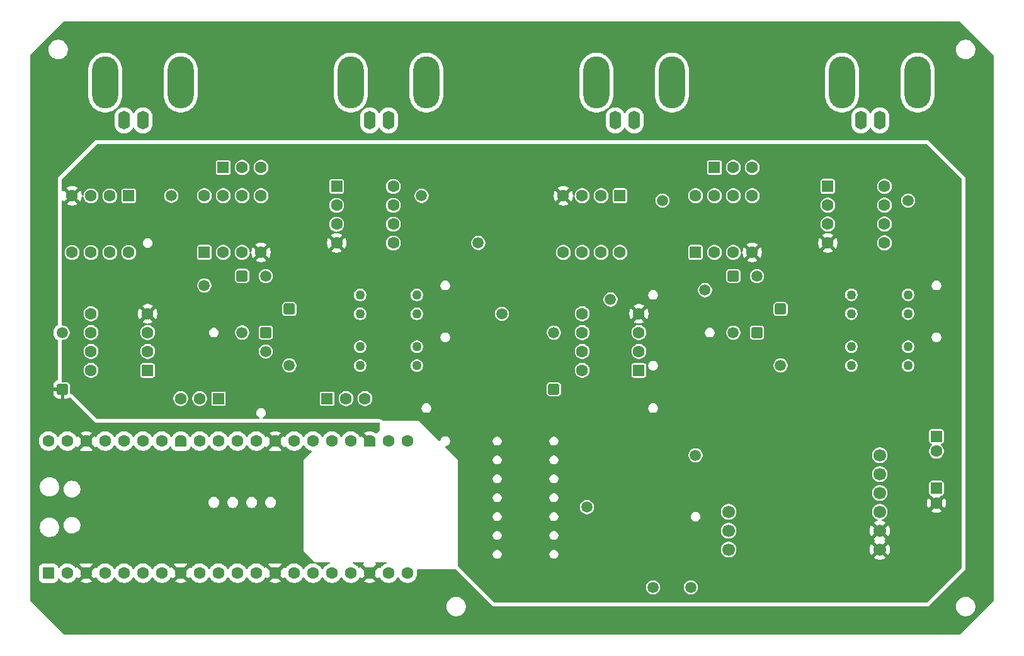
<source format=gbr>
%TF.GenerationSoftware,KiCad,Pcbnew,9.0.1*%
%TF.CreationDate,2025-06-22T18:16:09+09:00*%
%TF.ProjectId,SMU,534d552e-6b69-4636-9164-5f7063625858,rev?*%
%TF.SameCoordinates,Original*%
%TF.FileFunction,Copper,L4,Inr*%
%TF.FilePolarity,Positive*%
%FSLAX46Y46*%
G04 Gerber Fmt 4.6, Leading zero omitted, Abs format (unit mm)*
G04 Created by KiCad (PCBNEW 9.0.1) date 2025-06-22 18:16:09*
%MOMM*%
%LPD*%
G01*
G04 APERTURE LIST*
G04 Aperture macros list*
%AMRoundRect*
0 Rectangle with rounded corners*
0 $1 Rounding radius*
0 $2 $3 $4 $5 $6 $7 $8 $9 X,Y pos of 4 corners*
0 Add a 4 corners polygon primitive as box body*
4,1,4,$2,$3,$4,$5,$6,$7,$8,$9,$2,$3,0*
0 Add four circle primitives for the rounded corners*
1,1,$1+$1,$2,$3*
1,1,$1+$1,$4,$5*
1,1,$1+$1,$6,$7*
1,1,$1+$1,$8,$9*
0 Add four rect primitives between the rounded corners*
20,1,$1+$1,$2,$3,$4,$5,0*
20,1,$1+$1,$4,$5,$6,$7,0*
20,1,$1+$1,$6,$7,$8,$9,0*
20,1,$1+$1,$8,$9,$2,$3,0*%
%AMFreePoly0*
4,1,37,0.603843,0.796157,0.639018,0.796157,0.711114,0.766294,0.766294,0.711114,0.796157,0.639018,0.796157,0.603843,0.800000,0.600000,0.800000,-0.600000,0.796157,-0.603843,0.796157,-0.639018,0.766294,-0.711114,0.711114,-0.766294,0.639018,-0.796157,0.603843,-0.796157,0.600000,-0.800000,0.000000,-0.800000,0.000000,-0.796148,-0.078414,-0.796148,-0.232228,-0.765552,-0.377117,-0.705537,
-0.507515,-0.618408,-0.618408,-0.507515,-0.705537,-0.377117,-0.765552,-0.232228,-0.796148,-0.078414,-0.796148,0.078414,-0.765552,0.232228,-0.705537,0.377117,-0.618408,0.507515,-0.507515,0.618408,-0.377117,0.705537,-0.232228,0.765552,-0.078414,0.796148,0.000000,0.796148,0.000000,0.800000,0.600000,0.800000,0.603843,0.796157,0.603843,0.796157,$1*%
%AMFreePoly1*
4,1,37,0.000000,0.796148,0.078414,0.796148,0.232228,0.765552,0.377117,0.705537,0.507515,0.618408,0.618408,0.507515,0.705537,0.377117,0.765552,0.232228,0.796148,0.078414,0.796148,-0.078414,0.765552,-0.232228,0.705537,-0.377117,0.618408,-0.507515,0.507515,-0.618408,0.377117,-0.705537,0.232228,-0.765552,0.078414,-0.796148,0.000000,-0.796148,0.000000,-0.800000,-0.600000,-0.800000,
-0.603843,-0.796157,-0.639018,-0.796157,-0.711114,-0.766294,-0.766294,-0.711114,-0.796157,-0.639018,-0.796157,-0.603843,-0.800000,-0.600000,-0.800000,0.600000,-0.796157,0.603843,-0.796157,0.639018,-0.766294,0.711114,-0.711114,0.766294,-0.639018,0.796157,-0.603843,0.796157,-0.600000,0.800000,0.000000,0.800000,0.000000,0.796148,0.000000,0.796148,$1*%
G04 Aperture macros list end*
%TA.AperFunction,ComponentPad*%
%ADD10C,1.270000*%
%TD*%
%TA.AperFunction,ComponentPad*%
%ADD11RoundRect,0.250000X0.550000X0.550000X-0.550000X0.550000X-0.550000X-0.550000X0.550000X-0.550000X0*%
%TD*%
%TA.AperFunction,ComponentPad*%
%ADD12C,1.600000*%
%TD*%
%TA.AperFunction,ComponentPad*%
%ADD13RoundRect,0.250001X-0.499999X0.499999X-0.499999X-0.499999X0.499999X-0.499999X0.499999X0.499999X0*%
%TD*%
%TA.AperFunction,ComponentPad*%
%ADD14C,1.500000*%
%TD*%
%TA.AperFunction,ComponentPad*%
%ADD15RoundRect,0.250000X-0.550000X0.550000X-0.550000X-0.550000X0.550000X-0.550000X0.550000X0.550000X0*%
%TD*%
%TA.AperFunction,ComponentPad*%
%ADD16O,1.600000X2.500000*%
%TD*%
%TA.AperFunction,ComponentPad*%
%ADD17O,3.500000X7.000000*%
%TD*%
%TA.AperFunction,ComponentPad*%
%ADD18RoundRect,0.250000X-0.550000X-0.550000X0.550000X-0.550000X0.550000X0.550000X-0.550000X0.550000X0*%
%TD*%
%TA.AperFunction,ComponentPad*%
%ADD19RoundRect,0.250000X0.550000X-0.550000X0.550000X0.550000X-0.550000X0.550000X-0.550000X-0.550000X0*%
%TD*%
%TA.AperFunction,ComponentPad*%
%ADD20RoundRect,0.250001X0.499999X-0.499999X0.499999X0.499999X-0.499999X0.499999X-0.499999X-0.499999X0*%
%TD*%
%TA.AperFunction,ComponentPad*%
%ADD21C,1.700000*%
%TD*%
%TA.AperFunction,ComponentPad*%
%ADD22R,1.500000X1.500000*%
%TD*%
%TA.AperFunction,ComponentPad*%
%ADD23RoundRect,0.200000X0.600000X-0.600000X0.600000X0.600000X-0.600000X0.600000X-0.600000X-0.600000X0*%
%TD*%
%TA.AperFunction,ComponentPad*%
%ADD24FreePoly0,90.000000*%
%TD*%
%TA.AperFunction,ComponentPad*%
%ADD25FreePoly1,90.000000*%
%TD*%
%TA.AperFunction,ViaPad*%
%ADD26C,1.500000*%
%TD*%
G04 APERTURE END LIST*
D10*
%TO.N,Net-(R22-Pad2)*%
%TO.C,U16*%
X77470000Y-162565000D03*
%TO.N,GND*%
X77470000Y-160025000D03*
%TO.N,Net-(R19-Pad2)*%
X69850000Y-160025000D03*
%TO.N,/PotentioStatUnit1/Vcrr*%
X69850000Y-162565000D03*
%TD*%
%TO.N,Net-(R11-Pad1)*%
%TO.C,U10*%
X143510000Y-162560000D03*
%TO.N,GND*%
X143510000Y-160020000D03*
%TO.N,Net-(R6-Pad2)*%
X135890000Y-160020000D03*
%TO.N,/PotentioStatUnit/Vcrr*%
X135890000Y-162560000D03*
%TD*%
%TO.N,Net-(R10-Pad2)*%
%TO.C,U9*%
X143510000Y-155575000D03*
%TO.N,GND*%
X143510000Y-153035000D03*
%TO.N,Net-(R5-Pad2)*%
X135890000Y-153035000D03*
%TO.N,/PotentioStatUnit/Vcrr*%
X135890000Y-155575000D03*
%TD*%
%TO.N,Net-(R21-Pad1)*%
%TO.C,U15*%
X77470000Y-155580000D03*
%TO.N,GND*%
X77470000Y-153040000D03*
%TO.N,Net-(R18-Pad2)*%
X69850000Y-153040000D03*
%TO.N,/PotentioStatUnit1/Vcrr*%
X69850000Y-155580000D03*
%TD*%
D11*
%TO.N,unconnected-(U11-VOS-Pad1)*%
%TO.C,U11*%
X107315000Y-163195000D03*
D12*
%TO.N,Net-(U11--)*%
X107315000Y-160655000D03*
%TO.N,Net-(U11-+)*%
X107315000Y-158115000D03*
%TO.N,-12V*%
X107315000Y-155575000D03*
%TO.N,unconnected-(U11-NC-Pad5)*%
X99695000Y-155575000D03*
%TO.N,/\u53CD\u8EE2\u56DE\u8DEF/OUTPUT*%
X99695000Y-158115000D03*
%TO.N,+12V*%
X99695000Y-160655000D03*
%TO.N,unconnected-(U11-VOS-Pad8)*%
X99695000Y-163195000D03*
%TD*%
D13*
%TO.N,Net-(D7-A)*%
%TO.C,D8*%
X60325000Y-154935000D03*
D14*
%TO.N,/PotentioStatUnit1/Vcrr*%
X60325000Y-162555000D03*
%TD*%
D13*
%TO.N,Net-(D3-A)*%
%TO.C,D4*%
X126365000Y-154935000D03*
D14*
%TO.N,/PotentioStatUnit/Vcrr*%
X126365000Y-162555000D03*
%TD*%
D15*
%TO.N,GND*%
%TO.C,C2*%
X147320000Y-179070000D03*
D12*
%TO.N,-12V*%
X147320000Y-181070000D03*
%TD*%
D15*
%TO.N,+12V*%
%TO.C,C1*%
X147320000Y-172085000D03*
D12*
%TO.N,GND*%
X147320000Y-174085000D03*
%TD*%
D16*
%TO.N,Net-(J2-In)*%
%TO.C,J2*%
X73660000Y-129540000D03*
D17*
%TO.N,/PotentioStatUnit1/WE*%
X68580000Y-124460000D03*
D16*
X71120000Y-129540000D03*
D17*
X78740000Y-124460000D03*
%TD*%
D18*
%TO.N,unconnected-(U14-VOS-Pad1)*%
%TO.C,U14*%
X66680000Y-138435000D03*
D12*
%TO.N,/PotentioStatUnit1/WE*%
X66680000Y-140975000D03*
%TO.N,GND*%
X66680000Y-143515000D03*
%TO.N,-12V*%
X66680000Y-146055000D03*
%TO.N,unconnected-(U14-NC-Pad5)*%
X74300000Y-146055000D03*
%TO.N,/PotentioStatUnit1/Vcrr*%
X74300000Y-143515000D03*
%TO.N,+12V*%
X74300000Y-140975000D03*
%TO.N,unconnected-(U14-VOS-Pad8)*%
X74300000Y-138435000D03*
%TD*%
D19*
%TO.N,unconnected-(U6-VOS-Pad1)*%
%TO.C,U6*%
X114935000Y-147320000D03*
D12*
%TO.N,Net-(U6--)*%
X117475000Y-147320000D03*
%TO.N,GND*%
X120015000Y-147320000D03*
%TO.N,-12V*%
X122555000Y-147320000D03*
%TO.N,unconnected-(U6-NC-Pad5)*%
X122555000Y-139700000D03*
%TO.N,/PotentioStatUnit/CE*%
X120015000Y-139700000D03*
%TO.N,+12V*%
X117475000Y-139700000D03*
%TO.N,unconnected-(U6-VOS-Pad8)*%
X114935000Y-139700000D03*
%TD*%
D20*
%TO.N,Net-(D2-A)*%
%TO.C,D3*%
X123190000Y-158120000D03*
D14*
%TO.N,Net-(D3-A)*%
X123190000Y-150500000D03*
%TD*%
D15*
%TO.N,unconnected-(U7-VOS-Pad1)*%
%TO.C,U7*%
X104775000Y-139700000D03*
D12*
%TO.N,/PotentioStatUnit/Vre*%
X102235000Y-139700000D03*
%TO.N,/PotentioStatUnit/RE*%
X99695000Y-139700000D03*
%TO.N,-12V*%
X97155000Y-139700000D03*
%TO.N,unconnected-(U7-NC-Pad5)*%
X97155000Y-147320000D03*
%TO.N,/PotentioStatUnit/Vre*%
X99695000Y-147320000D03*
%TO.N,+12V*%
X102235000Y-147320000D03*
%TO.N,unconnected-(U7-VOS-Pad8)*%
X104775000Y-147320000D03*
%TD*%
D21*
%TO.N,VSYS*%
%TO.C,U1*%
X119380000Y-182245000D03*
X119380000Y-184785000D03*
%TO.N,GND*%
X119380000Y-187325000D03*
%TO.N,+12V*%
X139700000Y-174625000D03*
X139700000Y-177165000D03*
%TO.N,GND*%
X139700000Y-179705000D03*
X139700000Y-182245000D03*
%TO.N,-12V*%
X139700000Y-184785000D03*
X139700000Y-187325000D03*
%TD*%
D22*
%TO.N,/PotentioStatUnit1/RE*%
%TO.C,SW1*%
X51435000Y-135890000D03*
D12*
%TO.N,/PotentioStatUnit1/CE*%
X53975000Y-135890000D03*
%TO.N,Net-(J2-In)*%
X56515000Y-135890000D03*
%TD*%
D19*
%TO.N,unconnected-(U12-VOS-Pad1)*%
%TO.C,U12*%
X48895000Y-147320000D03*
D12*
%TO.N,Net-(U12--)*%
X51435000Y-147320000D03*
%TO.N,GND*%
X53975000Y-147320000D03*
%TO.N,-12V*%
X56515000Y-147320000D03*
%TO.N,unconnected-(U12-NC-Pad5)*%
X56515000Y-139700000D03*
%TO.N,/PotentioStatUnit1/CE*%
X53975000Y-139700000D03*
%TO.N,+12V*%
X51435000Y-139700000D03*
%TO.N,unconnected-(U12-VOS-Pad8)*%
X48895000Y-139700000D03*
%TD*%
D16*
%TO.N,/PotentioStatUnit1/RE*%
%TO.C,J1*%
X40640000Y-129540000D03*
D17*
%TO.N,/PotentioStatUnit1/WE*%
X35560000Y-124460000D03*
D16*
X38100000Y-129540000D03*
D17*
X45720000Y-124460000D03*
%TD*%
D20*
%TO.N,GND*%
%TO.C,D1*%
X95885000Y-165735000D03*
D14*
%TO.N,/\u53CD\u8EE2\u56DE\u8DEF/OUTPUT*%
X95885000Y-158115000D03*
%TD*%
D22*
%TO.N,Net-(A1-GPIO26_ADC0)*%
%TO.C,SW3*%
X50800000Y-167005000D03*
D12*
%TO.N,/\u53CD\u8EE2\u56DE\u8DEF1/OUTPUT*%
X48260000Y-167005000D03*
%TO.N,unconnected-(SW3-C-Pad3)*%
X45720000Y-167005000D03*
%TD*%
D22*
%TO.N,/PotentioStatUnit/RE*%
%TO.C,SW2*%
X117475000Y-135890000D03*
D12*
%TO.N,/PotentioStatUnit/CE*%
X120015000Y-135890000D03*
%TO.N,Net-(J4-In)*%
X122555000Y-135890000D03*
%TD*%
D18*
%TO.N,unconnected-(U8-VOS-Pad1)*%
%TO.C,U8*%
X132715000Y-138430000D03*
D12*
%TO.N,/PotentioStatUnit/WE*%
X132715000Y-140970000D03*
%TO.N,GND*%
X132715000Y-143510000D03*
%TO.N,-12V*%
X132715000Y-146050000D03*
%TO.N,unconnected-(U8-NC-Pad5)*%
X140335000Y-146050000D03*
%TO.N,/PotentioStatUnit/Vcrr*%
X140335000Y-143510000D03*
%TO.N,+12V*%
X140335000Y-140970000D03*
%TO.N,unconnected-(U8-VOS-Pad8)*%
X140335000Y-138430000D03*
%TD*%
D11*
%TO.N,unconnected-(U17-VOS-Pad1)*%
%TO.C,U17*%
X41270000Y-163200000D03*
D12*
%TO.N,Net-(U17--)*%
X41270000Y-160660000D03*
%TO.N,Net-(U17-+)*%
X41270000Y-158120000D03*
%TO.N,-12V*%
X41270000Y-155580000D03*
%TO.N,unconnected-(U17-NC-Pad5)*%
X33650000Y-155580000D03*
%TO.N,/\u53CD\u8EE2\u56DE\u8DEF1/OUTPUT*%
X33650000Y-158120000D03*
%TO.N,+12V*%
X33650000Y-160660000D03*
%TO.N,unconnected-(U17-VOS-Pad8)*%
X33650000Y-163200000D03*
%TD*%
D13*
%TO.N,GND*%
%TO.C,D6*%
X53975000Y-150490000D03*
D14*
%TO.N,Net-(D6-A)*%
X53975000Y-158110000D03*
%TD*%
D16*
%TO.N,/PotentioStatUnit/RE*%
%TO.C,J3*%
X106680000Y-129540000D03*
D17*
%TO.N,/PotentioStatUnit/WE*%
X101600000Y-124460000D03*
D16*
X104140000Y-129540000D03*
D17*
X111760000Y-124460000D03*
%TD*%
D22*
%TO.N,Net-(A1-GPIO27_ADC1)*%
%TO.C,SW4*%
X65405000Y-167005000D03*
D12*
%TO.N,/\u53CD\u8EE2\u56DE\u8DEF/OUTPUT*%
X67945000Y-167005000D03*
%TO.N,unconnected-(SW4-C-Pad3)*%
X70485000Y-167005000D03*
%TD*%
D13*
%TO.N,GND*%
%TO.C,D2*%
X120015000Y-150495000D03*
D14*
%TO.N,Net-(D2-A)*%
X120015000Y-158115000D03*
%TD*%
D20*
%TO.N,Net-(D6-A)*%
%TO.C,D7*%
X57150000Y-158120000D03*
D14*
%TO.N,Net-(D7-A)*%
X57150000Y-150500000D03*
%TD*%
D15*
%TO.N,unconnected-(U13-VOS-Pad1)*%
%TO.C,U13*%
X38735000Y-139705000D03*
D12*
%TO.N,/PotentioStatUnit1/Vre*%
X36195000Y-139705000D03*
%TO.N,/PotentioStatUnit1/RE*%
X33655000Y-139705000D03*
%TO.N,-12V*%
X31115000Y-139705000D03*
%TO.N,unconnected-(U13-NC-Pad5)*%
X31115000Y-147325000D03*
%TO.N,/PotentioStatUnit1/Vre*%
X33655000Y-147325000D03*
%TO.N,+12V*%
X36195000Y-147325000D03*
%TO.N,unconnected-(U13-VOS-Pad8)*%
X38735000Y-147325000D03*
%TD*%
D20*
%TO.N,GND*%
%TO.C,D5*%
X29845000Y-165740000D03*
D14*
%TO.N,/\u53CD\u8EE2\u56DE\u8DEF1/OUTPUT*%
X29845000Y-158120000D03*
%TD*%
D16*
%TO.N,Net-(J4-In)*%
%TO.C,J4*%
X139700000Y-129540000D03*
D17*
%TO.N,/PotentioStatUnit/WE*%
X134620000Y-124460000D03*
D16*
X137160000Y-129540000D03*
D17*
X144780000Y-124460000D03*
%TD*%
D23*
%TO.N,unconnected-(A1-GPIO0-Pad1)*%
%TO.C,A1*%
X27940000Y-190500000D03*
D12*
%TO.N,unconnected-(A1-GPIO1-Pad2)*%
X30480000Y-190500000D03*
D24*
%TO.N,GND*%
X33020000Y-190500000D03*
D12*
%TO.N,unconnected-(A1-GPIO2-Pad4)*%
X35560000Y-190500000D03*
%TO.N,unconnected-(A1-GPIO3-Pad5)*%
X38100000Y-190500000D03*
%TO.N,unconnected-(A1-GPIO4-Pad6)*%
X40640000Y-190500000D03*
%TO.N,unconnected-(A1-GPIO5-Pad7)*%
X43180000Y-190500000D03*
D24*
%TO.N,GND*%
X45720000Y-190500000D03*
D12*
%TO.N,x1k_1*%
X48260000Y-190500000D03*
%TO.N,x10k_1*%
X50800000Y-190500000D03*
%TO.N,x1k_2*%
X53340000Y-190500000D03*
%TO.N,x10k_2*%
X55880000Y-190500000D03*
D24*
%TO.N,GND*%
X58420000Y-190500000D03*
D12*
%TO.N,unconnected-(A1-GPIO10-Pad14)*%
X60960000Y-190500000D03*
%TO.N,unconnected-(A1-GPIO11-Pad15)*%
X63500000Y-190500000D03*
%TO.N,unconnected-(A1-GPIO12-Pad16)*%
X66040000Y-190500000D03*
%TO.N,unconnected-(A1-GPIO13-Pad17)*%
X68580000Y-190500000D03*
D24*
%TO.N,GND*%
X71120000Y-190500000D03*
D12*
%TO.N,unconnected-(A1-GPIO14-Pad19)*%
X73660000Y-190500000D03*
%TO.N,unconnected-(A1-GPIO15-Pad20)*%
X76200000Y-190500000D03*
%TO.N,unconnected-(A1-GPIO16-Pad21)*%
X76200000Y-172720000D03*
%TO.N,Net-(A1-GPIO17)*%
X73660000Y-172720000D03*
D25*
%TO.N,GND*%
X71120000Y-172720000D03*
D12*
%TO.N,Net-(A1-GPIO18)*%
X68580000Y-172720000D03*
%TO.N,Net-(A1-GPIO19)*%
X66040000Y-172720000D03*
%TO.N,Net-(A1-GPIO20)*%
X63500000Y-172720000D03*
%TO.N,unconnected-(A1-GPIO21-Pad27)*%
X60960000Y-172720000D03*
D25*
%TO.N,GND*%
X58420000Y-172720000D03*
D12*
%TO.N,unconnected-(A1-GPIO22-Pad29)*%
X55880000Y-172720000D03*
%TO.N,unconnected-(A1-RUN-Pad30)*%
X53340000Y-172720000D03*
%TO.N,Net-(A1-GPIO26_ADC0)*%
X50800000Y-172720000D03*
%TO.N,Net-(A1-GPIO27_ADC1)*%
X48260000Y-172720000D03*
D25*
%TO.N,unconnected-(A1-AGND-Pad33)*%
X45720000Y-172720000D03*
D12*
%TO.N,unconnected-(A1-GPIO28_ADC2-Pad34)*%
X43180000Y-172720000D03*
%TO.N,Net-(A1-ADC_VREF)*%
X40640000Y-172720000D03*
%TO.N,+3.3V*%
X38100000Y-172720000D03*
%TO.N,unconnected-(A1-3V3_EN-Pad37)*%
X35560000Y-172720000D03*
D25*
%TO.N,GND*%
X33020000Y-172720000D03*
D12*
%TO.N,VSYS*%
X30480000Y-172720000D03*
%TO.N,unconnected-(A1-VBUS-Pad40)*%
X27940000Y-172720000D03*
%TD*%
D26*
%TO.N,GND*%
X57150000Y-160655000D03*
X151000000Y-126000000D03*
X48895000Y-151765000D03*
X107250000Y-197000000D03*
X125250000Y-121000000D03*
X103505000Y-153670000D03*
X60250000Y-121000000D03*
X27750000Y-156000000D03*
X109220000Y-192405000D03*
X27750000Y-176000000D03*
X114935000Y-174625000D03*
X90250000Y-130175000D03*
X146500000Y-197000000D03*
X85725000Y-146050000D03*
X116205000Y-152400000D03*
X152750000Y-156000000D03*
%TO.N,/PotentioStatUnit/Vcrr*%
X143510000Y-140335000D03*
%TO.N,/PotentioStatUnit1/Vcrr*%
X78105000Y-139700000D03*
%TO.N,/REF_+2.048V*%
X100330000Y-181610000D03*
%TO.N,/PotentioStatUnit/Vre*%
X110490000Y-140335000D03*
%TO.N,/PotentioStatUnit1/Vre*%
X44450000Y-139700000D03*
%TO.N,-12V*%
X104140000Y-192405000D03*
%TO.N,+12V*%
X114300000Y-192405000D03*
%TO.N,3.0V_REF*%
X88900000Y-155575000D03*
%TD*%
%TA.AperFunction,Conductor*%
%TO.N,-12V*%
G36*
X146056293Y-132775185D02*
G01*
X146076935Y-132791819D01*
X150708181Y-137423065D01*
X150741666Y-137484388D01*
X150744500Y-137510746D01*
X150744500Y-189739254D01*
X150724815Y-189806293D01*
X150708181Y-189826935D01*
X146076935Y-194458181D01*
X146015612Y-194491666D01*
X145989254Y-194494500D01*
X88010746Y-194494500D01*
X87943707Y-194474815D01*
X87923065Y-194458181D01*
X85776263Y-192311379D01*
X108269500Y-192311379D01*
X108269500Y-192498620D01*
X108306025Y-192682243D01*
X108306027Y-192682251D01*
X108377676Y-192855228D01*
X108377681Y-192855237D01*
X108481697Y-193010907D01*
X108481700Y-193010911D01*
X108614088Y-193143299D01*
X108614092Y-193143302D01*
X108769762Y-193247318D01*
X108769768Y-193247321D01*
X108769769Y-193247322D01*
X108942749Y-193318973D01*
X109126379Y-193355499D01*
X109126383Y-193355500D01*
X109126384Y-193355500D01*
X109313617Y-193355500D01*
X109313618Y-193355499D01*
X109497251Y-193318973D01*
X109670231Y-193247322D01*
X109825908Y-193143302D01*
X109958302Y-193010908D01*
X110062322Y-192855231D01*
X110133973Y-192682251D01*
X110170500Y-192498616D01*
X110170500Y-192311384D01*
X110170499Y-192311379D01*
X113349500Y-192311379D01*
X113349500Y-192498620D01*
X113386025Y-192682243D01*
X113386027Y-192682251D01*
X113457676Y-192855228D01*
X113457681Y-192855237D01*
X113561697Y-193010907D01*
X113561700Y-193010911D01*
X113694088Y-193143299D01*
X113694092Y-193143302D01*
X113849762Y-193247318D01*
X113849768Y-193247321D01*
X113849769Y-193247322D01*
X114022749Y-193318973D01*
X114206379Y-193355499D01*
X114206383Y-193355500D01*
X114206384Y-193355500D01*
X114393617Y-193355500D01*
X114393618Y-193355499D01*
X114577251Y-193318973D01*
X114750231Y-193247322D01*
X114905908Y-193143302D01*
X115038302Y-193010908D01*
X115142322Y-192855231D01*
X115213973Y-192682251D01*
X115250500Y-192498616D01*
X115250500Y-192311384D01*
X115213973Y-192127749D01*
X115142322Y-191954769D01*
X115142321Y-191954768D01*
X115142318Y-191954762D01*
X115038302Y-191799092D01*
X115038299Y-191799088D01*
X114905911Y-191666700D01*
X114905907Y-191666697D01*
X114750237Y-191562681D01*
X114750228Y-191562676D01*
X114577251Y-191491027D01*
X114577243Y-191491025D01*
X114393620Y-191454500D01*
X114393616Y-191454500D01*
X114206384Y-191454500D01*
X114206379Y-191454500D01*
X114022756Y-191491025D01*
X114022748Y-191491027D01*
X113849771Y-191562676D01*
X113849762Y-191562681D01*
X113694092Y-191666697D01*
X113694088Y-191666700D01*
X113561700Y-191799088D01*
X113561697Y-191799092D01*
X113457681Y-191954762D01*
X113457676Y-191954771D01*
X113386027Y-192127748D01*
X113386025Y-192127756D01*
X113349500Y-192311379D01*
X110170499Y-192311379D01*
X110133973Y-192127749D01*
X110062322Y-191954769D01*
X110062321Y-191954768D01*
X110062318Y-191954762D01*
X109958302Y-191799092D01*
X109958299Y-191799088D01*
X109825911Y-191666700D01*
X109825907Y-191666697D01*
X109670237Y-191562681D01*
X109670228Y-191562676D01*
X109497251Y-191491027D01*
X109497243Y-191491025D01*
X109313620Y-191454500D01*
X109313616Y-191454500D01*
X109126384Y-191454500D01*
X109126379Y-191454500D01*
X108942756Y-191491025D01*
X108942748Y-191491027D01*
X108769771Y-191562676D01*
X108769762Y-191562681D01*
X108614092Y-191666697D01*
X108614088Y-191666700D01*
X108481700Y-191799088D01*
X108481697Y-191799092D01*
X108377681Y-191954762D01*
X108377676Y-191954771D01*
X108306027Y-192127748D01*
X108306025Y-192127756D01*
X108269500Y-192311379D01*
X85776263Y-192311379D01*
X83143776Y-189678892D01*
X83143761Y-189678877D01*
X83143737Y-189678855D01*
X83103519Y-189642728D01*
X83103507Y-189642718D01*
X83082861Y-189626080D01*
X83051472Y-189603445D01*
X83008610Y-189548267D01*
X83000000Y-189502868D01*
X83000000Y-187880943D01*
X87664500Y-187880943D01*
X87664500Y-188039057D01*
X87691810Y-188140977D01*
X87705423Y-188191783D01*
X87705426Y-188191790D01*
X87784475Y-188328709D01*
X87784479Y-188328714D01*
X87784480Y-188328716D01*
X87896284Y-188440520D01*
X87896286Y-188440521D01*
X87896290Y-188440524D01*
X88033209Y-188519573D01*
X88033216Y-188519577D01*
X88185943Y-188560500D01*
X88185945Y-188560500D01*
X88344055Y-188560500D01*
X88344057Y-188560500D01*
X88496784Y-188519577D01*
X88633716Y-188440520D01*
X88745520Y-188328716D01*
X88824577Y-188191784D01*
X88865500Y-188039057D01*
X88865500Y-187880943D01*
X95284500Y-187880943D01*
X95284500Y-188039057D01*
X95311810Y-188140977D01*
X95325423Y-188191783D01*
X95325426Y-188191790D01*
X95404475Y-188328709D01*
X95404479Y-188328714D01*
X95404480Y-188328716D01*
X95516284Y-188440520D01*
X95516286Y-188440521D01*
X95516290Y-188440524D01*
X95653209Y-188519573D01*
X95653216Y-188519577D01*
X95805943Y-188560500D01*
X95805945Y-188560500D01*
X95964055Y-188560500D01*
X95964057Y-188560500D01*
X96116784Y-188519577D01*
X96253716Y-188440520D01*
X96365520Y-188328716D01*
X96444577Y-188191784D01*
X96485500Y-188039057D01*
X96485500Y-187880943D01*
X96444577Y-187728216D01*
X96415905Y-187678554D01*
X96365524Y-187591290D01*
X96365518Y-187591282D01*
X96253717Y-187479481D01*
X96253709Y-187479475D01*
X96116790Y-187400426D01*
X96116786Y-187400424D01*
X96116784Y-187400423D01*
X95964057Y-187359500D01*
X95805943Y-187359500D01*
X95653216Y-187400423D01*
X95653209Y-187400426D01*
X95516290Y-187479475D01*
X95516282Y-187479481D01*
X95404481Y-187591282D01*
X95404475Y-187591290D01*
X95325426Y-187728209D01*
X95325423Y-187728216D01*
X95284500Y-187880943D01*
X88865500Y-187880943D01*
X88824577Y-187728216D01*
X88795905Y-187678554D01*
X88745524Y-187591290D01*
X88745518Y-187591282D01*
X88633717Y-187479481D01*
X88633709Y-187479475D01*
X88496790Y-187400426D01*
X88496786Y-187400424D01*
X88496784Y-187400423D01*
X88344057Y-187359500D01*
X88185943Y-187359500D01*
X88033216Y-187400423D01*
X88033209Y-187400426D01*
X87896290Y-187479475D01*
X87896282Y-187479481D01*
X87784481Y-187591282D01*
X87784475Y-187591290D01*
X87705426Y-187728209D01*
X87705423Y-187728216D01*
X87664500Y-187880943D01*
X83000000Y-187880943D01*
X83000000Y-187221530D01*
X118329500Y-187221530D01*
X118329500Y-187428469D01*
X118369868Y-187631412D01*
X118369870Y-187631420D01*
X118449058Y-187822596D01*
X118564024Y-187994657D01*
X118710342Y-188140975D01*
X118710345Y-188140977D01*
X118882402Y-188255941D01*
X119073580Y-188335130D01*
X119276530Y-188375499D01*
X119276534Y-188375500D01*
X119276535Y-188375500D01*
X119483466Y-188375500D01*
X119483467Y-188375499D01*
X119686420Y-188335130D01*
X119877598Y-188255941D01*
X120049655Y-188140977D01*
X120195977Y-187994655D01*
X120310941Y-187822598D01*
X120390130Y-187631420D01*
X120430500Y-187428465D01*
X120430500Y-187221535D01*
X120430500Y-187221532D01*
X120430499Y-187221531D01*
X120430499Y-187221530D01*
X120390130Y-187018580D01*
X120310941Y-186827402D01*
X120195977Y-186655345D01*
X120195975Y-186655342D01*
X120049657Y-186509024D01*
X119963626Y-186451541D01*
X119877598Y-186394059D01*
X119686420Y-186314870D01*
X119686412Y-186314868D01*
X119483469Y-186274500D01*
X119483465Y-186274500D01*
X119276535Y-186274500D01*
X119276530Y-186274500D01*
X119073587Y-186314868D01*
X119073579Y-186314870D01*
X118882403Y-186394058D01*
X118710342Y-186509024D01*
X118564024Y-186655342D01*
X118449058Y-186827403D01*
X118369870Y-187018579D01*
X118369868Y-187018587D01*
X118329500Y-187221530D01*
X83000000Y-187221530D01*
X83000000Y-185340943D01*
X87664500Y-185340943D01*
X87664500Y-185499057D01*
X87691810Y-185600977D01*
X87705423Y-185651783D01*
X87705426Y-185651790D01*
X87784475Y-185788709D01*
X87784479Y-185788714D01*
X87784480Y-185788716D01*
X87896284Y-185900520D01*
X87896286Y-185900521D01*
X87896290Y-185900524D01*
X88033209Y-185979573D01*
X88033216Y-185979577D01*
X88185943Y-186020500D01*
X88185945Y-186020500D01*
X88344055Y-186020500D01*
X88344057Y-186020500D01*
X88496784Y-185979577D01*
X88633716Y-185900520D01*
X88745520Y-185788716D01*
X88824577Y-185651784D01*
X88865500Y-185499057D01*
X88865500Y-185340943D01*
X95284500Y-185340943D01*
X95284500Y-185499057D01*
X95311810Y-185600977D01*
X95325423Y-185651783D01*
X95325426Y-185651790D01*
X95404475Y-185788709D01*
X95404479Y-185788714D01*
X95404480Y-185788716D01*
X95516284Y-185900520D01*
X95516286Y-185900521D01*
X95516290Y-185900524D01*
X95653209Y-185979573D01*
X95653216Y-185979577D01*
X95805943Y-186020500D01*
X95805945Y-186020500D01*
X95964055Y-186020500D01*
X95964057Y-186020500D01*
X96116784Y-185979577D01*
X96253716Y-185900520D01*
X96365520Y-185788716D01*
X96444577Y-185651784D01*
X96485500Y-185499057D01*
X96485500Y-185340943D01*
X96444577Y-185188216D01*
X96415905Y-185138554D01*
X96365524Y-185051290D01*
X96365518Y-185051282D01*
X96253717Y-184939481D01*
X96253709Y-184939475D01*
X96116790Y-184860426D01*
X96116786Y-184860424D01*
X96116784Y-184860423D01*
X95964057Y-184819500D01*
X95805943Y-184819500D01*
X95653216Y-184860423D01*
X95653209Y-184860426D01*
X95516290Y-184939475D01*
X95516282Y-184939481D01*
X95404481Y-185051282D01*
X95404475Y-185051290D01*
X95325426Y-185188209D01*
X95325423Y-185188216D01*
X95284500Y-185340943D01*
X88865500Y-185340943D01*
X88824577Y-185188216D01*
X88795905Y-185138554D01*
X88745524Y-185051290D01*
X88745518Y-185051282D01*
X88633717Y-184939481D01*
X88633709Y-184939475D01*
X88496790Y-184860426D01*
X88496786Y-184860424D01*
X88496784Y-184860423D01*
X88344057Y-184819500D01*
X88185943Y-184819500D01*
X88033216Y-184860423D01*
X88033209Y-184860426D01*
X87896290Y-184939475D01*
X87896282Y-184939481D01*
X87784481Y-185051282D01*
X87784475Y-185051290D01*
X87705426Y-185188209D01*
X87705423Y-185188216D01*
X87664500Y-185340943D01*
X83000000Y-185340943D01*
X83000000Y-184681530D01*
X118329500Y-184681530D01*
X118329500Y-184888469D01*
X118369868Y-185091412D01*
X118369870Y-185091420D01*
X118449058Y-185282596D01*
X118564024Y-185454657D01*
X118710342Y-185600975D01*
X118710345Y-185600977D01*
X118882402Y-185715941D01*
X119073580Y-185795130D01*
X119276530Y-185835499D01*
X119276534Y-185835500D01*
X119276535Y-185835500D01*
X119483466Y-185835500D01*
X119483467Y-185835499D01*
X119686420Y-185795130D01*
X119877598Y-185715941D01*
X120049655Y-185600977D01*
X120195977Y-185454655D01*
X120310941Y-185282598D01*
X120390130Y-185091420D01*
X120430500Y-184888465D01*
X120430500Y-184681535D01*
X120430500Y-184681532D01*
X120430499Y-184681531D01*
X120430499Y-184681530D01*
X120429947Y-184678753D01*
X138350000Y-184678753D01*
X138350000Y-184891246D01*
X138383242Y-185101127D01*
X138383242Y-185101130D01*
X138448904Y-185303217D01*
X138545375Y-185492550D01*
X138584728Y-185546716D01*
X139217037Y-184914408D01*
X139234075Y-184977993D01*
X139299901Y-185092007D01*
X139392993Y-185185099D01*
X139507007Y-185250925D01*
X139570591Y-185267962D01*
X138969971Y-185868581D01*
X139048711Y-185985895D01*
X139049920Y-185989729D01*
X139052844Y-185992491D01*
X139060343Y-186022778D01*
X139069727Y-186052529D01*
X139068671Y-186056408D01*
X139069638Y-186060312D01*
X139059573Y-186089844D01*
X139051383Y-186119947D01*
X139048397Y-186122640D01*
X139047100Y-186126447D01*
X139002051Y-186165483D01*
X138992440Y-186170380D01*
X138938282Y-186209727D01*
X138938282Y-186209728D01*
X139570591Y-186842037D01*
X139507007Y-186859075D01*
X139392993Y-186924901D01*
X139299901Y-187017993D01*
X139234075Y-187132007D01*
X139217037Y-187195591D01*
X138584728Y-186563282D01*
X138584727Y-186563282D01*
X138545380Y-186617439D01*
X138448904Y-186806782D01*
X138383242Y-187008869D01*
X138383242Y-187008872D01*
X138350000Y-187218753D01*
X138350000Y-187431246D01*
X138383242Y-187641127D01*
X138383242Y-187641130D01*
X138448904Y-187843217D01*
X138545375Y-188032550D01*
X138584728Y-188086716D01*
X139217037Y-187454408D01*
X139234075Y-187517993D01*
X139299901Y-187632007D01*
X139392993Y-187725099D01*
X139507007Y-187790925D01*
X139570590Y-187807962D01*
X138938282Y-188440269D01*
X138938282Y-188440270D01*
X138992449Y-188479624D01*
X139181782Y-188576095D01*
X139383870Y-188641757D01*
X139593754Y-188675000D01*
X139806246Y-188675000D01*
X140016127Y-188641757D01*
X140016130Y-188641757D01*
X140218217Y-188576095D01*
X140407554Y-188479622D01*
X140461716Y-188440270D01*
X140461717Y-188440270D01*
X139829408Y-187807962D01*
X139892993Y-187790925D01*
X140007007Y-187725099D01*
X140100099Y-187632007D01*
X140165925Y-187517993D01*
X140182962Y-187454409D01*
X140815270Y-188086717D01*
X140815270Y-188086716D01*
X140854622Y-188032554D01*
X140951095Y-187843217D01*
X141016757Y-187641130D01*
X141016757Y-187641127D01*
X141050000Y-187431246D01*
X141050000Y-187218753D01*
X141016757Y-187008872D01*
X141016757Y-187008869D01*
X140951095Y-186806782D01*
X140854624Y-186617449D01*
X140815270Y-186563282D01*
X140815269Y-186563282D01*
X140182962Y-187195590D01*
X140165925Y-187132007D01*
X140100099Y-187017993D01*
X140007007Y-186924901D01*
X139892993Y-186859075D01*
X139829409Y-186842037D01*
X140461716Y-186209728D01*
X140407550Y-186170375D01*
X140397954Y-186165486D01*
X140347157Y-186117512D01*
X140330361Y-186049692D01*
X140352897Y-185983556D01*
X140397954Y-185944514D01*
X140407554Y-185939622D01*
X140461716Y-185900270D01*
X140461717Y-185900270D01*
X139829408Y-185267962D01*
X139892993Y-185250925D01*
X140007007Y-185185099D01*
X140100099Y-185092007D01*
X140165925Y-184977993D01*
X140182962Y-184914409D01*
X140815270Y-185546717D01*
X140815270Y-185546716D01*
X140854622Y-185492554D01*
X140951095Y-185303217D01*
X141016757Y-185101130D01*
X141016757Y-185101127D01*
X141050000Y-184891246D01*
X141050000Y-184678753D01*
X141016757Y-184468872D01*
X141016757Y-184468869D01*
X140951095Y-184266782D01*
X140854624Y-184077449D01*
X140815270Y-184023282D01*
X140815269Y-184023282D01*
X140182962Y-184655590D01*
X140165925Y-184592007D01*
X140100099Y-184477993D01*
X140007007Y-184384901D01*
X139892993Y-184319075D01*
X139829409Y-184302037D01*
X140461716Y-183669728D01*
X140407550Y-183630375D01*
X140218216Y-183533904D01*
X140042026Y-183476656D01*
X139984350Y-183437218D01*
X139957152Y-183372860D01*
X139969067Y-183304013D01*
X140016311Y-183252538D01*
X140032882Y-183244168D01*
X140197598Y-183175941D01*
X140369655Y-183060977D01*
X140515977Y-182914655D01*
X140630941Y-182742598D01*
X140710130Y-182551420D01*
X140750500Y-182348465D01*
X140750500Y-182141535D01*
X140710130Y-181938580D01*
X140630941Y-181747402D01*
X140515977Y-181575345D01*
X140515975Y-181575342D01*
X140369657Y-181429024D01*
X140225580Y-181332756D01*
X140197598Y-181314059D01*
X140006420Y-181234870D01*
X140006412Y-181234868D01*
X139803469Y-181194500D01*
X139803465Y-181194500D01*
X139596535Y-181194500D01*
X139596530Y-181194500D01*
X139393587Y-181234868D01*
X139393579Y-181234870D01*
X139202403Y-181314058D01*
X139030342Y-181429024D01*
X138884024Y-181575342D01*
X138769058Y-181747403D01*
X138689870Y-181938579D01*
X138689868Y-181938587D01*
X138649500Y-182141530D01*
X138649500Y-182348469D01*
X138689868Y-182551412D01*
X138689870Y-182551420D01*
X138769058Y-182742596D01*
X138884024Y-182914657D01*
X139030342Y-183060975D01*
X139202405Y-183175943D01*
X139305043Y-183218456D01*
X139367108Y-183244164D01*
X139421511Y-183288005D01*
X139443576Y-183354299D01*
X139426297Y-183421998D01*
X139375160Y-183469609D01*
X139357974Y-183476656D01*
X139181781Y-183533905D01*
X138992439Y-183630380D01*
X138938282Y-183669727D01*
X138938282Y-183669728D01*
X139570591Y-184302037D01*
X139507007Y-184319075D01*
X139392993Y-184384901D01*
X139299901Y-184477993D01*
X139234075Y-184592007D01*
X139217037Y-184655591D01*
X138584728Y-184023282D01*
X138584727Y-184023282D01*
X138545380Y-184077439D01*
X138448904Y-184266782D01*
X138383242Y-184468869D01*
X138383242Y-184468872D01*
X138350000Y-184678753D01*
X120429947Y-184678753D01*
X120390130Y-184478580D01*
X120310941Y-184287402D01*
X120195977Y-184115345D01*
X120195975Y-184115342D01*
X120049657Y-183969024D01*
X119963626Y-183911541D01*
X119877598Y-183854059D01*
X119686420Y-183774870D01*
X119686412Y-183774868D01*
X119483469Y-183734500D01*
X119483465Y-183734500D01*
X119276535Y-183734500D01*
X119276530Y-183734500D01*
X119073587Y-183774868D01*
X119073579Y-183774870D01*
X118882403Y-183854058D01*
X118710342Y-183969024D01*
X118564024Y-184115342D01*
X118449058Y-184287403D01*
X118369870Y-184478579D01*
X118369868Y-184478587D01*
X118329500Y-184681530D01*
X83000000Y-184681530D01*
X83000000Y-182800943D01*
X87664500Y-182800943D01*
X87664500Y-182959057D01*
X87694159Y-183069744D01*
X87705423Y-183111783D01*
X87705426Y-183111790D01*
X87784475Y-183248709D01*
X87784479Y-183248714D01*
X87784480Y-183248716D01*
X87896284Y-183360520D01*
X87896286Y-183360521D01*
X87896290Y-183360524D01*
X88002768Y-183421998D01*
X88033216Y-183439577D01*
X88185943Y-183480500D01*
X88185945Y-183480500D01*
X88344055Y-183480500D01*
X88344057Y-183480500D01*
X88496784Y-183439577D01*
X88633716Y-183360520D01*
X88745520Y-183248716D01*
X88824577Y-183111784D01*
X88865500Y-182959057D01*
X88865500Y-182800943D01*
X95284500Y-182800943D01*
X95284500Y-182959057D01*
X95314159Y-183069744D01*
X95325423Y-183111783D01*
X95325426Y-183111790D01*
X95404475Y-183248709D01*
X95404479Y-183248714D01*
X95404480Y-183248716D01*
X95516284Y-183360520D01*
X95516286Y-183360521D01*
X95516290Y-183360524D01*
X95622768Y-183421998D01*
X95653216Y-183439577D01*
X95805943Y-183480500D01*
X95805945Y-183480500D01*
X95964055Y-183480500D01*
X95964057Y-183480500D01*
X96116784Y-183439577D01*
X96253716Y-183360520D01*
X96365520Y-183248716D01*
X96444577Y-183111784D01*
X96485500Y-182959057D01*
X96485500Y-182944071D01*
X114284499Y-182944071D01*
X114309497Y-183069738D01*
X114309499Y-183069744D01*
X114358533Y-183188124D01*
X114358538Y-183188133D01*
X114429723Y-183294668D01*
X114429726Y-183294672D01*
X114520327Y-183385273D01*
X114520331Y-183385276D01*
X114626866Y-183456461D01*
X114626872Y-183456464D01*
X114626873Y-183456465D01*
X114745256Y-183505501D01*
X114745260Y-183505501D01*
X114745261Y-183505502D01*
X114870928Y-183530500D01*
X114870931Y-183530500D01*
X114999071Y-183530500D01*
X115083615Y-183513682D01*
X115124744Y-183505501D01*
X115243127Y-183456465D01*
X115349669Y-183385276D01*
X115440276Y-183294669D01*
X115511465Y-183188127D01*
X115560501Y-183069744D01*
X115585500Y-182944069D01*
X115585500Y-182815931D01*
X115585500Y-182815928D01*
X115560502Y-182690261D01*
X115560501Y-182690260D01*
X115560501Y-182690256D01*
X115511465Y-182571873D01*
X115511464Y-182571872D01*
X115511461Y-182571866D01*
X115440276Y-182465331D01*
X115440273Y-182465327D01*
X115349672Y-182374726D01*
X115349668Y-182374723D01*
X115243133Y-182303538D01*
X115243124Y-182303533D01*
X115124746Y-182254500D01*
X115124747Y-182254500D01*
X115124744Y-182254499D01*
X115124737Y-182254497D01*
X115124735Y-182254497D01*
X114999071Y-182229500D01*
X114999069Y-182229500D01*
X114870931Y-182229500D01*
X114870929Y-182229500D01*
X114745261Y-182254497D01*
X114745255Y-182254499D01*
X114626875Y-182303533D01*
X114626866Y-182303538D01*
X114520331Y-182374723D01*
X114520327Y-182374726D01*
X114429726Y-182465327D01*
X114429723Y-182465331D01*
X114358538Y-182571866D01*
X114358533Y-182571875D01*
X114309499Y-182690255D01*
X114309497Y-182690261D01*
X114284500Y-182815928D01*
X114284500Y-182815931D01*
X114284500Y-182944069D01*
X114284500Y-182944071D01*
X114284499Y-182944071D01*
X96485500Y-182944071D01*
X96485500Y-182800943D01*
X96444577Y-182648216D01*
X96393934Y-182560499D01*
X96365524Y-182511290D01*
X96365518Y-182511282D01*
X96253717Y-182399481D01*
X96253709Y-182399475D01*
X96116790Y-182320426D01*
X96116786Y-182320424D01*
X96116784Y-182320423D01*
X95964057Y-182279500D01*
X95805943Y-182279500D01*
X95653216Y-182320423D01*
X95653209Y-182320426D01*
X95516290Y-182399475D01*
X95516282Y-182399481D01*
X95404481Y-182511282D01*
X95404475Y-182511290D01*
X95325426Y-182648209D01*
X95325423Y-182648216D01*
X95284500Y-182800943D01*
X88865500Y-182800943D01*
X88824577Y-182648216D01*
X88773934Y-182560499D01*
X88745524Y-182511290D01*
X88745518Y-182511282D01*
X88633717Y-182399481D01*
X88633709Y-182399475D01*
X88496790Y-182320426D01*
X88496786Y-182320424D01*
X88496784Y-182320423D01*
X88344057Y-182279500D01*
X88185943Y-182279500D01*
X88033216Y-182320423D01*
X88033209Y-182320426D01*
X87896290Y-182399475D01*
X87896282Y-182399481D01*
X87784481Y-182511282D01*
X87784475Y-182511290D01*
X87705426Y-182648209D01*
X87705423Y-182648216D01*
X87664500Y-182800943D01*
X83000000Y-182800943D01*
X83000000Y-181516379D01*
X99379500Y-181516379D01*
X99379500Y-181703620D01*
X99416025Y-181887243D01*
X99416027Y-181887251D01*
X99487676Y-182060228D01*
X99487681Y-182060237D01*
X99591697Y-182215907D01*
X99591700Y-182215911D01*
X99724088Y-182348299D01*
X99724092Y-182348302D01*
X99879762Y-182452318D01*
X99879768Y-182452321D01*
X99879769Y-182452322D01*
X100052749Y-182523973D01*
X100236379Y-182560499D01*
X100236383Y-182560500D01*
X100236384Y-182560500D01*
X100423617Y-182560500D01*
X100423618Y-182560499D01*
X100607251Y-182523973D01*
X100780231Y-182452322D01*
X100935908Y-182348302D01*
X101068302Y-182215908D01*
X101118000Y-182141530D01*
X118329500Y-182141530D01*
X118329500Y-182348469D01*
X118369868Y-182551412D01*
X118369870Y-182551420D01*
X118449058Y-182742596D01*
X118564024Y-182914657D01*
X118710342Y-183060975D01*
X118710345Y-183060977D01*
X118882402Y-183175941D01*
X119073580Y-183255130D01*
X119238855Y-183288005D01*
X119276530Y-183295499D01*
X119276534Y-183295500D01*
X119276535Y-183295500D01*
X119483466Y-183295500D01*
X119483467Y-183295499D01*
X119686420Y-183255130D01*
X119877598Y-183175941D01*
X120049655Y-183060977D01*
X120195977Y-182914655D01*
X120310941Y-182742598D01*
X120390130Y-182551420D01*
X120430500Y-182348465D01*
X120430500Y-182141535D01*
X120390130Y-181938580D01*
X120310941Y-181747402D01*
X120195977Y-181575345D01*
X120195975Y-181575342D01*
X120049657Y-181429024D01*
X119905580Y-181332756D01*
X119877598Y-181314059D01*
X119686420Y-181234870D01*
X119686412Y-181234868D01*
X119483469Y-181194500D01*
X119483465Y-181194500D01*
X119276535Y-181194500D01*
X119276530Y-181194500D01*
X119073587Y-181234868D01*
X119073579Y-181234870D01*
X118882403Y-181314058D01*
X118710342Y-181429024D01*
X118564024Y-181575342D01*
X118449058Y-181747403D01*
X118369870Y-181938579D01*
X118369868Y-181938587D01*
X118329500Y-182141530D01*
X101118000Y-182141530D01*
X101172322Y-182060231D01*
X101243973Y-181887251D01*
X101280500Y-181703616D01*
X101280500Y-181516384D01*
X101243973Y-181332749D01*
X101172322Y-181159769D01*
X101172321Y-181159768D01*
X101172318Y-181159762D01*
X101086754Y-181031707D01*
X101068302Y-181004091D01*
X101031893Y-180967682D01*
X146020000Y-180967682D01*
X146020000Y-181172317D01*
X146052009Y-181374417D01*
X146115244Y-181569031D01*
X146208141Y-181751350D01*
X146208147Y-181751359D01*
X146240523Y-181795921D01*
X146240524Y-181795922D01*
X146920000Y-181116446D01*
X146920000Y-181122661D01*
X146947259Y-181224394D01*
X146999920Y-181315606D01*
X147074394Y-181390080D01*
X147165606Y-181442741D01*
X147267339Y-181470000D01*
X147273553Y-181470000D01*
X146594076Y-182149474D01*
X146638650Y-182181859D01*
X146820968Y-182274755D01*
X147015582Y-182337990D01*
X147217683Y-182370000D01*
X147422317Y-182370000D01*
X147624417Y-182337990D01*
X147819031Y-182274755D01*
X148001349Y-182181859D01*
X148045921Y-182149474D01*
X147366447Y-181470000D01*
X147372661Y-181470000D01*
X147474394Y-181442741D01*
X147565606Y-181390080D01*
X147640080Y-181315606D01*
X147692741Y-181224394D01*
X147720000Y-181122661D01*
X147720000Y-181116448D01*
X148399474Y-181795922D01*
X148399474Y-181795921D01*
X148431859Y-181751349D01*
X148524755Y-181569031D01*
X148587990Y-181374417D01*
X148620000Y-181172317D01*
X148620000Y-180967682D01*
X148587990Y-180765582D01*
X148524755Y-180570968D01*
X148431859Y-180388650D01*
X148399474Y-180344077D01*
X148399474Y-180344076D01*
X147720000Y-181023551D01*
X147720000Y-181017339D01*
X147692741Y-180915606D01*
X147640080Y-180824394D01*
X147565606Y-180749920D01*
X147474394Y-180697259D01*
X147372661Y-180670000D01*
X147366447Y-180670000D01*
X147956377Y-180080068D01*
X148003101Y-180050709D01*
X148082882Y-180022793D01*
X148192150Y-179942150D01*
X148272793Y-179832882D01*
X148305469Y-179739500D01*
X148317646Y-179704701D01*
X148317646Y-179704699D01*
X148320500Y-179674269D01*
X148320500Y-178465730D01*
X148317646Y-178435300D01*
X148317646Y-178435298D01*
X148272793Y-178307119D01*
X148272792Y-178307117D01*
X148192150Y-178197850D01*
X148082882Y-178117207D01*
X148082880Y-178117206D01*
X147954700Y-178072353D01*
X147924270Y-178069500D01*
X147924266Y-178069500D01*
X146715734Y-178069500D01*
X146715730Y-178069500D01*
X146685300Y-178072353D01*
X146685298Y-178072353D01*
X146557119Y-178117206D01*
X146557117Y-178117207D01*
X146447850Y-178197850D01*
X146367207Y-178307117D01*
X146367206Y-178307119D01*
X146322353Y-178435298D01*
X146322353Y-178435300D01*
X146319500Y-178465730D01*
X146319500Y-179674269D01*
X146322353Y-179704699D01*
X146322353Y-179704701D01*
X146367206Y-179832880D01*
X146367207Y-179832882D01*
X146447850Y-179942150D01*
X146557118Y-180022793D01*
X146636896Y-180050708D01*
X146683621Y-180080068D01*
X147273554Y-180670000D01*
X147267339Y-180670000D01*
X147165606Y-180697259D01*
X147074394Y-180749920D01*
X146999920Y-180824394D01*
X146947259Y-180915606D01*
X146920000Y-181017339D01*
X146920000Y-181023553D01*
X146240524Y-180344077D01*
X146240523Y-180344077D01*
X146208143Y-180388644D01*
X146115244Y-180570968D01*
X146052009Y-180765582D01*
X146020000Y-180967682D01*
X101031893Y-180967682D01*
X100935911Y-180871700D01*
X100935907Y-180871697D01*
X100780237Y-180767681D01*
X100780228Y-180767676D01*
X100607251Y-180696027D01*
X100607243Y-180696025D01*
X100423620Y-180659500D01*
X100423616Y-180659500D01*
X100236384Y-180659500D01*
X100236379Y-180659500D01*
X100052756Y-180696025D01*
X100052748Y-180696027D01*
X99879771Y-180767676D01*
X99879762Y-180767681D01*
X99724092Y-180871697D01*
X99724088Y-180871700D01*
X99591700Y-181004088D01*
X99591697Y-181004092D01*
X99487681Y-181159762D01*
X99487676Y-181159771D01*
X99416027Y-181332748D01*
X99416025Y-181332756D01*
X99379500Y-181516379D01*
X83000000Y-181516379D01*
X83000000Y-180260943D01*
X87664500Y-180260943D01*
X87664500Y-180419057D01*
X87705205Y-180570968D01*
X87705423Y-180571783D01*
X87705426Y-180571790D01*
X87784475Y-180708709D01*
X87784479Y-180708714D01*
X87784480Y-180708716D01*
X87896284Y-180820520D01*
X87896286Y-180820521D01*
X87896290Y-180820524D01*
X87984931Y-180871700D01*
X88033216Y-180899577D01*
X88185943Y-180940500D01*
X88185945Y-180940500D01*
X88344055Y-180940500D01*
X88344057Y-180940500D01*
X88496784Y-180899577D01*
X88633716Y-180820520D01*
X88745520Y-180708716D01*
X88824577Y-180571784D01*
X88865500Y-180419057D01*
X88865500Y-180260943D01*
X95284500Y-180260943D01*
X95284500Y-180419057D01*
X95325205Y-180570968D01*
X95325423Y-180571783D01*
X95325426Y-180571790D01*
X95404475Y-180708709D01*
X95404479Y-180708714D01*
X95404480Y-180708716D01*
X95516284Y-180820520D01*
X95516286Y-180820521D01*
X95516290Y-180820524D01*
X95604931Y-180871700D01*
X95653216Y-180899577D01*
X95805943Y-180940500D01*
X95805945Y-180940500D01*
X95964055Y-180940500D01*
X95964057Y-180940500D01*
X96116784Y-180899577D01*
X96253716Y-180820520D01*
X96365520Y-180708716D01*
X96444577Y-180571784D01*
X96485500Y-180419057D01*
X96485500Y-180260943D01*
X96444577Y-180108216D01*
X96421154Y-180067646D01*
X96365524Y-179971290D01*
X96365518Y-179971282D01*
X96253717Y-179859481D01*
X96253709Y-179859475D01*
X96116790Y-179780426D01*
X96116786Y-179780424D01*
X96116784Y-179780423D01*
X95964057Y-179739500D01*
X95805943Y-179739500D01*
X95653216Y-179780423D01*
X95653209Y-179780426D01*
X95516290Y-179859475D01*
X95516282Y-179859481D01*
X95404481Y-179971282D01*
X95404475Y-179971290D01*
X95325426Y-180108209D01*
X95325423Y-180108216D01*
X95284500Y-180260943D01*
X88865500Y-180260943D01*
X88824577Y-180108216D01*
X88801154Y-180067646D01*
X88745524Y-179971290D01*
X88745518Y-179971282D01*
X88633717Y-179859481D01*
X88633709Y-179859475D01*
X88496790Y-179780426D01*
X88496786Y-179780424D01*
X88496784Y-179780423D01*
X88344057Y-179739500D01*
X88185943Y-179739500D01*
X88033216Y-179780423D01*
X88033209Y-179780426D01*
X87896290Y-179859475D01*
X87896282Y-179859481D01*
X87784481Y-179971282D01*
X87784475Y-179971290D01*
X87705426Y-180108209D01*
X87705423Y-180108216D01*
X87664500Y-180260943D01*
X83000000Y-180260943D01*
X83000000Y-179601530D01*
X138649500Y-179601530D01*
X138649500Y-179808469D01*
X138689868Y-180011412D01*
X138689870Y-180011420D01*
X138769058Y-180202596D01*
X138884024Y-180374657D01*
X139030342Y-180520975D01*
X139030345Y-180520977D01*
X139202402Y-180635941D01*
X139393580Y-180715130D01*
X139596530Y-180755499D01*
X139596534Y-180755500D01*
X139596535Y-180755500D01*
X139803466Y-180755500D01*
X139803467Y-180755499D01*
X140006420Y-180715130D01*
X140197598Y-180635941D01*
X140369655Y-180520977D01*
X140515977Y-180374655D01*
X140630941Y-180202598D01*
X140710130Y-180011420D01*
X140750500Y-179808465D01*
X140750500Y-179601535D01*
X140710130Y-179398580D01*
X140630941Y-179207402D01*
X140515977Y-179035345D01*
X140515975Y-179035342D01*
X140369657Y-178889024D01*
X140269994Y-178822432D01*
X140197598Y-178774059D01*
X140006420Y-178694870D01*
X140006412Y-178694868D01*
X139803469Y-178654500D01*
X139803465Y-178654500D01*
X139596535Y-178654500D01*
X139596530Y-178654500D01*
X139393587Y-178694868D01*
X139393579Y-178694870D01*
X139202403Y-178774058D01*
X139030342Y-178889024D01*
X138884024Y-179035342D01*
X138769058Y-179207403D01*
X138689870Y-179398579D01*
X138689868Y-179398587D01*
X138649500Y-179601530D01*
X83000000Y-179601530D01*
X83000000Y-177720943D01*
X87664500Y-177720943D01*
X87664500Y-177879057D01*
X87691810Y-177980977D01*
X87705423Y-178031783D01*
X87705426Y-178031790D01*
X87784475Y-178168709D01*
X87784479Y-178168714D01*
X87784480Y-178168716D01*
X87896284Y-178280520D01*
X87896286Y-178280521D01*
X87896290Y-178280524D01*
X88033209Y-178359573D01*
X88033216Y-178359577D01*
X88185943Y-178400500D01*
X88185945Y-178400500D01*
X88344055Y-178400500D01*
X88344057Y-178400500D01*
X88496784Y-178359577D01*
X88633716Y-178280520D01*
X88745520Y-178168716D01*
X88824577Y-178031784D01*
X88865500Y-177879057D01*
X88865500Y-177720943D01*
X95284500Y-177720943D01*
X95284500Y-177879057D01*
X95311810Y-177980977D01*
X95325423Y-178031783D01*
X95325426Y-178031790D01*
X95404475Y-178168709D01*
X95404479Y-178168714D01*
X95404480Y-178168716D01*
X95516284Y-178280520D01*
X95516286Y-178280521D01*
X95516290Y-178280524D01*
X95653209Y-178359573D01*
X95653216Y-178359577D01*
X95805943Y-178400500D01*
X95805945Y-178400500D01*
X95964055Y-178400500D01*
X95964057Y-178400500D01*
X96116784Y-178359577D01*
X96123938Y-178355446D01*
X96123940Y-178355446D01*
X96253709Y-178280524D01*
X96253708Y-178280524D01*
X96253716Y-178280520D01*
X96365520Y-178168716D01*
X96444577Y-178031784D01*
X96485500Y-177879057D01*
X96485500Y-177720943D01*
X96444577Y-177568216D01*
X96444573Y-177568209D01*
X96365524Y-177431290D01*
X96365518Y-177431282D01*
X96253717Y-177319481D01*
X96253709Y-177319475D01*
X96116790Y-177240426D01*
X96116786Y-177240424D01*
X96116784Y-177240423D01*
X95964057Y-177199500D01*
X95805943Y-177199500D01*
X95653216Y-177240423D01*
X95653209Y-177240426D01*
X95516290Y-177319475D01*
X95516282Y-177319481D01*
X95404481Y-177431282D01*
X95404475Y-177431290D01*
X95325426Y-177568209D01*
X95325423Y-177568216D01*
X95284500Y-177720943D01*
X88865500Y-177720943D01*
X88824577Y-177568216D01*
X88824573Y-177568209D01*
X88745524Y-177431290D01*
X88745518Y-177431282D01*
X88633717Y-177319481D01*
X88633709Y-177319475D01*
X88496790Y-177240426D01*
X88496786Y-177240424D01*
X88496784Y-177240423D01*
X88344057Y-177199500D01*
X88185943Y-177199500D01*
X88033216Y-177240423D01*
X88033209Y-177240426D01*
X87896290Y-177319475D01*
X87896282Y-177319481D01*
X87784481Y-177431282D01*
X87784475Y-177431290D01*
X87705426Y-177568209D01*
X87705423Y-177568216D01*
X87664500Y-177720943D01*
X83000000Y-177720943D01*
X83000000Y-177061530D01*
X138649500Y-177061530D01*
X138649500Y-177268469D01*
X138689868Y-177471412D01*
X138689870Y-177471420D01*
X138769058Y-177662596D01*
X138884024Y-177834657D01*
X139030342Y-177980975D01*
X139030345Y-177980977D01*
X139202402Y-178095941D01*
X139393580Y-178175130D01*
X139596530Y-178215499D01*
X139596534Y-178215500D01*
X139596535Y-178215500D01*
X139803466Y-178215500D01*
X139803467Y-178215499D01*
X140006420Y-178175130D01*
X140197598Y-178095941D01*
X140369655Y-177980977D01*
X140515977Y-177834655D01*
X140630941Y-177662598D01*
X140710130Y-177471420D01*
X140750500Y-177268465D01*
X140750500Y-177061535D01*
X140710130Y-176858580D01*
X140630941Y-176667402D01*
X140515977Y-176495345D01*
X140515975Y-176495342D01*
X140369657Y-176349024D01*
X140283626Y-176291541D01*
X140197598Y-176234059D01*
X140006420Y-176154870D01*
X140006412Y-176154868D01*
X139803469Y-176114500D01*
X139803465Y-176114500D01*
X139596535Y-176114500D01*
X139596530Y-176114500D01*
X139393587Y-176154868D01*
X139393579Y-176154870D01*
X139202403Y-176234058D01*
X139030342Y-176349024D01*
X138884024Y-176495342D01*
X138769058Y-176667403D01*
X138689870Y-176858579D01*
X138689868Y-176858587D01*
X138649500Y-177061530D01*
X83000000Y-177061530D01*
X83000000Y-175250000D01*
X82930943Y-175180943D01*
X87664500Y-175180943D01*
X87664500Y-175339057D01*
X87698869Y-175467322D01*
X87705423Y-175491783D01*
X87705426Y-175491790D01*
X87784475Y-175628709D01*
X87784479Y-175628714D01*
X87784480Y-175628716D01*
X87896284Y-175740520D01*
X87896286Y-175740521D01*
X87896290Y-175740524D01*
X88033209Y-175819573D01*
X88033216Y-175819577D01*
X88185943Y-175860500D01*
X88185945Y-175860500D01*
X88344055Y-175860500D01*
X88344057Y-175860500D01*
X88496784Y-175819577D01*
X88633716Y-175740520D01*
X88745520Y-175628716D01*
X88824577Y-175491784D01*
X88865500Y-175339057D01*
X88865500Y-175180943D01*
X95284500Y-175180943D01*
X95284500Y-175339057D01*
X95318869Y-175467322D01*
X95325423Y-175491783D01*
X95325426Y-175491790D01*
X95404475Y-175628709D01*
X95404479Y-175628714D01*
X95404480Y-175628716D01*
X95516284Y-175740520D01*
X95516286Y-175740521D01*
X95516290Y-175740524D01*
X95653209Y-175819573D01*
X95653216Y-175819577D01*
X95805943Y-175860500D01*
X95805945Y-175860500D01*
X95964055Y-175860500D01*
X95964057Y-175860500D01*
X96116784Y-175819577D01*
X96253716Y-175740520D01*
X96365520Y-175628716D01*
X96444577Y-175491784D01*
X96485500Y-175339057D01*
X96485500Y-175180943D01*
X96444577Y-175028216D01*
X96411906Y-174971628D01*
X96365524Y-174891290D01*
X96365518Y-174891282D01*
X96253717Y-174779481D01*
X96253709Y-174779475D01*
X96116790Y-174700426D01*
X96116786Y-174700424D01*
X96116784Y-174700423D01*
X95964057Y-174659500D01*
X95805943Y-174659500D01*
X95653216Y-174700423D01*
X95653209Y-174700426D01*
X95516290Y-174779475D01*
X95516282Y-174779481D01*
X95404481Y-174891282D01*
X95404475Y-174891290D01*
X95325426Y-175028209D01*
X95325423Y-175028216D01*
X95284500Y-175180943D01*
X88865500Y-175180943D01*
X88824577Y-175028216D01*
X88791906Y-174971628D01*
X88745524Y-174891290D01*
X88745518Y-174891282D01*
X88633717Y-174779481D01*
X88633709Y-174779475D01*
X88496790Y-174700426D01*
X88496786Y-174700424D01*
X88496784Y-174700423D01*
X88344057Y-174659500D01*
X88185943Y-174659500D01*
X88033216Y-174700423D01*
X88033209Y-174700426D01*
X87896290Y-174779475D01*
X87896282Y-174779481D01*
X87784481Y-174891282D01*
X87784475Y-174891290D01*
X87705426Y-175028209D01*
X87705423Y-175028216D01*
X87664500Y-175180943D01*
X82930943Y-175180943D01*
X82281379Y-174531379D01*
X113984500Y-174531379D01*
X113984500Y-174718620D01*
X114021025Y-174902243D01*
X114021027Y-174902251D01*
X114092676Y-175075228D01*
X114092681Y-175075237D01*
X114196697Y-175230907D01*
X114196700Y-175230911D01*
X114329089Y-175363300D01*
X114484762Y-175467318D01*
X114484768Y-175467321D01*
X114484769Y-175467322D01*
X114657749Y-175538973D01*
X114841379Y-175575499D01*
X114841383Y-175575500D01*
X114841384Y-175575500D01*
X115028617Y-175575500D01*
X115028618Y-175575499D01*
X115212251Y-175538973D01*
X115385231Y-175467322D01*
X115540908Y-175363302D01*
X115540907Y-175363302D01*
X115540911Y-175363300D01*
X115540911Y-175363299D01*
X115673299Y-175230911D01*
X115673302Y-175230908D01*
X115777322Y-175075231D01*
X115848973Y-174902251D01*
X115885500Y-174718616D01*
X115885500Y-174531384D01*
X115883540Y-174521530D01*
X138649500Y-174521530D01*
X138649500Y-174728469D01*
X138689868Y-174931412D01*
X138689870Y-174931420D01*
X138769058Y-175122596D01*
X138884024Y-175294657D01*
X139030342Y-175440975D01*
X139030345Y-175440977D01*
X139202402Y-175555941D01*
X139393580Y-175635130D01*
X139596530Y-175675499D01*
X139596534Y-175675500D01*
X139596535Y-175675500D01*
X139803466Y-175675500D01*
X139803467Y-175675499D01*
X140006420Y-175635130D01*
X140197598Y-175555941D01*
X140369655Y-175440977D01*
X140515977Y-175294655D01*
X140630941Y-175122598D01*
X140710130Y-174931420D01*
X140750500Y-174728465D01*
X140750500Y-174521535D01*
X140710130Y-174318580D01*
X140654196Y-174183543D01*
X146319499Y-174183543D01*
X146357947Y-174376829D01*
X146357950Y-174376839D01*
X146433364Y-174558907D01*
X146433371Y-174558920D01*
X146542860Y-174722781D01*
X146542863Y-174722785D01*
X146682214Y-174862136D01*
X146682218Y-174862139D01*
X146846079Y-174971628D01*
X146846092Y-174971635D01*
X147028160Y-175047049D01*
X147028165Y-175047051D01*
X147028169Y-175047051D01*
X147028170Y-175047052D01*
X147221456Y-175085500D01*
X147221459Y-175085500D01*
X147418543Y-175085500D01*
X147548582Y-175059632D01*
X147611835Y-175047051D01*
X147793914Y-174971632D01*
X147957782Y-174862139D01*
X148097139Y-174722782D01*
X148206632Y-174558914D01*
X148282051Y-174376835D01*
X148320500Y-174183541D01*
X148320500Y-173986459D01*
X148320500Y-173986456D01*
X148282052Y-173793170D01*
X148282051Y-173793169D01*
X148282051Y-173793165D01*
X148282049Y-173793160D01*
X148206635Y-173611092D01*
X148206628Y-173611079D01*
X148097139Y-173447218D01*
X148097136Y-173447214D01*
X147957785Y-173307863D01*
X147957781Y-173307860D01*
X147942140Y-173297409D01*
X147897335Y-173243797D01*
X147888628Y-173174472D01*
X147918782Y-173111444D01*
X147970076Y-173077266D01*
X148023266Y-173058653D01*
X148082882Y-173037793D01*
X148192150Y-172957150D01*
X148272793Y-172847882D01*
X148295648Y-172782566D01*
X148317646Y-172719701D01*
X148317646Y-172719699D01*
X148320500Y-172689269D01*
X148320500Y-171480730D01*
X148317646Y-171450300D01*
X148317646Y-171450298D01*
X148272793Y-171322119D01*
X148272792Y-171322117D01*
X148192150Y-171212850D01*
X148082882Y-171132207D01*
X148082880Y-171132206D01*
X147954700Y-171087353D01*
X147924270Y-171084500D01*
X147924266Y-171084500D01*
X146715734Y-171084500D01*
X146715730Y-171084500D01*
X146685300Y-171087353D01*
X146685298Y-171087353D01*
X146557119Y-171132206D01*
X146557117Y-171132207D01*
X146447850Y-171212850D01*
X146367207Y-171322117D01*
X146367206Y-171322119D01*
X146322353Y-171450298D01*
X146322353Y-171450300D01*
X146319500Y-171480730D01*
X146319500Y-172689269D01*
X146322353Y-172719699D01*
X146322353Y-172719701D01*
X146356940Y-172818541D01*
X146367207Y-172847882D01*
X146447850Y-172957150D01*
X146557118Y-173037793D01*
X146614656Y-173057926D01*
X146669924Y-173077266D01*
X146726699Y-173117988D01*
X146752446Y-173182941D01*
X146738989Y-173251502D01*
X146697861Y-173297408D01*
X146682216Y-173307861D01*
X146542863Y-173447214D01*
X146542860Y-173447218D01*
X146433371Y-173611079D01*
X146433364Y-173611092D01*
X146357950Y-173793160D01*
X146357947Y-173793170D01*
X146319500Y-173986456D01*
X146319500Y-173986459D01*
X146319500Y-174183541D01*
X146319500Y-174183543D01*
X146319499Y-174183543D01*
X140654196Y-174183543D01*
X140630941Y-174127402D01*
X140515977Y-173955345D01*
X140515975Y-173955342D01*
X140369657Y-173809024D01*
X140283626Y-173751541D01*
X140197598Y-173694059D01*
X140168608Y-173682051D01*
X140006420Y-173614870D01*
X140006412Y-173614868D01*
X139803469Y-173574500D01*
X139803465Y-173574500D01*
X139596535Y-173574500D01*
X139596530Y-173574500D01*
X139393587Y-173614868D01*
X139393579Y-173614870D01*
X139202403Y-173694058D01*
X139030342Y-173809024D01*
X138884024Y-173955342D01*
X138769058Y-174127403D01*
X138689870Y-174318579D01*
X138689868Y-174318587D01*
X138649500Y-174521530D01*
X115883540Y-174521530D01*
X115848973Y-174347749D01*
X115780956Y-174183543D01*
X115777323Y-174174771D01*
X115777318Y-174174762D01*
X115673302Y-174019092D01*
X115673299Y-174019088D01*
X115540911Y-173886700D01*
X115540907Y-173886697D01*
X115385237Y-173782681D01*
X115385228Y-173782676D01*
X115212251Y-173711027D01*
X115212243Y-173711025D01*
X115028620Y-173674500D01*
X115028616Y-173674500D01*
X114841384Y-173674500D01*
X114841379Y-173674500D01*
X114657756Y-173711025D01*
X114657748Y-173711027D01*
X114484771Y-173782676D01*
X114484762Y-173782681D01*
X114329092Y-173886697D01*
X114329088Y-173886700D01*
X114196700Y-174019088D01*
X114196697Y-174019092D01*
X114092681Y-174174762D01*
X114092676Y-174174771D01*
X114021027Y-174347748D01*
X114021025Y-174347756D01*
X113984500Y-174531379D01*
X82281379Y-174531379D01*
X81321632Y-173571632D01*
X81288147Y-173510309D01*
X81293131Y-173440617D01*
X81335003Y-173384684D01*
X81385122Y-173362334D01*
X81404378Y-173358503D01*
X81469744Y-173345501D01*
X81588127Y-173296465D01*
X81694669Y-173225276D01*
X81785276Y-173134669D01*
X81856465Y-173028127D01*
X81905501Y-172909744D01*
X81913682Y-172868615D01*
X81930500Y-172784071D01*
X81930500Y-172655928D01*
X81930499Y-172655925D01*
X81927519Y-172640943D01*
X87664500Y-172640943D01*
X87664500Y-172799057D01*
X87704104Y-172946859D01*
X87705423Y-172951783D01*
X87705426Y-172951790D01*
X87784475Y-173088709D01*
X87784479Y-173088714D01*
X87784480Y-173088716D01*
X87896284Y-173200520D01*
X87896286Y-173200521D01*
X87896290Y-173200524D01*
X87984588Y-173251502D01*
X88033216Y-173279577D01*
X88185943Y-173320500D01*
X88185945Y-173320500D01*
X88344055Y-173320500D01*
X88344057Y-173320500D01*
X88496784Y-173279577D01*
X88633716Y-173200520D01*
X88745520Y-173088716D01*
X88824577Y-172951784D01*
X88865500Y-172799057D01*
X88865500Y-172640943D01*
X95284500Y-172640943D01*
X95284500Y-172799057D01*
X95324104Y-172946859D01*
X95325423Y-172951783D01*
X95325426Y-172951790D01*
X95404475Y-173088709D01*
X95404479Y-173088714D01*
X95404480Y-173088716D01*
X95516284Y-173200520D01*
X95516286Y-173200521D01*
X95516290Y-173200524D01*
X95604588Y-173251502D01*
X95653216Y-173279577D01*
X95805943Y-173320500D01*
X95805945Y-173320500D01*
X95964055Y-173320500D01*
X95964057Y-173320500D01*
X96116784Y-173279577D01*
X96253716Y-173200520D01*
X96365520Y-173088716D01*
X96444577Y-172951784D01*
X96485500Y-172799057D01*
X96485500Y-172640943D01*
X96444577Y-172488216D01*
X96370883Y-172360573D01*
X96365524Y-172351290D01*
X96365518Y-172351282D01*
X96253717Y-172239481D01*
X96253709Y-172239475D01*
X96116790Y-172160426D01*
X96116786Y-172160424D01*
X96116784Y-172160423D01*
X95964057Y-172119500D01*
X95805943Y-172119500D01*
X95653216Y-172160423D01*
X95653209Y-172160426D01*
X95516290Y-172239475D01*
X95516282Y-172239481D01*
X95404481Y-172351282D01*
X95404475Y-172351290D01*
X95325426Y-172488209D01*
X95325423Y-172488216D01*
X95284500Y-172640943D01*
X88865500Y-172640943D01*
X88824577Y-172488216D01*
X88750883Y-172360573D01*
X88745524Y-172351290D01*
X88745518Y-172351282D01*
X88633717Y-172239481D01*
X88633709Y-172239475D01*
X88496790Y-172160426D01*
X88496786Y-172160424D01*
X88496784Y-172160423D01*
X88344057Y-172119500D01*
X88185943Y-172119500D01*
X88033216Y-172160423D01*
X88033209Y-172160426D01*
X87896290Y-172239475D01*
X87896282Y-172239481D01*
X87784481Y-172351282D01*
X87784475Y-172351290D01*
X87705426Y-172488209D01*
X87705423Y-172488216D01*
X87664500Y-172640943D01*
X81927519Y-172640943D01*
X81905502Y-172530261D01*
X81905501Y-172530260D01*
X81905501Y-172530256D01*
X81856465Y-172411873D01*
X81856464Y-172411872D01*
X81856461Y-172411866D01*
X81785276Y-172305331D01*
X81785273Y-172305327D01*
X81694672Y-172214726D01*
X81694668Y-172214723D01*
X81588133Y-172143538D01*
X81588124Y-172143533D01*
X81469744Y-172094499D01*
X81469738Y-172094497D01*
X81344071Y-172069500D01*
X81344069Y-172069500D01*
X81215931Y-172069500D01*
X81215929Y-172069500D01*
X81090261Y-172094497D01*
X81090255Y-172094499D01*
X80971875Y-172143533D01*
X80971866Y-172143538D01*
X80865331Y-172214723D01*
X80865327Y-172214726D01*
X80774726Y-172305327D01*
X80774723Y-172305331D01*
X80703538Y-172411866D01*
X80703533Y-172411875D01*
X80654499Y-172530255D01*
X80654497Y-172530260D01*
X80637665Y-172614879D01*
X80605279Y-172676790D01*
X80544563Y-172711363D01*
X80474793Y-172707622D01*
X80428367Y-172678367D01*
X77750000Y-170000000D01*
X72934856Y-170000000D01*
X72867817Y-169980315D01*
X72841144Y-169957204D01*
X72825070Y-169938653D01*
X72716336Y-169844433D01*
X72716333Y-169844431D01*
X72716331Y-169844430D01*
X72585465Y-169784664D01*
X72585460Y-169784662D01*
X72585459Y-169784662D01*
X72518420Y-169764977D01*
X72518422Y-169764977D01*
X72518417Y-169764976D01*
X72470944Y-169758150D01*
X72376000Y-169744500D01*
X72375998Y-169744500D01*
X56823566Y-169744500D01*
X56756527Y-169724815D01*
X56710772Y-169672011D01*
X56700828Y-169602853D01*
X56729853Y-169539297D01*
X56776113Y-169505939D01*
X56789996Y-169500188D01*
X56823127Y-169486465D01*
X56929669Y-169415276D01*
X57020276Y-169324669D01*
X57091465Y-169218127D01*
X57140501Y-169099744D01*
X57165500Y-168974069D01*
X57165500Y-168845931D01*
X57165500Y-168845928D01*
X57140502Y-168720261D01*
X57140501Y-168720260D01*
X57140501Y-168720256D01*
X57091465Y-168601873D01*
X57091464Y-168601872D01*
X57091461Y-168601866D01*
X57020276Y-168495331D01*
X57020273Y-168495327D01*
X56929672Y-168404726D01*
X56929668Y-168404723D01*
X56831414Y-168339071D01*
X78089499Y-168339071D01*
X78114497Y-168464738D01*
X78114499Y-168464744D01*
X78163533Y-168583124D01*
X78163538Y-168583133D01*
X78234723Y-168689668D01*
X78234726Y-168689672D01*
X78325327Y-168780273D01*
X78325331Y-168780276D01*
X78431866Y-168851461D01*
X78431872Y-168851464D01*
X78431873Y-168851465D01*
X78550256Y-168900501D01*
X78550260Y-168900501D01*
X78550261Y-168900502D01*
X78675928Y-168925500D01*
X78675931Y-168925500D01*
X78804071Y-168925500D01*
X78888615Y-168908682D01*
X78929744Y-168900501D01*
X79048127Y-168851465D01*
X79154669Y-168780276D01*
X79245276Y-168689669D01*
X79316465Y-168583127D01*
X79365501Y-168464744D01*
X79390500Y-168339071D01*
X108569499Y-168339071D01*
X108594497Y-168464738D01*
X108594499Y-168464744D01*
X108643533Y-168583124D01*
X108643538Y-168583133D01*
X108714723Y-168689668D01*
X108714726Y-168689672D01*
X108805327Y-168780273D01*
X108805331Y-168780276D01*
X108911866Y-168851461D01*
X108911872Y-168851464D01*
X108911873Y-168851465D01*
X109030256Y-168900501D01*
X109030260Y-168900501D01*
X109030261Y-168900502D01*
X109155928Y-168925500D01*
X109155931Y-168925500D01*
X109284071Y-168925500D01*
X109368615Y-168908682D01*
X109409744Y-168900501D01*
X109528127Y-168851465D01*
X109634669Y-168780276D01*
X109725276Y-168689669D01*
X109796465Y-168583127D01*
X109845501Y-168464744D01*
X109870500Y-168339069D01*
X109870500Y-168210931D01*
X109870500Y-168210928D01*
X109845502Y-168085261D01*
X109845501Y-168085260D01*
X109845501Y-168085256D01*
X109796465Y-167966873D01*
X109796464Y-167966872D01*
X109796461Y-167966866D01*
X109725276Y-167860331D01*
X109725273Y-167860327D01*
X109634672Y-167769726D01*
X109634668Y-167769723D01*
X109528133Y-167698538D01*
X109528124Y-167698533D01*
X109409744Y-167649499D01*
X109409738Y-167649497D01*
X109284071Y-167624500D01*
X109284069Y-167624500D01*
X109155931Y-167624500D01*
X109155929Y-167624500D01*
X109030261Y-167649497D01*
X109030255Y-167649499D01*
X108911875Y-167698533D01*
X108911866Y-167698538D01*
X108805331Y-167769723D01*
X108805327Y-167769726D01*
X108714726Y-167860327D01*
X108714723Y-167860331D01*
X108643538Y-167966866D01*
X108643533Y-167966875D01*
X108594499Y-168085255D01*
X108594497Y-168085261D01*
X108569500Y-168210928D01*
X108569500Y-168210931D01*
X108569500Y-168339069D01*
X108569500Y-168339071D01*
X108569499Y-168339071D01*
X79390500Y-168339071D01*
X79390500Y-168339069D01*
X79390500Y-168210931D01*
X79390500Y-168210928D01*
X79365502Y-168085261D01*
X79365501Y-168085260D01*
X79365501Y-168085256D01*
X79316465Y-167966873D01*
X79316464Y-167966872D01*
X79316461Y-167966866D01*
X79245276Y-167860331D01*
X79245273Y-167860327D01*
X79154672Y-167769726D01*
X79154668Y-167769723D01*
X79048133Y-167698538D01*
X79048124Y-167698533D01*
X78929744Y-167649499D01*
X78929738Y-167649497D01*
X78804071Y-167624500D01*
X78804069Y-167624500D01*
X78675931Y-167624500D01*
X78675929Y-167624500D01*
X78550261Y-167649497D01*
X78550255Y-167649499D01*
X78431875Y-167698533D01*
X78431866Y-167698538D01*
X78325331Y-167769723D01*
X78325327Y-167769726D01*
X78234726Y-167860327D01*
X78234723Y-167860331D01*
X78163538Y-167966866D01*
X78163533Y-167966875D01*
X78114499Y-168085255D01*
X78114497Y-168085261D01*
X78089500Y-168210928D01*
X78089500Y-168210931D01*
X78089500Y-168339069D01*
X78089500Y-168339071D01*
X78089499Y-168339071D01*
X56831414Y-168339071D01*
X56823133Y-168333538D01*
X56823120Y-168333531D01*
X56789003Y-168319400D01*
X56789002Y-168319400D01*
X56704744Y-168284499D01*
X56704738Y-168284497D01*
X56579071Y-168259500D01*
X56579069Y-168259500D01*
X56450931Y-168259500D01*
X56450929Y-168259500D01*
X56325261Y-168284497D01*
X56325255Y-168284499D01*
X56206875Y-168333533D01*
X56206866Y-168333538D01*
X56100331Y-168404723D01*
X56100327Y-168404726D01*
X56009726Y-168495327D01*
X56009723Y-168495331D01*
X55938538Y-168601866D01*
X55938533Y-168601875D01*
X55889499Y-168720255D01*
X55889497Y-168720261D01*
X55864500Y-168845928D01*
X55864500Y-168845931D01*
X55864500Y-168974069D01*
X55864500Y-168974071D01*
X55864499Y-168974071D01*
X55889497Y-169099738D01*
X55889499Y-169099744D01*
X55938533Y-169218124D01*
X55938538Y-169218133D01*
X56009723Y-169324668D01*
X56009726Y-169324672D01*
X56100327Y-169415273D01*
X56100331Y-169415276D01*
X56206866Y-169486461D01*
X56206875Y-169486466D01*
X56253887Y-169505939D01*
X56308290Y-169549780D01*
X56330355Y-169616074D01*
X56313076Y-169683773D01*
X56261939Y-169731384D01*
X56206434Y-169744500D01*
X34510746Y-169744500D01*
X34443707Y-169724815D01*
X34423065Y-169708181D01*
X31818427Y-167103543D01*
X44719499Y-167103543D01*
X44757947Y-167296829D01*
X44757950Y-167296839D01*
X44833364Y-167478907D01*
X44833371Y-167478920D01*
X44942860Y-167642781D01*
X44942863Y-167642785D01*
X45082214Y-167782136D01*
X45082218Y-167782139D01*
X45246079Y-167891628D01*
X45246092Y-167891635D01*
X45400278Y-167955500D01*
X45428165Y-167967051D01*
X45428169Y-167967051D01*
X45428170Y-167967052D01*
X45621456Y-168005500D01*
X45621459Y-168005500D01*
X45818543Y-168005500D01*
X45948582Y-167979632D01*
X46011835Y-167967051D01*
X46193914Y-167891632D01*
X46357782Y-167782139D01*
X46497139Y-167642782D01*
X46606632Y-167478914D01*
X46682051Y-167296835D01*
X46720500Y-167103543D01*
X47259499Y-167103543D01*
X47297947Y-167296829D01*
X47297950Y-167296839D01*
X47373364Y-167478907D01*
X47373371Y-167478920D01*
X47482860Y-167642781D01*
X47482863Y-167642785D01*
X47622214Y-167782136D01*
X47622218Y-167782139D01*
X47786079Y-167891628D01*
X47786092Y-167891635D01*
X47940278Y-167955500D01*
X47968165Y-167967051D01*
X47968169Y-167967051D01*
X47968170Y-167967052D01*
X48161456Y-168005500D01*
X48161459Y-168005500D01*
X48358543Y-168005500D01*
X48488582Y-167979632D01*
X48551835Y-167967051D01*
X48733914Y-167891632D01*
X48897782Y-167782139D01*
X49037139Y-167642782D01*
X49146632Y-167478914D01*
X49222051Y-167296835D01*
X49260500Y-167103541D01*
X49260500Y-166906459D01*
X49260500Y-166906456D01*
X49222052Y-166713170D01*
X49222051Y-166713169D01*
X49222051Y-166713165D01*
X49210592Y-166685500D01*
X49146635Y-166531092D01*
X49146628Y-166531079D01*
X49037139Y-166367218D01*
X49037136Y-166367214D01*
X48905169Y-166235247D01*
X49849500Y-166235247D01*
X49849500Y-167774752D01*
X49861131Y-167833229D01*
X49861132Y-167833230D01*
X49905447Y-167899552D01*
X49971769Y-167943867D01*
X49971770Y-167943868D01*
X50030247Y-167955499D01*
X50030250Y-167955500D01*
X50030252Y-167955500D01*
X51569750Y-167955500D01*
X51569751Y-167955499D01*
X51584568Y-167952552D01*
X51628229Y-167943868D01*
X51628229Y-167943867D01*
X51628231Y-167943867D01*
X51694552Y-167899552D01*
X51738867Y-167833231D01*
X51738867Y-167833229D01*
X51738868Y-167833229D01*
X51750499Y-167774752D01*
X51750500Y-167774750D01*
X51750500Y-166235249D01*
X51750499Y-166235247D01*
X64454500Y-166235247D01*
X64454500Y-167774752D01*
X64466131Y-167833229D01*
X64466132Y-167833230D01*
X64510447Y-167899552D01*
X64576769Y-167943867D01*
X64576770Y-167943868D01*
X64635247Y-167955499D01*
X64635250Y-167955500D01*
X64635252Y-167955500D01*
X66174750Y-167955500D01*
X66174751Y-167955499D01*
X66189568Y-167952552D01*
X66233229Y-167943868D01*
X66233229Y-167943867D01*
X66233231Y-167943867D01*
X66299552Y-167899552D01*
X66343867Y-167833231D01*
X66343867Y-167833229D01*
X66343868Y-167833229D01*
X66355499Y-167774752D01*
X66355500Y-167774750D01*
X66355500Y-167103543D01*
X66944499Y-167103543D01*
X66982947Y-167296829D01*
X66982950Y-167296839D01*
X67058364Y-167478907D01*
X67058371Y-167478920D01*
X67167860Y-167642781D01*
X67167863Y-167642785D01*
X67307214Y-167782136D01*
X67307218Y-167782139D01*
X67471079Y-167891628D01*
X67471092Y-167891635D01*
X67625278Y-167955500D01*
X67653165Y-167967051D01*
X67653169Y-167967051D01*
X67653170Y-167967052D01*
X67846456Y-168005500D01*
X67846459Y-168005500D01*
X68043543Y-168005500D01*
X68173582Y-167979632D01*
X68236835Y-167967051D01*
X68418914Y-167891632D01*
X68582782Y-167782139D01*
X68722139Y-167642782D01*
X68831632Y-167478914D01*
X68907051Y-167296835D01*
X68945500Y-167103543D01*
X69484499Y-167103543D01*
X69522947Y-167296829D01*
X69522950Y-167296839D01*
X69598364Y-167478907D01*
X69598371Y-167478920D01*
X69707860Y-167642781D01*
X69707863Y-167642785D01*
X69847214Y-167782136D01*
X69847218Y-167782139D01*
X70011079Y-167891628D01*
X70011092Y-167891635D01*
X70165278Y-167955500D01*
X70193165Y-167967051D01*
X70193169Y-167967051D01*
X70193170Y-167967052D01*
X70386456Y-168005500D01*
X70386459Y-168005500D01*
X70583543Y-168005500D01*
X70713582Y-167979632D01*
X70776835Y-167967051D01*
X70958914Y-167891632D01*
X71122782Y-167782139D01*
X71262139Y-167642782D01*
X71371632Y-167478914D01*
X71447051Y-167296835D01*
X71485500Y-167103541D01*
X71485500Y-166906459D01*
X71485500Y-166906456D01*
X71447052Y-166713170D01*
X71447051Y-166713169D01*
X71447051Y-166713165D01*
X71435592Y-166685500D01*
X71371635Y-166531092D01*
X71371628Y-166531079D01*
X71262139Y-166367218D01*
X71262136Y-166367214D01*
X71122785Y-166227863D01*
X71122781Y-166227860D01*
X70958920Y-166118371D01*
X70958907Y-166118364D01*
X70776839Y-166042950D01*
X70776829Y-166042947D01*
X70583543Y-166004500D01*
X70583541Y-166004500D01*
X70386459Y-166004500D01*
X70386457Y-166004500D01*
X70193170Y-166042947D01*
X70193160Y-166042950D01*
X70011092Y-166118364D01*
X70011079Y-166118371D01*
X69847218Y-166227860D01*
X69847214Y-166227863D01*
X69707863Y-166367214D01*
X69707860Y-166367218D01*
X69598371Y-166531079D01*
X69598364Y-166531092D01*
X69522950Y-166713160D01*
X69522947Y-166713170D01*
X69484500Y-166906456D01*
X69484500Y-166906459D01*
X69484500Y-167103541D01*
X69484500Y-167103543D01*
X69484499Y-167103543D01*
X68945500Y-167103543D01*
X68945500Y-167103541D01*
X68945500Y-166906459D01*
X68945500Y-166906456D01*
X68907052Y-166713170D01*
X68907051Y-166713169D01*
X68907051Y-166713165D01*
X68895592Y-166685500D01*
X68831635Y-166531092D01*
X68831628Y-166531079D01*
X68722139Y-166367218D01*
X68722136Y-166367214D01*
X68582785Y-166227863D01*
X68582781Y-166227860D01*
X68418920Y-166118371D01*
X68418907Y-166118364D01*
X68236839Y-166042950D01*
X68236829Y-166042947D01*
X68043543Y-166004500D01*
X68043541Y-166004500D01*
X67846459Y-166004500D01*
X67846457Y-166004500D01*
X67653170Y-166042947D01*
X67653160Y-166042950D01*
X67471092Y-166118364D01*
X67471079Y-166118371D01*
X67307218Y-166227860D01*
X67307214Y-166227863D01*
X67167863Y-166367214D01*
X67167860Y-166367218D01*
X67058371Y-166531079D01*
X67058364Y-166531092D01*
X66982950Y-166713160D01*
X66982947Y-166713170D01*
X66944500Y-166906456D01*
X66944500Y-166906459D01*
X66944500Y-167103541D01*
X66944500Y-167103543D01*
X66944499Y-167103543D01*
X66355500Y-167103543D01*
X66355500Y-166235249D01*
X66355499Y-166235247D01*
X66343868Y-166176770D01*
X66343867Y-166176769D01*
X66299552Y-166110447D01*
X66233230Y-166066132D01*
X66233229Y-166066131D01*
X66174752Y-166054500D01*
X66174748Y-166054500D01*
X64635252Y-166054500D01*
X64635247Y-166054500D01*
X64576770Y-166066131D01*
X64576769Y-166066132D01*
X64510447Y-166110447D01*
X64466132Y-166176769D01*
X64466131Y-166176770D01*
X64454500Y-166235247D01*
X51750499Y-166235247D01*
X51738868Y-166176770D01*
X51738867Y-166176769D01*
X51694552Y-166110447D01*
X51628230Y-166066132D01*
X51628229Y-166066131D01*
X51569752Y-166054500D01*
X51569748Y-166054500D01*
X50030252Y-166054500D01*
X50030247Y-166054500D01*
X49971770Y-166066131D01*
X49971769Y-166066132D01*
X49905447Y-166110447D01*
X49861132Y-166176769D01*
X49861131Y-166176770D01*
X49849500Y-166235247D01*
X48905169Y-166235247D01*
X48897785Y-166227863D01*
X48897781Y-166227860D01*
X48733920Y-166118371D01*
X48733907Y-166118364D01*
X48551839Y-166042950D01*
X48551829Y-166042947D01*
X48358543Y-166004500D01*
X48358541Y-166004500D01*
X48161459Y-166004500D01*
X48161457Y-166004500D01*
X47968170Y-166042947D01*
X47968160Y-166042950D01*
X47786092Y-166118364D01*
X47786079Y-166118371D01*
X47622218Y-166227860D01*
X47622214Y-166227863D01*
X47482863Y-166367214D01*
X47482860Y-166367218D01*
X47373371Y-166531079D01*
X47373364Y-166531092D01*
X47297950Y-166713160D01*
X47297947Y-166713170D01*
X47259500Y-166906456D01*
X47259500Y-166906459D01*
X47259500Y-167103541D01*
X47259500Y-167103543D01*
X47259499Y-167103543D01*
X46720500Y-167103543D01*
X46720500Y-167103541D01*
X46720500Y-166906459D01*
X46720500Y-166906456D01*
X46682052Y-166713170D01*
X46682051Y-166713169D01*
X46682051Y-166713165D01*
X46670592Y-166685500D01*
X46606635Y-166531092D01*
X46606628Y-166531079D01*
X46497139Y-166367218D01*
X46497136Y-166367214D01*
X46357785Y-166227863D01*
X46357781Y-166227860D01*
X46193920Y-166118371D01*
X46193907Y-166118364D01*
X46011839Y-166042950D01*
X46011829Y-166042947D01*
X45818543Y-166004500D01*
X45818541Y-166004500D01*
X45621459Y-166004500D01*
X45621457Y-166004500D01*
X45428170Y-166042947D01*
X45428160Y-166042950D01*
X45246092Y-166118364D01*
X45246079Y-166118371D01*
X45082218Y-166227860D01*
X45082214Y-166227863D01*
X44942863Y-166367214D01*
X44942860Y-166367218D01*
X44833371Y-166531079D01*
X44833364Y-166531092D01*
X44757950Y-166713160D01*
X44757947Y-166713170D01*
X44719500Y-166906456D01*
X44719500Y-166906459D01*
X44719500Y-167103541D01*
X44719500Y-167103543D01*
X44719499Y-167103543D01*
X31818427Y-167103543D01*
X31251862Y-166536978D01*
X31251849Y-166536965D01*
X31227966Y-166515311D01*
X31215228Y-166503761D01*
X31196496Y-166488378D01*
X31196488Y-166488372D01*
X31156805Y-166458911D01*
X31156801Y-166458908D01*
X31156795Y-166458905D01*
X31027058Y-166396728D01*
X31027056Y-166396727D01*
X30960395Y-166375806D01*
X30960391Y-166375805D01*
X30960374Y-166375800D01*
X30899584Y-166365909D01*
X30836576Y-166335713D01*
X30799896Y-166276246D01*
X30795499Y-166243526D01*
X30795499Y-165185736D01*
X30795030Y-165180731D01*
X94934500Y-165180731D01*
X94934500Y-166289258D01*
X94937354Y-166319698D01*
X94937354Y-166319699D01*
X94982206Y-166447881D01*
X94990347Y-166458911D01*
X95062850Y-166557150D01*
X95172118Y-166637793D01*
X95300302Y-166682646D01*
X95300301Y-166682646D01*
X95304271Y-166683018D01*
X95330735Y-166685500D01*
X96439264Y-166685499D01*
X96469698Y-166682646D01*
X96597882Y-166637793D01*
X96707150Y-166557150D01*
X96787793Y-166447882D01*
X96832646Y-166319698D01*
X96835500Y-166289265D01*
X96835499Y-165180736D01*
X96832646Y-165150302D01*
X96787793Y-165022118D01*
X96707150Y-164912850D01*
X96604657Y-164837207D01*
X96597881Y-164832206D01*
X96469695Y-164787353D01*
X96469698Y-164787353D01*
X96439268Y-164784500D01*
X95330741Y-164784500D01*
X95300301Y-164787354D01*
X95300300Y-164787354D01*
X95172118Y-164832206D01*
X95062850Y-164912850D01*
X94982206Y-165022118D01*
X94937353Y-165150302D01*
X94934500Y-165180731D01*
X30795030Y-165180731D01*
X30792646Y-165155302D01*
X30747793Y-165027118D01*
X30667150Y-164917850D01*
X30557882Y-164837207D01*
X30557881Y-164837206D01*
X30429695Y-164792353D01*
X30429698Y-164792353D01*
X30399269Y-164789500D01*
X30399265Y-164789500D01*
X29822335Y-164789500D01*
X29755296Y-164769815D01*
X29709541Y-164717011D01*
X29699597Y-164647853D01*
X29709541Y-164613987D01*
X29715338Y-164601294D01*
X29735023Y-164534255D01*
X29735024Y-164534251D01*
X29755500Y-164391835D01*
X29755500Y-163298543D01*
X32649499Y-163298543D01*
X32687947Y-163491829D01*
X32687950Y-163491839D01*
X32763364Y-163673907D01*
X32763371Y-163673920D01*
X32872860Y-163837781D01*
X32872863Y-163837785D01*
X33012214Y-163977136D01*
X33012218Y-163977139D01*
X33176079Y-164086628D01*
X33176092Y-164086635D01*
X33335814Y-164152793D01*
X33358165Y-164162051D01*
X33358169Y-164162051D01*
X33358170Y-164162052D01*
X33551456Y-164200500D01*
X33551459Y-164200500D01*
X33748543Y-164200500D01*
X33878582Y-164174632D01*
X33941835Y-164162051D01*
X34123914Y-164086632D01*
X34287782Y-163977139D01*
X34427139Y-163837782D01*
X34536632Y-163673914D01*
X34612051Y-163491835D01*
X34630852Y-163397318D01*
X34650500Y-163298543D01*
X34650500Y-163101456D01*
X34612052Y-162908170D01*
X34612051Y-162908169D01*
X34612051Y-162908165D01*
X34609978Y-162903160D01*
X34536635Y-162726092D01*
X34536625Y-162726074D01*
X34493630Y-162661727D01*
X34493629Y-162661726D01*
X34449531Y-162595730D01*
X40269500Y-162595730D01*
X40269500Y-163804269D01*
X40272353Y-163834699D01*
X40272353Y-163834701D01*
X40315457Y-163957882D01*
X40317207Y-163962882D01*
X40397850Y-164072150D01*
X40507118Y-164152793D01*
X40533576Y-164162051D01*
X40635299Y-164197646D01*
X40665730Y-164200500D01*
X40665734Y-164200500D01*
X41874270Y-164200500D01*
X41904699Y-164197646D01*
X41904701Y-164197646D01*
X41968790Y-164175219D01*
X42032882Y-164152793D01*
X42142150Y-164072150D01*
X42222793Y-163962882D01*
X42245219Y-163898790D01*
X42267646Y-163834701D01*
X42267646Y-163834699D01*
X42270500Y-163804269D01*
X42270500Y-162595730D01*
X42267646Y-162565301D01*
X42243483Y-162496248D01*
X42231282Y-162461379D01*
X59374500Y-162461379D01*
X59374500Y-162648620D01*
X59411025Y-162832243D01*
X59411027Y-162832251D01*
X59482676Y-163005228D01*
X59482681Y-163005237D01*
X59586697Y-163160907D01*
X59586700Y-163160911D01*
X59719088Y-163293299D01*
X59719092Y-163293302D01*
X59874762Y-163397318D01*
X59874768Y-163397321D01*
X59874769Y-163397322D01*
X60047749Y-163468973D01*
X60231379Y-163505499D01*
X60231383Y-163505500D01*
X60231384Y-163505500D01*
X60418617Y-163505500D01*
X60418618Y-163505499D01*
X60602251Y-163468973D01*
X60775231Y-163397322D01*
X60930908Y-163293302D01*
X61063302Y-163160908D01*
X61167322Y-163005231D01*
X61238973Y-162832251D01*
X61275500Y-162648616D01*
X61275500Y-162482705D01*
X69014500Y-162482705D01*
X69014500Y-162647294D01*
X69046605Y-162808698D01*
X69046607Y-162808706D01*
X69109587Y-162960755D01*
X69109592Y-162960764D01*
X69201023Y-163097599D01*
X69201026Y-163097603D01*
X69317396Y-163213973D01*
X69317400Y-163213976D01*
X69454235Y-163305407D01*
X69454241Y-163305410D01*
X69454242Y-163305411D01*
X69606294Y-163368393D01*
X69742568Y-163395499D01*
X69767705Y-163400499D01*
X69767709Y-163400500D01*
X69767710Y-163400500D01*
X69932291Y-163400500D01*
X69932292Y-163400499D01*
X70093706Y-163368393D01*
X70245758Y-163305411D01*
X70382600Y-163213976D01*
X70498976Y-163097600D01*
X70590411Y-162960758D01*
X70653393Y-162808706D01*
X70685500Y-162647290D01*
X70685500Y-162482710D01*
X70685499Y-162482705D01*
X76634500Y-162482705D01*
X76634500Y-162647294D01*
X76666605Y-162808698D01*
X76666607Y-162808706D01*
X76729587Y-162960755D01*
X76729592Y-162960764D01*
X76821023Y-163097599D01*
X76821026Y-163097603D01*
X76937396Y-163213973D01*
X76937400Y-163213976D01*
X77074235Y-163305407D01*
X77074241Y-163305410D01*
X77074242Y-163305411D01*
X77226294Y-163368393D01*
X77362568Y-163395499D01*
X77387705Y-163400499D01*
X77387709Y-163400500D01*
X77387710Y-163400500D01*
X77552291Y-163400500D01*
X77552292Y-163400499D01*
X77713706Y-163368393D01*
X77865758Y-163305411D01*
X77883520Y-163293543D01*
X98694499Y-163293543D01*
X98732947Y-163486829D01*
X98732950Y-163486839D01*
X98808364Y-163668907D01*
X98808371Y-163668920D01*
X98917860Y-163832781D01*
X98917863Y-163832785D01*
X99057214Y-163972136D01*
X99057218Y-163972139D01*
X99221079Y-164081628D01*
X99221092Y-164081635D01*
X99380814Y-164147793D01*
X99403165Y-164157051D01*
X99403169Y-164157051D01*
X99403170Y-164157052D01*
X99596456Y-164195500D01*
X99596459Y-164195500D01*
X99793543Y-164195500D01*
X99923582Y-164169632D01*
X99986835Y-164157051D01*
X100156843Y-164086632D01*
X100168907Y-164081635D01*
X100168907Y-164081634D01*
X100168914Y-164081632D01*
X100332782Y-163972139D01*
X100472139Y-163832782D01*
X100581632Y-163668914D01*
X100657051Y-163486835D01*
X100674224Y-163400500D01*
X100695500Y-163293543D01*
X100695500Y-163096456D01*
X100657052Y-162903170D01*
X100657051Y-162903169D01*
X100657051Y-162903165D01*
X100657049Y-162903160D01*
X100581635Y-162721092D01*
X100581625Y-162721074D01*
X100538630Y-162656727D01*
X100538629Y-162656726D01*
X100494531Y-162590730D01*
X106314500Y-162590730D01*
X106314500Y-163799269D01*
X106317353Y-163829699D01*
X106317353Y-163829701D01*
X106362206Y-163957880D01*
X106362207Y-163957882D01*
X106442850Y-164067150D01*
X106552118Y-164147793D01*
X106592865Y-164162051D01*
X106680299Y-164192646D01*
X106710730Y-164195500D01*
X106710734Y-164195500D01*
X107919270Y-164195500D01*
X107949699Y-164192646D01*
X107949701Y-164192646D01*
X108013790Y-164170219D01*
X108077882Y-164147793D01*
X108187150Y-164067150D01*
X108267793Y-163957882D01*
X108309818Y-163837782D01*
X108312646Y-163829701D01*
X108312646Y-163829699D01*
X108315500Y-163799269D01*
X108315500Y-162624071D01*
X108569499Y-162624071D01*
X108594497Y-162749738D01*
X108594499Y-162749744D01*
X108643533Y-162868124D01*
X108643538Y-162868133D01*
X108714723Y-162974668D01*
X108714726Y-162974672D01*
X108805327Y-163065273D01*
X108805331Y-163065276D01*
X108911866Y-163136461D01*
X108911872Y-163136464D01*
X108911873Y-163136465D01*
X109030256Y-163185501D01*
X109030260Y-163185501D01*
X109030261Y-163185502D01*
X109155928Y-163210500D01*
X109155931Y-163210500D01*
X109284071Y-163210500D01*
X109368615Y-163193682D01*
X109409744Y-163185501D01*
X109528127Y-163136465D01*
X109634669Y-163065276D01*
X109725276Y-162974669D01*
X109796465Y-162868127D01*
X109845501Y-162749744D01*
X109863009Y-162661727D01*
X109870500Y-162624071D01*
X109870500Y-162495928D01*
X109870499Y-162495926D01*
X109867229Y-162479483D01*
X109863628Y-162461379D01*
X125414500Y-162461379D01*
X125414500Y-162648620D01*
X125451025Y-162832243D01*
X125451027Y-162832251D01*
X125522676Y-163005228D01*
X125522681Y-163005237D01*
X125626697Y-163160907D01*
X125626700Y-163160911D01*
X125759088Y-163293299D01*
X125759092Y-163293302D01*
X125914762Y-163397318D01*
X125914768Y-163397321D01*
X125914769Y-163397322D01*
X126087749Y-163468973D01*
X126271379Y-163505499D01*
X126271383Y-163505500D01*
X126271384Y-163505500D01*
X126458617Y-163505500D01*
X126458618Y-163505499D01*
X126642251Y-163468973D01*
X126815231Y-163397322D01*
X126970908Y-163293302D01*
X127103302Y-163160908D01*
X127207322Y-163005231D01*
X127278973Y-162832251D01*
X127315500Y-162648616D01*
X127315500Y-162477705D01*
X135054500Y-162477705D01*
X135054500Y-162642294D01*
X135086605Y-162803698D01*
X135086607Y-162803706D01*
X135149587Y-162955755D01*
X135149592Y-162955764D01*
X135241023Y-163092599D01*
X135241026Y-163092603D01*
X135357396Y-163208973D01*
X135357400Y-163208976D01*
X135494235Y-163300407D01*
X135494241Y-163300410D01*
X135494242Y-163300411D01*
X135646294Y-163363393D01*
X135807705Y-163395499D01*
X135807709Y-163395500D01*
X135807710Y-163395500D01*
X135972291Y-163395500D01*
X135972292Y-163395499D01*
X136133706Y-163363393D01*
X136285758Y-163300411D01*
X136422600Y-163208976D01*
X136538976Y-163092600D01*
X136630411Y-162955758D01*
X136693393Y-162803706D01*
X136725500Y-162642290D01*
X136725500Y-162477710D01*
X136725499Y-162477705D01*
X142674500Y-162477705D01*
X142674500Y-162642294D01*
X142706605Y-162803698D01*
X142706607Y-162803706D01*
X142769587Y-162955755D01*
X142769592Y-162955764D01*
X142861023Y-163092599D01*
X142861026Y-163092603D01*
X142977396Y-163208973D01*
X142977400Y-163208976D01*
X143114235Y-163300407D01*
X143114241Y-163300410D01*
X143114242Y-163300411D01*
X143266294Y-163363393D01*
X143427705Y-163395499D01*
X143427709Y-163395500D01*
X143427710Y-163395500D01*
X143592291Y-163395500D01*
X143592292Y-163395499D01*
X143753706Y-163363393D01*
X143905758Y-163300411D01*
X144042600Y-163208976D01*
X144158976Y-163092600D01*
X144250411Y-162955758D01*
X144313393Y-162803706D01*
X144345500Y-162642290D01*
X144345500Y-162477710D01*
X144313393Y-162316294D01*
X144250411Y-162164242D01*
X144250410Y-162164241D01*
X144250407Y-162164235D01*
X144158976Y-162027400D01*
X144158973Y-162027396D01*
X144042603Y-161911026D01*
X144042599Y-161911023D01*
X143905764Y-161819592D01*
X143905755Y-161819587D01*
X143753706Y-161756607D01*
X143753698Y-161756605D01*
X143592294Y-161724500D01*
X143592290Y-161724500D01*
X143427710Y-161724500D01*
X143427705Y-161724500D01*
X143266301Y-161756605D01*
X143266293Y-161756607D01*
X143114244Y-161819587D01*
X143114235Y-161819592D01*
X142977400Y-161911023D01*
X142977396Y-161911026D01*
X142861026Y-162027396D01*
X142861023Y-162027400D01*
X142769592Y-162164235D01*
X142769587Y-162164244D01*
X142706607Y-162316293D01*
X142706605Y-162316301D01*
X142674500Y-162477705D01*
X136725499Y-162477705D01*
X136693393Y-162316294D01*
X136630411Y-162164242D01*
X136630410Y-162164241D01*
X136630407Y-162164235D01*
X136538976Y-162027400D01*
X136538973Y-162027396D01*
X136422603Y-161911026D01*
X136422599Y-161911023D01*
X136285764Y-161819592D01*
X136285755Y-161819587D01*
X136133706Y-161756607D01*
X136133698Y-161756605D01*
X135972294Y-161724500D01*
X135972290Y-161724500D01*
X135807710Y-161724500D01*
X135807705Y-161724500D01*
X135646301Y-161756605D01*
X135646293Y-161756607D01*
X135494244Y-161819587D01*
X135494235Y-161819592D01*
X135357400Y-161911023D01*
X135357396Y-161911026D01*
X135241026Y-162027396D01*
X135241023Y-162027400D01*
X135149592Y-162164235D01*
X135149587Y-162164244D01*
X135086607Y-162316293D01*
X135086605Y-162316301D01*
X135054500Y-162477705D01*
X127315500Y-162477705D01*
X127315500Y-162461384D01*
X127278973Y-162277749D01*
X127207322Y-162104769D01*
X127207321Y-162104768D01*
X127207318Y-162104762D01*
X127103302Y-161949092D01*
X127103299Y-161949088D01*
X126970911Y-161816700D01*
X126970907Y-161816697D01*
X126815237Y-161712681D01*
X126815228Y-161712676D01*
X126642251Y-161641027D01*
X126642243Y-161641025D01*
X126458620Y-161604500D01*
X126458616Y-161604500D01*
X126271384Y-161604500D01*
X126271379Y-161604500D01*
X126087756Y-161641025D01*
X126087748Y-161641027D01*
X125914771Y-161712676D01*
X125914762Y-161712681D01*
X125759092Y-161816697D01*
X125759088Y-161816700D01*
X125626700Y-161949088D01*
X125626697Y-161949092D01*
X125522681Y-162104762D01*
X125522676Y-162104771D01*
X125451027Y-162277748D01*
X125451025Y-162277756D01*
X125414500Y-162461379D01*
X109863628Y-162461379D01*
X109845502Y-162370261D01*
X109845501Y-162370260D01*
X109845501Y-162370256D01*
X109796465Y-162251873D01*
X109796464Y-162251872D01*
X109796461Y-162251866D01*
X109725276Y-162145331D01*
X109725273Y-162145327D01*
X109634672Y-162054726D01*
X109634668Y-162054723D01*
X109528133Y-161983538D01*
X109528124Y-161983533D01*
X109409744Y-161934499D01*
X109409738Y-161934497D01*
X109284071Y-161909500D01*
X109284069Y-161909500D01*
X109155931Y-161909500D01*
X109155929Y-161909500D01*
X109030261Y-161934497D01*
X109030255Y-161934499D01*
X108911875Y-161983533D01*
X108911866Y-161983538D01*
X108805331Y-162054723D01*
X108805327Y-162054726D01*
X108714726Y-162145327D01*
X108714723Y-162145331D01*
X108643538Y-162251866D01*
X108643533Y-162251875D01*
X108594499Y-162370255D01*
X108594497Y-162370261D01*
X108569500Y-162495928D01*
X108569500Y-162495931D01*
X108569500Y-162624069D01*
X108569500Y-162624071D01*
X108569499Y-162624071D01*
X108315500Y-162624071D01*
X108315500Y-162590730D01*
X108312646Y-162560302D01*
X108312645Y-162560300D01*
X108267793Y-162432118D01*
X108187150Y-162322850D01*
X108077882Y-162242207D01*
X108077880Y-162242206D01*
X107949700Y-162197353D01*
X107919270Y-162194500D01*
X107919266Y-162194500D01*
X106710734Y-162194500D01*
X106710730Y-162194500D01*
X106680300Y-162197353D01*
X106680298Y-162197353D01*
X106552119Y-162242206D01*
X106552117Y-162242207D01*
X106442850Y-162322850D01*
X106362207Y-162432117D01*
X106362206Y-162432119D01*
X106317353Y-162560298D01*
X106317353Y-162560300D01*
X106314500Y-162590730D01*
X100494531Y-162590730D01*
X100472139Y-162557218D01*
X100472136Y-162557214D01*
X100332785Y-162417863D01*
X100332781Y-162417860D01*
X100168920Y-162308371D01*
X100168907Y-162308364D01*
X99986839Y-162232950D01*
X99986829Y-162232947D01*
X99793543Y-162194500D01*
X99793541Y-162194500D01*
X99596459Y-162194500D01*
X99596457Y-162194500D01*
X99403170Y-162232947D01*
X99403160Y-162232950D01*
X99221092Y-162308364D01*
X99221079Y-162308371D01*
X99057218Y-162417860D01*
X99057214Y-162417863D01*
X98917863Y-162557214D01*
X98917860Y-162557218D01*
X98808371Y-162721079D01*
X98808364Y-162721092D01*
X98732950Y-162903160D01*
X98732947Y-162903170D01*
X98694500Y-163096456D01*
X98694500Y-163096459D01*
X98694500Y-163293541D01*
X98694500Y-163293543D01*
X98694499Y-163293543D01*
X77883520Y-163293543D01*
X78002600Y-163213976D01*
X78118976Y-163097600D01*
X78147715Y-163054587D01*
X78169841Y-163021476D01*
X78210407Y-162960764D01*
X78210407Y-162960763D01*
X78210411Y-162960758D01*
X78273393Y-162808706D01*
X78305500Y-162647290D01*
X78305500Y-162482710D01*
X78273393Y-162321294D01*
X78210411Y-162169242D01*
X78210410Y-162169241D01*
X78210407Y-162169235D01*
X78118976Y-162032400D01*
X78118973Y-162032396D01*
X78002603Y-161916026D01*
X78002599Y-161916023D01*
X77865764Y-161824592D01*
X77865755Y-161824587D01*
X77713706Y-161761607D01*
X77713698Y-161761605D01*
X77552294Y-161729500D01*
X77552290Y-161729500D01*
X77387710Y-161729500D01*
X77387705Y-161729500D01*
X77226301Y-161761605D01*
X77226293Y-161761607D01*
X77074244Y-161824587D01*
X77074235Y-161824592D01*
X76937400Y-161916023D01*
X76937396Y-161916026D01*
X76821026Y-162032396D01*
X76821023Y-162032400D01*
X76729592Y-162169235D01*
X76729587Y-162169244D01*
X76666607Y-162321293D01*
X76666605Y-162321301D01*
X76634500Y-162482705D01*
X70685499Y-162482705D01*
X70653393Y-162321294D01*
X70590411Y-162169242D01*
X70590410Y-162169241D01*
X70590407Y-162169235D01*
X70498976Y-162032400D01*
X70498973Y-162032396D01*
X70382603Y-161916026D01*
X70382599Y-161916023D01*
X70245764Y-161824592D01*
X70245755Y-161824587D01*
X70093706Y-161761607D01*
X70093698Y-161761605D01*
X69932294Y-161729500D01*
X69932290Y-161729500D01*
X69767710Y-161729500D01*
X69767705Y-161729500D01*
X69606301Y-161761605D01*
X69606293Y-161761607D01*
X69454244Y-161824587D01*
X69454235Y-161824592D01*
X69317400Y-161916023D01*
X69317396Y-161916026D01*
X69201026Y-162032396D01*
X69201023Y-162032400D01*
X69109592Y-162169235D01*
X69109587Y-162169244D01*
X69046607Y-162321293D01*
X69046605Y-162321301D01*
X69014500Y-162482705D01*
X61275500Y-162482705D01*
X61275500Y-162461384D01*
X61238973Y-162277749D01*
X61167322Y-162104769D01*
X61167321Y-162104768D01*
X61167318Y-162104762D01*
X61063302Y-161949092D01*
X61063299Y-161949088D01*
X60930911Y-161816700D01*
X60930907Y-161816697D01*
X60775237Y-161712681D01*
X60775228Y-161712676D01*
X60602251Y-161641027D01*
X60602243Y-161641025D01*
X60418620Y-161604500D01*
X60418616Y-161604500D01*
X60231384Y-161604500D01*
X60231379Y-161604500D01*
X60047756Y-161641025D01*
X60047748Y-161641027D01*
X59874771Y-161712676D01*
X59874762Y-161712681D01*
X59719092Y-161816697D01*
X59719088Y-161816700D01*
X59586700Y-161949088D01*
X59586697Y-161949092D01*
X59482681Y-162104762D01*
X59482676Y-162104771D01*
X59411027Y-162277748D01*
X59411025Y-162277756D01*
X59374500Y-162461379D01*
X42231282Y-162461379D01*
X42222793Y-162437118D01*
X42142150Y-162327850D01*
X42032882Y-162247207D01*
X42032880Y-162247206D01*
X41904700Y-162202353D01*
X41874270Y-162199500D01*
X41874266Y-162199500D01*
X40665734Y-162199500D01*
X40665730Y-162199500D01*
X40635300Y-162202353D01*
X40635298Y-162202353D01*
X40507119Y-162247206D01*
X40507117Y-162247207D01*
X40397850Y-162327850D01*
X40317207Y-162437117D01*
X40317206Y-162437119D01*
X40272353Y-162565298D01*
X40272353Y-162565300D01*
X40269500Y-162595730D01*
X34449531Y-162595730D01*
X34427139Y-162562218D01*
X34427136Y-162562214D01*
X34287785Y-162422863D01*
X34287781Y-162422860D01*
X34123920Y-162313371D01*
X34123907Y-162313364D01*
X33941839Y-162237950D01*
X33941829Y-162237947D01*
X33748543Y-162199500D01*
X33748541Y-162199500D01*
X33551459Y-162199500D01*
X33551457Y-162199500D01*
X33358170Y-162237947D01*
X33358160Y-162237950D01*
X33176092Y-162313364D01*
X33176079Y-162313371D01*
X33012218Y-162422860D01*
X33012214Y-162422863D01*
X32872863Y-162562214D01*
X32872860Y-162562218D01*
X32763371Y-162726079D01*
X32763364Y-162726092D01*
X32687950Y-162908160D01*
X32687947Y-162908170D01*
X32649500Y-163101456D01*
X32649500Y-163101459D01*
X32649500Y-163298541D01*
X32649500Y-163298543D01*
X32649499Y-163298543D01*
X29755500Y-163298543D01*
X29755500Y-160758543D01*
X32649499Y-160758543D01*
X32687947Y-160951829D01*
X32687950Y-160951839D01*
X32763364Y-161133907D01*
X32763371Y-161133920D01*
X32872860Y-161297781D01*
X32872863Y-161297785D01*
X33012214Y-161437136D01*
X33012218Y-161437139D01*
X33176079Y-161546628D01*
X33176092Y-161546635D01*
X33318207Y-161605500D01*
X33358165Y-161622051D01*
X33358169Y-161622051D01*
X33358170Y-161622052D01*
X33551456Y-161660500D01*
X33551459Y-161660500D01*
X33748543Y-161660500D01*
X33878582Y-161634632D01*
X33941835Y-161622051D01*
X34123914Y-161546632D01*
X34287782Y-161437139D01*
X34427139Y-161297782D01*
X34536632Y-161133914D01*
X34612051Y-160951835D01*
X34630219Y-160860499D01*
X34650500Y-160758543D01*
X40269499Y-160758543D01*
X40307947Y-160951829D01*
X40307950Y-160951839D01*
X40383364Y-161133907D01*
X40383371Y-161133920D01*
X40492860Y-161297781D01*
X40492863Y-161297785D01*
X40632214Y-161437136D01*
X40632218Y-161437139D01*
X40796079Y-161546628D01*
X40796092Y-161546635D01*
X40938207Y-161605500D01*
X40978165Y-161622051D01*
X40978169Y-161622051D01*
X40978170Y-161622052D01*
X41171456Y-161660500D01*
X41171459Y-161660500D01*
X41368543Y-161660500D01*
X41498582Y-161634632D01*
X41561835Y-161622051D01*
X41743914Y-161546632D01*
X41907782Y-161437139D01*
X42047139Y-161297782D01*
X42156632Y-161133914D01*
X42232051Y-160951835D01*
X42250219Y-160860499D01*
X42270500Y-160758543D01*
X42270500Y-160561458D01*
X42270499Y-160561454D01*
X42270484Y-160561379D01*
X56199500Y-160561379D01*
X56199500Y-160748620D01*
X56236025Y-160932243D01*
X56236027Y-160932251D01*
X56307676Y-161105228D01*
X56307681Y-161105237D01*
X56411697Y-161260907D01*
X56411700Y-161260911D01*
X56544088Y-161393299D01*
X56544092Y-161393302D01*
X56699762Y-161497318D01*
X56699768Y-161497321D01*
X56699769Y-161497322D01*
X56872749Y-161568973D01*
X57051357Y-161604500D01*
X57056379Y-161605499D01*
X57056383Y-161605500D01*
X57056384Y-161605500D01*
X57243617Y-161605500D01*
X57243618Y-161605499D01*
X57427251Y-161568973D01*
X57600231Y-161497322D01*
X57755908Y-161393302D01*
X57888302Y-161260908D01*
X57992322Y-161105231D01*
X58063973Y-160932251D01*
X58100500Y-160748616D01*
X58100500Y-160561384D01*
X58063973Y-160377749D01*
X57992322Y-160204769D01*
X57992321Y-160204768D01*
X57992318Y-160204762D01*
X57888302Y-160049092D01*
X57888299Y-160049088D01*
X57781916Y-159942705D01*
X69014500Y-159942705D01*
X69014500Y-160107294D01*
X69046605Y-160268698D01*
X69046607Y-160268706D01*
X69109587Y-160420755D01*
X69109592Y-160420764D01*
X69201023Y-160557599D01*
X69201026Y-160557603D01*
X69317396Y-160673973D01*
X69317400Y-160673976D01*
X69454235Y-160765407D01*
X69454241Y-160765410D01*
X69454242Y-160765411D01*
X69606294Y-160828393D01*
X69742568Y-160855499D01*
X69767705Y-160860499D01*
X69767709Y-160860500D01*
X69767710Y-160860500D01*
X69932291Y-160860500D01*
X69932292Y-160860499D01*
X70093706Y-160828393D01*
X70245758Y-160765411D01*
X70382600Y-160673976D01*
X70498976Y-160557600D01*
X70590411Y-160420758D01*
X70653393Y-160268706D01*
X70685500Y-160107290D01*
X70685500Y-159942710D01*
X70685499Y-159942705D01*
X76634500Y-159942705D01*
X76634500Y-160107294D01*
X76666605Y-160268698D01*
X76666607Y-160268706D01*
X76729587Y-160420755D01*
X76729592Y-160420764D01*
X76821023Y-160557599D01*
X76821026Y-160557603D01*
X76937396Y-160673973D01*
X76937400Y-160673976D01*
X77074235Y-160765407D01*
X77074241Y-160765410D01*
X77074242Y-160765411D01*
X77226294Y-160828393D01*
X77362568Y-160855499D01*
X77387705Y-160860499D01*
X77387709Y-160860500D01*
X77387710Y-160860500D01*
X77552291Y-160860500D01*
X77552292Y-160860499D01*
X77713706Y-160828393D01*
X77865758Y-160765411D01*
X77883520Y-160753543D01*
X98694499Y-160753543D01*
X98732947Y-160946829D01*
X98732950Y-160946839D01*
X98808364Y-161128907D01*
X98808371Y-161128920D01*
X98917860Y-161292781D01*
X98917863Y-161292785D01*
X99057214Y-161432136D01*
X99057218Y-161432139D01*
X99221079Y-161541628D01*
X99221092Y-161541635D01*
X99375278Y-161605500D01*
X99403165Y-161617051D01*
X99403169Y-161617051D01*
X99403170Y-161617052D01*
X99596456Y-161655500D01*
X99596459Y-161655500D01*
X99793543Y-161655500D01*
X99923582Y-161629632D01*
X99986835Y-161617051D01*
X100156843Y-161546632D01*
X100168907Y-161541635D01*
X100168907Y-161541634D01*
X100168914Y-161541632D01*
X100332782Y-161432139D01*
X100472139Y-161292782D01*
X100581632Y-161128914D01*
X100657051Y-160946835D01*
X100674224Y-160860500D01*
X100695500Y-160753543D01*
X106314499Y-160753543D01*
X106352947Y-160946829D01*
X106352950Y-160946839D01*
X106428364Y-161128907D01*
X106428371Y-161128920D01*
X106537860Y-161292781D01*
X106537863Y-161292785D01*
X106677214Y-161432136D01*
X106677218Y-161432139D01*
X106841079Y-161541628D01*
X106841092Y-161541635D01*
X106995278Y-161605500D01*
X107023165Y-161617051D01*
X107023169Y-161617051D01*
X107023170Y-161617052D01*
X107216456Y-161655500D01*
X107216459Y-161655500D01*
X107413543Y-161655500D01*
X107543582Y-161629632D01*
X107606835Y-161617051D01*
X107776843Y-161546632D01*
X107788907Y-161541635D01*
X107788907Y-161541634D01*
X107788914Y-161541632D01*
X107952782Y-161432139D01*
X108092139Y-161292782D01*
X108201632Y-161128914D01*
X108277051Y-160946835D01*
X108294224Y-160860500D01*
X108315500Y-160753543D01*
X108315500Y-160556456D01*
X108277052Y-160363170D01*
X108277051Y-160363169D01*
X108277051Y-160363165D01*
X108203706Y-160186092D01*
X108201635Y-160181092D01*
X108201628Y-160181079D01*
X108092139Y-160017218D01*
X108092136Y-160017214D01*
X108012627Y-159937705D01*
X135054500Y-159937705D01*
X135054500Y-160102294D01*
X135086605Y-160263698D01*
X135086607Y-160263706D01*
X135149587Y-160415755D01*
X135149592Y-160415764D01*
X135241023Y-160552599D01*
X135241026Y-160552603D01*
X135357396Y-160668973D01*
X135357400Y-160668976D01*
X135494235Y-160760407D01*
X135494241Y-160760410D01*
X135494242Y-160760411D01*
X135646294Y-160823393D01*
X135807705Y-160855499D01*
X135807709Y-160855500D01*
X135807710Y-160855500D01*
X135972291Y-160855500D01*
X135972292Y-160855499D01*
X136133706Y-160823393D01*
X136285758Y-160760411D01*
X136422600Y-160668976D01*
X136538976Y-160552600D01*
X136630411Y-160415758D01*
X136693393Y-160263706D01*
X136725500Y-160102290D01*
X136725500Y-159937710D01*
X136725499Y-159937705D01*
X142674500Y-159937705D01*
X142674500Y-160102294D01*
X142706605Y-160263698D01*
X142706607Y-160263706D01*
X142769587Y-160415755D01*
X142769592Y-160415764D01*
X142861023Y-160552599D01*
X142861026Y-160552603D01*
X142977396Y-160668973D01*
X142977400Y-160668976D01*
X143114235Y-160760407D01*
X143114241Y-160760410D01*
X143114242Y-160760411D01*
X143266294Y-160823393D01*
X143427705Y-160855499D01*
X143427709Y-160855500D01*
X143427710Y-160855500D01*
X143592291Y-160855500D01*
X143592292Y-160855499D01*
X143753706Y-160823393D01*
X143905758Y-160760411D01*
X144042600Y-160668976D01*
X144158976Y-160552600D01*
X144250411Y-160415758D01*
X144313393Y-160263706D01*
X144345500Y-160102290D01*
X144345500Y-159937710D01*
X144313393Y-159776294D01*
X144250411Y-159624242D01*
X144250410Y-159624241D01*
X144250407Y-159624235D01*
X144158976Y-159487400D01*
X144158973Y-159487396D01*
X144042603Y-159371026D01*
X144042599Y-159371023D01*
X143905764Y-159279592D01*
X143905755Y-159279587D01*
X143753706Y-159216607D01*
X143753698Y-159216605D01*
X143592294Y-159184500D01*
X143592290Y-159184500D01*
X143427710Y-159184500D01*
X143427705Y-159184500D01*
X143266301Y-159216605D01*
X143266293Y-159216607D01*
X143114244Y-159279587D01*
X143114235Y-159279592D01*
X142977400Y-159371023D01*
X142977396Y-159371026D01*
X142861026Y-159487396D01*
X142861023Y-159487400D01*
X142769592Y-159624235D01*
X142769587Y-159624244D01*
X142706607Y-159776293D01*
X142706605Y-159776301D01*
X142674500Y-159937705D01*
X136725499Y-159937705D01*
X136693393Y-159776294D01*
X136630411Y-159624242D01*
X136630410Y-159624241D01*
X136630407Y-159624235D01*
X136538976Y-159487400D01*
X136538973Y-159487396D01*
X136422603Y-159371026D01*
X136422599Y-159371023D01*
X136285764Y-159279592D01*
X136285755Y-159279587D01*
X136133706Y-159216607D01*
X136133698Y-159216605D01*
X135972294Y-159184500D01*
X135972290Y-159184500D01*
X135807710Y-159184500D01*
X135807705Y-159184500D01*
X135646301Y-159216605D01*
X135646293Y-159216607D01*
X135494244Y-159279587D01*
X135494235Y-159279592D01*
X135357400Y-159371023D01*
X135357396Y-159371026D01*
X135241026Y-159487396D01*
X135241023Y-159487400D01*
X135149592Y-159624235D01*
X135149587Y-159624244D01*
X135086607Y-159776293D01*
X135086605Y-159776301D01*
X135054500Y-159937705D01*
X108012627Y-159937705D01*
X107952785Y-159877863D01*
X107952781Y-159877860D01*
X107788920Y-159768371D01*
X107788907Y-159768364D01*
X107606839Y-159692950D01*
X107606829Y-159692947D01*
X107413543Y-159654500D01*
X107413541Y-159654500D01*
X107216459Y-159654500D01*
X107216457Y-159654500D01*
X107023170Y-159692947D01*
X107023160Y-159692950D01*
X106841092Y-159768364D01*
X106841079Y-159768371D01*
X106677218Y-159877860D01*
X106677214Y-159877863D01*
X106537863Y-160017214D01*
X106537860Y-160017218D01*
X106428371Y-160181079D01*
X106428364Y-160181092D01*
X106352950Y-160363160D01*
X106352947Y-160363170D01*
X106314500Y-160556456D01*
X106314500Y-160556459D01*
X106314500Y-160753541D01*
X106314500Y-160753543D01*
X106314499Y-160753543D01*
X100695500Y-160753543D01*
X100695500Y-160556456D01*
X100657052Y-160363170D01*
X100657051Y-160363169D01*
X100657051Y-160363165D01*
X100583706Y-160186092D01*
X100581635Y-160181092D01*
X100581628Y-160181079D01*
X100472139Y-160017218D01*
X100472136Y-160017214D01*
X100332785Y-159877863D01*
X100332781Y-159877860D01*
X100168920Y-159768371D01*
X100168907Y-159768364D01*
X99986839Y-159692950D01*
X99986829Y-159692947D01*
X99793543Y-159654500D01*
X99793541Y-159654500D01*
X99596459Y-159654500D01*
X99596457Y-159654500D01*
X99403170Y-159692947D01*
X99403160Y-159692950D01*
X99221092Y-159768364D01*
X99221079Y-159768371D01*
X99057218Y-159877860D01*
X99057214Y-159877863D01*
X98917863Y-160017214D01*
X98917860Y-160017218D01*
X98808371Y-160181079D01*
X98808364Y-160181092D01*
X98732950Y-160363160D01*
X98732947Y-160363170D01*
X98694500Y-160556456D01*
X98694500Y-160556459D01*
X98694500Y-160753541D01*
X98694500Y-160753543D01*
X98694499Y-160753543D01*
X77883520Y-160753543D01*
X78002600Y-160673976D01*
X78118976Y-160557600D01*
X78147715Y-160514587D01*
X78169841Y-160481476D01*
X78210407Y-160420764D01*
X78210407Y-160420763D01*
X78210411Y-160420758D01*
X78273393Y-160268706D01*
X78305500Y-160107290D01*
X78305500Y-159942710D01*
X78273393Y-159781294D01*
X78210411Y-159629242D01*
X78210410Y-159629241D01*
X78210407Y-159629235D01*
X78118976Y-159492400D01*
X78118973Y-159492396D01*
X78002603Y-159376026D01*
X78002599Y-159376023D01*
X77865764Y-159284592D01*
X77865755Y-159284587D01*
X77713706Y-159221607D01*
X77713698Y-159221605D01*
X77552294Y-159189500D01*
X77552290Y-159189500D01*
X77387710Y-159189500D01*
X77387705Y-159189500D01*
X77226301Y-159221605D01*
X77226293Y-159221607D01*
X77074244Y-159284587D01*
X77074235Y-159284592D01*
X76937400Y-159376023D01*
X76937396Y-159376026D01*
X76821026Y-159492396D01*
X76821023Y-159492400D01*
X76729592Y-159629235D01*
X76729587Y-159629244D01*
X76666607Y-159781293D01*
X76666605Y-159781301D01*
X76634500Y-159942705D01*
X70685499Y-159942705D01*
X70653393Y-159781294D01*
X70590411Y-159629242D01*
X70590410Y-159629241D01*
X70590407Y-159629235D01*
X70498976Y-159492400D01*
X70498973Y-159492396D01*
X70382603Y-159376026D01*
X70382599Y-159376023D01*
X70245764Y-159284592D01*
X70245755Y-159284587D01*
X70093706Y-159221607D01*
X70093698Y-159221605D01*
X69932294Y-159189500D01*
X69932290Y-159189500D01*
X69767710Y-159189500D01*
X69767705Y-159189500D01*
X69606301Y-159221605D01*
X69606293Y-159221607D01*
X69454244Y-159284587D01*
X69454235Y-159284592D01*
X69317400Y-159376023D01*
X69317396Y-159376026D01*
X69201026Y-159492396D01*
X69201023Y-159492400D01*
X69109592Y-159629235D01*
X69109587Y-159629244D01*
X69046607Y-159781293D01*
X69046605Y-159781301D01*
X69014500Y-159942705D01*
X57781916Y-159942705D01*
X57755911Y-159916700D01*
X57755907Y-159916697D01*
X57600237Y-159812681D01*
X57600228Y-159812676D01*
X57427251Y-159741027D01*
X57427243Y-159741025D01*
X57243620Y-159704500D01*
X57243616Y-159704500D01*
X57056384Y-159704500D01*
X57056379Y-159704500D01*
X56872756Y-159741025D01*
X56872748Y-159741027D01*
X56699771Y-159812676D01*
X56699762Y-159812681D01*
X56544092Y-159916697D01*
X56544088Y-159916700D01*
X56411700Y-160049088D01*
X56411697Y-160049092D01*
X56307681Y-160204762D01*
X56307676Y-160204771D01*
X56236027Y-160377748D01*
X56236025Y-160377756D01*
X56199500Y-160561379D01*
X42270484Y-160561379D01*
X42232052Y-160368170D01*
X42232051Y-160368169D01*
X42232051Y-160368165D01*
X42164368Y-160204762D01*
X42156635Y-160186092D01*
X42156628Y-160186079D01*
X42047139Y-160022218D01*
X42047136Y-160022214D01*
X41907785Y-159882863D01*
X41907781Y-159882860D01*
X41743920Y-159773371D01*
X41743907Y-159773364D01*
X41561839Y-159697950D01*
X41561829Y-159697947D01*
X41368543Y-159659500D01*
X41368541Y-159659500D01*
X41171459Y-159659500D01*
X41171457Y-159659500D01*
X40978170Y-159697947D01*
X40978160Y-159697950D01*
X40796092Y-159773364D01*
X40796079Y-159773371D01*
X40632218Y-159882860D01*
X40632214Y-159882863D01*
X40492863Y-160022214D01*
X40492860Y-160022218D01*
X40383371Y-160186079D01*
X40383364Y-160186092D01*
X40307950Y-160368160D01*
X40307947Y-160368170D01*
X40269500Y-160561456D01*
X40269500Y-160561458D01*
X40269500Y-160561459D01*
X40269500Y-160758541D01*
X40269500Y-160758543D01*
X40269499Y-160758543D01*
X34650500Y-160758543D01*
X34650500Y-160561456D01*
X34612052Y-160368170D01*
X34612051Y-160368169D01*
X34612051Y-160368165D01*
X34544368Y-160204762D01*
X34536635Y-160186092D01*
X34536628Y-160186079D01*
X34427139Y-160022218D01*
X34427136Y-160022214D01*
X34287785Y-159882863D01*
X34287781Y-159882860D01*
X34123920Y-159773371D01*
X34123907Y-159773364D01*
X33941839Y-159697950D01*
X33941829Y-159697947D01*
X33748543Y-159659500D01*
X33748541Y-159659500D01*
X33551459Y-159659500D01*
X33551457Y-159659500D01*
X33358170Y-159697947D01*
X33358160Y-159697950D01*
X33176092Y-159773364D01*
X33176079Y-159773371D01*
X33012218Y-159882860D01*
X33012214Y-159882863D01*
X32872863Y-160022214D01*
X32872860Y-160022218D01*
X32763371Y-160186079D01*
X32763364Y-160186092D01*
X32687950Y-160368160D01*
X32687947Y-160368170D01*
X32649500Y-160561456D01*
X32649500Y-160561458D01*
X32649500Y-160561459D01*
X32649500Y-160758541D01*
X32649500Y-160758543D01*
X32649499Y-160758543D01*
X29755500Y-160758543D01*
X29755500Y-159295983D01*
X29750901Y-159255273D01*
X29745609Y-159208419D01*
X29757644Y-159139594D01*
X29804978Y-159088201D01*
X29868825Y-159070500D01*
X29938617Y-159070500D01*
X29938618Y-159070499D01*
X30122251Y-159033973D01*
X30295231Y-158962322D01*
X30450908Y-158858302D01*
X30583302Y-158725908D01*
X30687322Y-158570231D01*
X30758973Y-158397251D01*
X30794520Y-158218543D01*
X32649499Y-158218543D01*
X32687947Y-158411829D01*
X32687950Y-158411839D01*
X32763364Y-158593907D01*
X32763371Y-158593920D01*
X32872860Y-158757781D01*
X32872863Y-158757785D01*
X33012214Y-158897136D01*
X33012218Y-158897139D01*
X33176079Y-159006628D01*
X33176092Y-159006635D01*
X33330278Y-159070500D01*
X33358165Y-159082051D01*
X33358169Y-159082051D01*
X33358170Y-159082052D01*
X33551456Y-159120500D01*
X33551459Y-159120500D01*
X33748543Y-159120500D01*
X33910917Y-159088201D01*
X33941835Y-159082051D01*
X34123914Y-159006632D01*
X34287782Y-158897139D01*
X34427139Y-158757782D01*
X34536632Y-158593914D01*
X34550574Y-158560256D01*
X34607371Y-158423133D01*
X34612051Y-158411835D01*
X34633354Y-158304738D01*
X34650500Y-158218543D01*
X34650500Y-158021456D01*
X34612052Y-157828170D01*
X34612051Y-157828169D01*
X34612051Y-157828165D01*
X34609978Y-157823160D01*
X34536635Y-157646092D01*
X34536628Y-157646079D01*
X34427139Y-157482218D01*
X34427136Y-157482214D01*
X34287785Y-157342863D01*
X34287781Y-157342860D01*
X34123920Y-157233371D01*
X34123907Y-157233364D01*
X33941839Y-157157950D01*
X33941829Y-157157947D01*
X33748543Y-157119500D01*
X33748541Y-157119500D01*
X33551459Y-157119500D01*
X33551457Y-157119500D01*
X33358170Y-157157947D01*
X33358160Y-157157950D01*
X33176092Y-157233364D01*
X33176079Y-157233371D01*
X33012218Y-157342860D01*
X33012214Y-157342863D01*
X32872863Y-157482214D01*
X32872860Y-157482218D01*
X32763371Y-157646079D01*
X32763364Y-157646092D01*
X32687950Y-157828160D01*
X32687947Y-157828170D01*
X32649500Y-158021456D01*
X32649500Y-158021459D01*
X32649500Y-158218541D01*
X32649500Y-158218543D01*
X32649499Y-158218543D01*
X30794520Y-158218543D01*
X30795500Y-158213616D01*
X30795500Y-158026384D01*
X30758973Y-157842749D01*
X30687322Y-157669769D01*
X30687321Y-157669768D01*
X30687318Y-157669762D01*
X30583302Y-157514092D01*
X30583299Y-157514088D01*
X30450911Y-157381700D01*
X30450907Y-157381697D01*
X30295237Y-157277681D01*
X30295228Y-157277676D01*
X30122251Y-157206027D01*
X30122243Y-157206025D01*
X29938620Y-157169500D01*
X29938616Y-157169500D01*
X29866184Y-157169500D01*
X29799145Y-157149815D01*
X29753390Y-157097011D01*
X29743446Y-157027853D01*
X29755500Y-156944016D01*
X29755500Y-155678543D01*
X32649499Y-155678543D01*
X32687947Y-155871829D01*
X32687950Y-155871839D01*
X32763364Y-156053907D01*
X32763371Y-156053920D01*
X32872860Y-156217781D01*
X32872863Y-156217785D01*
X33012214Y-156357136D01*
X33012218Y-156357139D01*
X33176079Y-156466628D01*
X33176092Y-156466635D01*
X33318207Y-156525500D01*
X33358165Y-156542051D01*
X33358169Y-156542051D01*
X33358170Y-156542052D01*
X33551456Y-156580500D01*
X33551459Y-156580500D01*
X33748543Y-156580500D01*
X33878582Y-156554632D01*
X33941835Y-156542051D01*
X34123914Y-156466632D01*
X34287782Y-156357139D01*
X34427139Y-156217782D01*
X34536632Y-156053914D01*
X34612051Y-155871835D01*
X34650500Y-155678541D01*
X34650500Y-155481459D01*
X34649749Y-155477682D01*
X39970000Y-155477682D01*
X39970000Y-155682317D01*
X40002009Y-155884417D01*
X40065244Y-156079031D01*
X40158141Y-156261350D01*
X40158147Y-156261359D01*
X40190523Y-156305921D01*
X40190524Y-156305922D01*
X40870000Y-155626446D01*
X40870000Y-155632661D01*
X40897259Y-155734394D01*
X40949920Y-155825606D01*
X41024394Y-155900080D01*
X41115606Y-155952741D01*
X41217339Y-155980000D01*
X41223553Y-155980000D01*
X40544076Y-156659474D01*
X40588650Y-156691859D01*
X40770968Y-156784755D01*
X40965582Y-156847990D01*
X41154268Y-156877875D01*
X41217403Y-156907804D01*
X41254334Y-156967116D01*
X41253336Y-157036978D01*
X41214726Y-157095211D01*
X41159062Y-157121965D01*
X40978170Y-157157947D01*
X40978160Y-157157950D01*
X40796092Y-157233364D01*
X40796079Y-157233371D01*
X40632218Y-157342860D01*
X40632214Y-157342863D01*
X40492863Y-157482214D01*
X40492860Y-157482218D01*
X40383371Y-157646079D01*
X40383364Y-157646092D01*
X40307950Y-157828160D01*
X40307947Y-157828170D01*
X40269500Y-158021456D01*
X40269500Y-158021459D01*
X40269500Y-158218541D01*
X40269500Y-158218543D01*
X40269499Y-158218543D01*
X40307947Y-158411829D01*
X40307950Y-158411839D01*
X40383364Y-158593907D01*
X40383371Y-158593920D01*
X40492860Y-158757781D01*
X40492863Y-158757785D01*
X40632214Y-158897136D01*
X40632218Y-158897139D01*
X40796079Y-159006628D01*
X40796092Y-159006635D01*
X40950278Y-159070500D01*
X40978165Y-159082051D01*
X40978169Y-159082051D01*
X40978170Y-159082052D01*
X41171456Y-159120500D01*
X41171459Y-159120500D01*
X41368543Y-159120500D01*
X41530917Y-159088201D01*
X41561835Y-159082051D01*
X41743914Y-159006632D01*
X41907782Y-158897139D01*
X42047139Y-158757782D01*
X42156632Y-158593914D01*
X42170574Y-158560256D01*
X42227371Y-158423133D01*
X42232051Y-158411835D01*
X42253354Y-158304738D01*
X42270500Y-158218543D01*
X42270500Y-158179071D01*
X49514499Y-158179071D01*
X49539497Y-158304738D01*
X49539499Y-158304744D01*
X49588533Y-158423124D01*
X49588538Y-158423133D01*
X49659723Y-158529668D01*
X49659726Y-158529672D01*
X49750327Y-158620273D01*
X49750331Y-158620276D01*
X49856866Y-158691461D01*
X49856872Y-158691464D01*
X49856873Y-158691465D01*
X49975256Y-158740501D01*
X49975260Y-158740501D01*
X49975261Y-158740502D01*
X50100928Y-158765500D01*
X50100931Y-158765500D01*
X50229071Y-158765500D01*
X50313615Y-158748682D01*
X50354744Y-158740501D01*
X50473127Y-158691465D01*
X50579669Y-158620276D01*
X50670276Y-158529669D01*
X50741465Y-158423127D01*
X50790501Y-158304744D01*
X50807648Y-158218543D01*
X50815500Y-158179071D01*
X50815500Y-158050928D01*
X50815499Y-158050926D01*
X50812229Y-158034483D01*
X50808628Y-158016379D01*
X53024500Y-158016379D01*
X53024500Y-158203620D01*
X53061025Y-158387243D01*
X53061027Y-158387251D01*
X53132676Y-158560228D01*
X53132681Y-158560237D01*
X53236697Y-158715907D01*
X53236700Y-158715911D01*
X53369088Y-158848299D01*
X53369092Y-158848302D01*
X53524762Y-158952318D01*
X53524768Y-158952321D01*
X53524769Y-158952322D01*
X53697749Y-159023973D01*
X53869439Y-159058124D01*
X53881379Y-159060499D01*
X53881383Y-159060500D01*
X53881384Y-159060500D01*
X54068617Y-159060500D01*
X54068618Y-159060499D01*
X54252251Y-159023973D01*
X54425231Y-158952322D01*
X54580908Y-158848302D01*
X54713302Y-158715908D01*
X54817322Y-158560231D01*
X54888973Y-158387251D01*
X54925500Y-158203616D01*
X54925500Y-158016384D01*
X54888973Y-157832749D01*
X54817322Y-157659769D01*
X54817319Y-157659764D01*
X54798585Y-157631726D01*
X54798584Y-157631725D01*
X54754488Y-157565731D01*
X56199500Y-157565731D01*
X56199500Y-158674258D01*
X56202354Y-158704698D01*
X56202354Y-158704699D01*
X56247206Y-158832881D01*
X56265965Y-158858299D01*
X56327850Y-158942150D01*
X56437118Y-159022793D01*
X56565302Y-159067646D01*
X56565301Y-159067646D01*
X56569271Y-159068018D01*
X56595735Y-159070500D01*
X57704264Y-159070499D01*
X57734698Y-159067646D01*
X57862882Y-159022793D01*
X57972150Y-158942150D01*
X58052793Y-158832882D01*
X58059375Y-158814071D01*
X80629499Y-158814071D01*
X80654497Y-158939738D01*
X80654499Y-158939744D01*
X80703533Y-159058124D01*
X80703538Y-159058133D01*
X80774723Y-159164668D01*
X80774726Y-159164672D01*
X80865327Y-159255273D01*
X80865331Y-159255276D01*
X80971866Y-159326461D01*
X80971872Y-159326464D01*
X80971873Y-159326465D01*
X81090256Y-159375501D01*
X81090260Y-159375501D01*
X81090261Y-159375502D01*
X81215928Y-159400500D01*
X81215931Y-159400500D01*
X81344071Y-159400500D01*
X81428615Y-159383682D01*
X81469744Y-159375501D01*
X81588127Y-159326465D01*
X81694669Y-159255276D01*
X81785276Y-159164669D01*
X81856465Y-159058127D01*
X81905501Y-158939744D01*
X81913976Y-158897136D01*
X81930500Y-158814071D01*
X81930500Y-158685928D01*
X81905502Y-158560261D01*
X81905501Y-158560260D01*
X81905501Y-158560256D01*
X81856465Y-158441873D01*
X81856464Y-158441872D01*
X81856461Y-158441866D01*
X81785276Y-158335331D01*
X81785273Y-158335327D01*
X81694672Y-158244726D01*
X81694668Y-158244723D01*
X81588133Y-158173538D01*
X81588120Y-158173531D01*
X81482670Y-158129853D01*
X81469744Y-158124499D01*
X81469738Y-158124497D01*
X81344071Y-158099500D01*
X81344069Y-158099500D01*
X81215931Y-158099500D01*
X81215929Y-158099500D01*
X81090261Y-158124497D01*
X81090255Y-158124499D01*
X80971875Y-158173533D01*
X80971866Y-158173538D01*
X80865331Y-158244723D01*
X80865327Y-158244726D01*
X80774726Y-158335327D01*
X80774723Y-158335331D01*
X80703538Y-158441866D01*
X80703533Y-158441875D01*
X80654499Y-158560255D01*
X80654497Y-158560261D01*
X80629500Y-158685928D01*
X80629500Y-158685931D01*
X80629500Y-158814069D01*
X80629500Y-158814071D01*
X80629499Y-158814071D01*
X58059375Y-158814071D01*
X58097646Y-158704698D01*
X58100500Y-158674265D01*
X58100499Y-158021379D01*
X94934500Y-158021379D01*
X94934500Y-158208620D01*
X94971025Y-158392243D01*
X94971027Y-158392251D01*
X95042676Y-158565228D01*
X95042681Y-158565237D01*
X95146697Y-158720907D01*
X95146700Y-158720911D01*
X95279088Y-158853299D01*
X95279092Y-158853302D01*
X95434762Y-158957318D01*
X95434768Y-158957321D01*
X95434769Y-158957322D01*
X95607749Y-159028973D01*
X95791379Y-159065499D01*
X95791383Y-159065500D01*
X95791384Y-159065500D01*
X95978617Y-159065500D01*
X95978618Y-159065499D01*
X96162251Y-159028973D01*
X96335231Y-158957322D01*
X96490908Y-158853302D01*
X96623302Y-158720908D01*
X96727322Y-158565231D01*
X96798973Y-158392251D01*
X96834520Y-158213543D01*
X98694499Y-158213543D01*
X98732947Y-158406829D01*
X98732950Y-158406839D01*
X98808364Y-158588907D01*
X98808371Y-158588920D01*
X98917860Y-158752781D01*
X98917863Y-158752785D01*
X99057214Y-158892136D01*
X99057218Y-158892139D01*
X99221079Y-159001628D01*
X99221092Y-159001635D01*
X99380459Y-159067646D01*
X99403165Y-159077051D01*
X99403169Y-159077051D01*
X99403170Y-159077052D01*
X99596456Y-159115500D01*
X99596459Y-159115500D01*
X99793543Y-159115500D01*
X99930781Y-159088201D01*
X99986835Y-159077051D01*
X100156843Y-159006632D01*
X100168907Y-159001635D01*
X100168907Y-159001634D01*
X100168914Y-159001632D01*
X100332782Y-158892139D01*
X100472139Y-158752782D01*
X100581632Y-158588914D01*
X100657051Y-158406835D01*
X100671275Y-158335327D01*
X100695500Y-158213543D01*
X100695500Y-158016456D01*
X100657052Y-157823170D01*
X100657051Y-157823169D01*
X100657051Y-157823165D01*
X100606172Y-157700331D01*
X100581635Y-157641092D01*
X100581628Y-157641079D01*
X100472139Y-157477218D01*
X100472136Y-157477214D01*
X100332785Y-157337863D01*
X100332781Y-157337860D01*
X100168920Y-157228371D01*
X100168907Y-157228364D01*
X99986839Y-157152950D01*
X99986829Y-157152947D01*
X99793543Y-157114500D01*
X99793541Y-157114500D01*
X99596459Y-157114500D01*
X99596457Y-157114500D01*
X99403170Y-157152947D01*
X99403160Y-157152950D01*
X99221092Y-157228364D01*
X99221079Y-157228371D01*
X99057218Y-157337860D01*
X99057214Y-157337863D01*
X98917863Y-157477214D01*
X98917860Y-157477218D01*
X98808371Y-157641079D01*
X98808364Y-157641092D01*
X98732950Y-157823160D01*
X98732947Y-157823170D01*
X98694500Y-158016456D01*
X98694500Y-158016459D01*
X98694500Y-158213541D01*
X98694500Y-158213543D01*
X98694499Y-158213543D01*
X96834520Y-158213543D01*
X96835500Y-158208616D01*
X96835500Y-158021384D01*
X96798973Y-157837749D01*
X96727322Y-157664769D01*
X96727319Y-157664764D01*
X96727318Y-157664762D01*
X96623302Y-157509092D01*
X96623299Y-157509088D01*
X96490911Y-157376700D01*
X96490907Y-157376697D01*
X96335237Y-157272681D01*
X96335228Y-157272676D01*
X96162251Y-157201027D01*
X96162243Y-157201025D01*
X95978620Y-157164500D01*
X95978616Y-157164500D01*
X95791384Y-157164500D01*
X95791379Y-157164500D01*
X95607756Y-157201025D01*
X95607748Y-157201027D01*
X95434771Y-157272676D01*
X95434762Y-157272681D01*
X95279092Y-157376697D01*
X95279088Y-157376700D01*
X95146700Y-157509088D01*
X95146697Y-157509092D01*
X95042681Y-157664762D01*
X95042676Y-157664771D01*
X94971027Y-157837748D01*
X94971025Y-157837756D01*
X94934500Y-158021379D01*
X58100499Y-158021379D01*
X58100499Y-157565736D01*
X58097646Y-157535302D01*
X58052793Y-157407118D01*
X57972150Y-157297850D01*
X57862882Y-157217207D01*
X57862881Y-157217206D01*
X57734695Y-157172353D01*
X57734698Y-157172353D01*
X57704268Y-157169500D01*
X56595741Y-157169500D01*
X56565301Y-157172354D01*
X56565300Y-157172354D01*
X56437118Y-157217206D01*
X56327850Y-157297850D01*
X56247206Y-157407118D01*
X56202353Y-157535302D01*
X56199500Y-157565731D01*
X54754488Y-157565731D01*
X54713302Y-157504092D01*
X54713299Y-157504088D01*
X54580911Y-157371700D01*
X54580907Y-157371697D01*
X54425237Y-157267681D01*
X54425228Y-157267676D01*
X54252251Y-157196027D01*
X54252243Y-157196025D01*
X54068620Y-157159500D01*
X54068616Y-157159500D01*
X53881384Y-157159500D01*
X53881379Y-157159500D01*
X53697756Y-157196025D01*
X53697748Y-157196027D01*
X53524771Y-157267676D01*
X53524762Y-157267681D01*
X53369092Y-157371697D01*
X53369088Y-157371700D01*
X53236700Y-157504088D01*
X53236697Y-157504092D01*
X53132681Y-157659762D01*
X53132676Y-157659771D01*
X53061027Y-157832748D01*
X53061025Y-157832756D01*
X53024500Y-158016379D01*
X50808628Y-158016379D01*
X50790502Y-157925261D01*
X50790501Y-157925260D01*
X50790501Y-157925256D01*
X50750282Y-157828160D01*
X50741466Y-157806875D01*
X50741461Y-157806866D01*
X50670276Y-157700331D01*
X50670273Y-157700327D01*
X50579672Y-157609726D01*
X50579668Y-157609723D01*
X50473133Y-157538538D01*
X50473124Y-157538533D01*
X50354744Y-157489499D01*
X50354738Y-157489497D01*
X50229071Y-157464500D01*
X50229069Y-157464500D01*
X50100931Y-157464500D01*
X50100929Y-157464500D01*
X49975261Y-157489497D01*
X49975255Y-157489499D01*
X49856875Y-157538533D01*
X49856866Y-157538538D01*
X49750331Y-157609723D01*
X49750327Y-157609726D01*
X49659726Y-157700327D01*
X49659723Y-157700331D01*
X49588538Y-157806866D01*
X49588533Y-157806875D01*
X49539499Y-157925255D01*
X49539497Y-157925261D01*
X49514500Y-158050928D01*
X49514500Y-158050931D01*
X49514500Y-158179069D01*
X49514500Y-158179071D01*
X49514499Y-158179071D01*
X42270500Y-158179071D01*
X42270500Y-158021456D01*
X42232052Y-157828170D01*
X42232051Y-157828169D01*
X42232051Y-157828165D01*
X42229978Y-157823160D01*
X42156635Y-157646092D01*
X42156628Y-157646079D01*
X42047139Y-157482218D01*
X42047136Y-157482214D01*
X41907785Y-157342863D01*
X41907781Y-157342860D01*
X41743920Y-157233371D01*
X41743907Y-157233364D01*
X41561839Y-157157950D01*
X41561829Y-157157947D01*
X41380937Y-157121965D01*
X41319026Y-157089580D01*
X41284452Y-157028864D01*
X41288192Y-156959095D01*
X41329059Y-156902423D01*
X41385731Y-156877875D01*
X41574417Y-156847990D01*
X41769031Y-156784755D01*
X41951349Y-156691859D01*
X41995921Y-156659474D01*
X41316447Y-155980000D01*
X41322661Y-155980000D01*
X41424394Y-155952741D01*
X41515606Y-155900080D01*
X41590080Y-155825606D01*
X41642741Y-155734394D01*
X41670000Y-155632661D01*
X41670000Y-155626447D01*
X42349474Y-156305921D01*
X42381859Y-156261349D01*
X42474755Y-156079031D01*
X42537990Y-155884417D01*
X42570000Y-155682317D01*
X42570000Y-155477682D01*
X42537990Y-155275582D01*
X42474755Y-155080968D01*
X42381859Y-154898650D01*
X42349474Y-154854077D01*
X42349474Y-154854076D01*
X41670000Y-155533551D01*
X41670000Y-155527339D01*
X41642741Y-155425606D01*
X41590080Y-155334394D01*
X41515606Y-155259920D01*
X41424394Y-155207259D01*
X41322661Y-155180000D01*
X41316446Y-155180000D01*
X41995922Y-154500524D01*
X41965133Y-154478155D01*
X41965131Y-154478152D01*
X41951359Y-154468147D01*
X41951350Y-154468141D01*
X41779800Y-154380731D01*
X59374500Y-154380731D01*
X59374500Y-155489258D01*
X59377354Y-155519698D01*
X59377354Y-155519699D01*
X59422206Y-155647881D01*
X59432841Y-155662291D01*
X59502850Y-155757150D01*
X59612118Y-155837793D01*
X59740302Y-155882646D01*
X59740301Y-155882646D01*
X59744271Y-155883018D01*
X59770735Y-155885500D01*
X60879264Y-155885499D01*
X60909698Y-155882646D01*
X61037882Y-155837793D01*
X61147150Y-155757150D01*
X61227793Y-155647882D01*
X61272646Y-155519698D01*
X61274708Y-155497705D01*
X69014500Y-155497705D01*
X69014500Y-155662294D01*
X69046605Y-155823698D01*
X69046607Y-155823706D01*
X69109587Y-155975755D01*
X69109592Y-155975764D01*
X69201023Y-156112599D01*
X69201026Y-156112603D01*
X69317396Y-156228973D01*
X69317400Y-156228976D01*
X69454235Y-156320407D01*
X69454241Y-156320410D01*
X69454242Y-156320411D01*
X69606294Y-156383393D01*
X69742568Y-156410499D01*
X69767705Y-156415499D01*
X69767709Y-156415500D01*
X69767710Y-156415500D01*
X69932291Y-156415500D01*
X69932292Y-156415499D01*
X70093706Y-156383393D01*
X70245758Y-156320411D01*
X70382600Y-156228976D01*
X70498976Y-156112600D01*
X70590411Y-155975758D01*
X70653393Y-155823706D01*
X70685500Y-155662290D01*
X70685500Y-155497710D01*
X70685499Y-155497707D01*
X70685499Y-155497705D01*
X76634500Y-155497705D01*
X76634500Y-155662294D01*
X76666605Y-155823698D01*
X76666607Y-155823706D01*
X76729587Y-155975755D01*
X76729592Y-155975764D01*
X76821023Y-156112599D01*
X76821026Y-156112603D01*
X76937396Y-156228973D01*
X76937400Y-156228976D01*
X77074235Y-156320407D01*
X77074241Y-156320410D01*
X77074242Y-156320411D01*
X77226294Y-156383393D01*
X77362568Y-156410499D01*
X77387705Y-156415499D01*
X77387709Y-156415500D01*
X77387710Y-156415500D01*
X77552291Y-156415500D01*
X77552292Y-156415499D01*
X77713706Y-156383393D01*
X77865758Y-156320411D01*
X78002600Y-156228976D01*
X78118976Y-156112600D01*
X78210411Y-155975758D01*
X78273393Y-155823706D01*
X78305500Y-155662290D01*
X78305500Y-155497710D01*
X78302252Y-155481379D01*
X87949500Y-155481379D01*
X87949500Y-155668620D01*
X87986025Y-155852243D01*
X87986027Y-155852251D01*
X88057676Y-156025228D01*
X88057681Y-156025237D01*
X88161697Y-156180907D01*
X88161700Y-156180911D01*
X88294088Y-156313299D01*
X88294092Y-156313302D01*
X88449762Y-156417318D01*
X88449768Y-156417321D01*
X88449769Y-156417322D01*
X88622749Y-156488973D01*
X88806379Y-156525499D01*
X88806383Y-156525500D01*
X88806384Y-156525500D01*
X88993617Y-156525500D01*
X88993618Y-156525499D01*
X89177251Y-156488973D01*
X89350231Y-156417322D01*
X89505908Y-156313302D01*
X89638302Y-156180908D01*
X89742322Y-156025231D01*
X89813973Y-155852251D01*
X89849520Y-155673543D01*
X98694499Y-155673543D01*
X98732947Y-155866829D01*
X98732950Y-155866839D01*
X98808364Y-156048907D01*
X98808371Y-156048920D01*
X98917860Y-156212781D01*
X98917863Y-156212785D01*
X99057214Y-156352136D01*
X99057218Y-156352139D01*
X99221079Y-156461628D01*
X99221092Y-156461635D01*
X99375278Y-156525500D01*
X99403165Y-156537051D01*
X99403169Y-156537051D01*
X99403170Y-156537052D01*
X99596456Y-156575500D01*
X99596459Y-156575500D01*
X99793543Y-156575500D01*
X99923582Y-156549632D01*
X99986835Y-156537051D01*
X100156843Y-156466632D01*
X100168907Y-156461635D01*
X100168907Y-156461634D01*
X100168914Y-156461632D01*
X100332782Y-156352139D01*
X100472139Y-156212782D01*
X100581632Y-156048914D01*
X100657051Y-155866835D01*
X100678869Y-155757149D01*
X100695500Y-155673543D01*
X100695500Y-155476458D01*
X100695499Y-155476455D01*
X100694748Y-155472682D01*
X106015000Y-155472682D01*
X106015000Y-155677317D01*
X106047009Y-155879417D01*
X106110244Y-156074031D01*
X106203141Y-156256350D01*
X106203147Y-156256359D01*
X106235523Y-156300921D01*
X106235524Y-156300922D01*
X106915000Y-155621446D01*
X106915000Y-155627661D01*
X106942259Y-155729394D01*
X106994920Y-155820606D01*
X107069394Y-155895080D01*
X107160606Y-155947741D01*
X107262339Y-155975000D01*
X107268553Y-155975000D01*
X106589076Y-156654474D01*
X106633650Y-156686859D01*
X106815968Y-156779755D01*
X107010582Y-156842990D01*
X107199268Y-156872875D01*
X107262403Y-156902804D01*
X107299334Y-156962116D01*
X107298336Y-157031978D01*
X107259726Y-157090211D01*
X107204062Y-157116965D01*
X107023170Y-157152947D01*
X107023160Y-157152950D01*
X106841092Y-157228364D01*
X106841079Y-157228371D01*
X106677218Y-157337860D01*
X106677214Y-157337863D01*
X106537863Y-157477214D01*
X106537860Y-157477218D01*
X106428371Y-157641079D01*
X106428364Y-157641092D01*
X106352950Y-157823160D01*
X106352947Y-157823170D01*
X106314500Y-158016456D01*
X106314500Y-158016459D01*
X106314500Y-158213541D01*
X106314500Y-158213543D01*
X106314499Y-158213543D01*
X106352947Y-158406829D01*
X106352950Y-158406839D01*
X106428364Y-158588907D01*
X106428371Y-158588920D01*
X106537860Y-158752781D01*
X106537863Y-158752785D01*
X106677214Y-158892136D01*
X106677218Y-158892139D01*
X106841079Y-159001628D01*
X106841092Y-159001635D01*
X107000459Y-159067646D01*
X107023165Y-159077051D01*
X107023169Y-159077051D01*
X107023170Y-159077052D01*
X107216456Y-159115500D01*
X107216459Y-159115500D01*
X107413543Y-159115500D01*
X107550781Y-159088201D01*
X107606835Y-159077051D01*
X107776843Y-159006632D01*
X107788907Y-159001635D01*
X107788907Y-159001634D01*
X107788914Y-159001632D01*
X107952782Y-158892139D01*
X108092139Y-158752782D01*
X108201632Y-158588914D01*
X108277051Y-158406835D01*
X108291275Y-158335327D01*
X108315500Y-158213543D01*
X108315500Y-158179071D01*
X116189499Y-158179071D01*
X116214497Y-158304738D01*
X116214499Y-158304744D01*
X116263533Y-158423124D01*
X116263538Y-158423133D01*
X116334723Y-158529668D01*
X116334726Y-158529672D01*
X116425327Y-158620273D01*
X116425331Y-158620276D01*
X116531866Y-158691461D01*
X116531872Y-158691464D01*
X116531873Y-158691465D01*
X116650256Y-158740501D01*
X116650260Y-158740501D01*
X116650261Y-158740502D01*
X116775928Y-158765500D01*
X116775931Y-158765500D01*
X116904071Y-158765500D01*
X116988615Y-158748682D01*
X117029744Y-158740501D01*
X117148127Y-158691465D01*
X117254669Y-158620276D01*
X117345276Y-158529669D01*
X117416465Y-158423127D01*
X117465501Y-158304744D01*
X117482648Y-158218543D01*
X117490500Y-158179071D01*
X117490500Y-158050932D01*
X117490499Y-158050926D01*
X117484637Y-158021459D01*
X117484621Y-158021379D01*
X119064500Y-158021379D01*
X119064500Y-158208620D01*
X119101025Y-158392243D01*
X119101027Y-158392251D01*
X119172676Y-158565228D01*
X119172681Y-158565237D01*
X119276697Y-158720907D01*
X119276700Y-158720911D01*
X119409088Y-158853299D01*
X119409092Y-158853302D01*
X119564762Y-158957318D01*
X119564768Y-158957321D01*
X119564769Y-158957322D01*
X119737749Y-159028973D01*
X119921379Y-159065499D01*
X119921383Y-159065500D01*
X119921384Y-159065500D01*
X120108617Y-159065500D01*
X120108618Y-159065499D01*
X120292251Y-159028973D01*
X120465231Y-158957322D01*
X120620908Y-158853302D01*
X120753302Y-158720908D01*
X120857322Y-158565231D01*
X120928973Y-158392251D01*
X120965500Y-158208616D01*
X120965500Y-158021384D01*
X120928973Y-157837749D01*
X120857322Y-157664769D01*
X120857319Y-157664764D01*
X120835244Y-157631726D01*
X120835243Y-157631725D01*
X120791147Y-157565731D01*
X122239500Y-157565731D01*
X122239500Y-158674258D01*
X122242354Y-158704698D01*
X122242354Y-158704699D01*
X122287206Y-158832881D01*
X122305965Y-158858299D01*
X122367850Y-158942150D01*
X122477118Y-159022793D01*
X122605302Y-159067646D01*
X122605301Y-159067646D01*
X122609271Y-159068018D01*
X122635735Y-159070500D01*
X123744264Y-159070499D01*
X123774698Y-159067646D01*
X123902882Y-159022793D01*
X124012150Y-158942150D01*
X124092793Y-158832882D01*
X124099375Y-158814071D01*
X146669499Y-158814071D01*
X146694497Y-158939738D01*
X146694499Y-158939744D01*
X146743533Y-159058124D01*
X146743538Y-159058133D01*
X146814723Y-159164668D01*
X146814726Y-159164672D01*
X146905327Y-159255273D01*
X146905331Y-159255276D01*
X147011866Y-159326461D01*
X147011872Y-159326464D01*
X147011873Y-159326465D01*
X147130256Y-159375501D01*
X147130260Y-159375501D01*
X147130261Y-159375502D01*
X147255928Y-159400500D01*
X147255931Y-159400500D01*
X147384071Y-159400500D01*
X147468615Y-159383682D01*
X147509744Y-159375501D01*
X147628127Y-159326465D01*
X147734669Y-159255276D01*
X147825276Y-159164669D01*
X147896465Y-159058127D01*
X147945501Y-158939744D01*
X147953976Y-158897136D01*
X147970500Y-158814071D01*
X147970500Y-158685928D01*
X147945502Y-158560261D01*
X147945501Y-158560260D01*
X147945501Y-158560256D01*
X147896465Y-158441873D01*
X147896464Y-158441872D01*
X147896461Y-158441866D01*
X147825276Y-158335331D01*
X147825273Y-158335327D01*
X147734672Y-158244726D01*
X147734668Y-158244723D01*
X147628133Y-158173538D01*
X147628124Y-158173533D01*
X147509744Y-158124499D01*
X147509738Y-158124497D01*
X147384071Y-158099500D01*
X147384069Y-158099500D01*
X147255931Y-158099500D01*
X147255929Y-158099500D01*
X147130261Y-158124497D01*
X147130255Y-158124499D01*
X147011875Y-158173533D01*
X147011866Y-158173538D01*
X146905331Y-158244723D01*
X146905327Y-158244726D01*
X146814726Y-158335327D01*
X146814723Y-158335331D01*
X146743538Y-158441866D01*
X146743533Y-158441875D01*
X146694499Y-158560255D01*
X146694497Y-158560261D01*
X146669500Y-158685928D01*
X146669500Y-158685931D01*
X146669500Y-158814069D01*
X146669500Y-158814071D01*
X146669499Y-158814071D01*
X124099375Y-158814071D01*
X124137646Y-158704698D01*
X124140500Y-158674265D01*
X124140499Y-157565736D01*
X124137646Y-157535302D01*
X124092793Y-157407118D01*
X124012150Y-157297850D01*
X123902882Y-157217207D01*
X123902881Y-157217206D01*
X123774695Y-157172353D01*
X123774698Y-157172353D01*
X123744268Y-157169500D01*
X122635741Y-157169500D01*
X122605301Y-157172354D01*
X122605300Y-157172354D01*
X122477118Y-157217206D01*
X122367850Y-157297850D01*
X122287206Y-157407118D01*
X122242353Y-157535302D01*
X122239500Y-157565731D01*
X120791147Y-157565731D01*
X120753302Y-157509092D01*
X120753299Y-157509088D01*
X120620911Y-157376700D01*
X120620907Y-157376697D01*
X120465237Y-157272681D01*
X120465228Y-157272676D01*
X120292251Y-157201027D01*
X120292243Y-157201025D01*
X120108620Y-157164500D01*
X120108616Y-157164500D01*
X119921384Y-157164500D01*
X119921379Y-157164500D01*
X119737756Y-157201025D01*
X119737748Y-157201027D01*
X119564771Y-157272676D01*
X119564762Y-157272681D01*
X119409092Y-157376697D01*
X119409088Y-157376700D01*
X119276700Y-157509088D01*
X119276697Y-157509092D01*
X119172681Y-157664762D01*
X119172676Y-157664771D01*
X119101027Y-157837748D01*
X119101025Y-157837756D01*
X119064500Y-158021379D01*
X117484621Y-158021379D01*
X117465502Y-157925261D01*
X117465501Y-157925260D01*
X117465501Y-157925256D01*
X117425282Y-157828160D01*
X117416466Y-157806875D01*
X117416461Y-157806866D01*
X117345276Y-157700331D01*
X117345273Y-157700327D01*
X117254672Y-157609726D01*
X117254668Y-157609723D01*
X117148133Y-157538538D01*
X117148124Y-157538533D01*
X117029744Y-157489499D01*
X117029738Y-157489497D01*
X116904071Y-157464500D01*
X116904069Y-157464500D01*
X116775931Y-157464500D01*
X116775929Y-157464500D01*
X116650261Y-157489497D01*
X116650255Y-157489499D01*
X116531875Y-157538533D01*
X116531866Y-157538538D01*
X116425331Y-157609723D01*
X116425327Y-157609726D01*
X116334726Y-157700327D01*
X116334723Y-157700331D01*
X116263538Y-157806866D01*
X116263533Y-157806875D01*
X116214499Y-157925255D01*
X116214497Y-157925261D01*
X116189500Y-158050928D01*
X116189500Y-158050931D01*
X116189500Y-158179069D01*
X116189500Y-158179071D01*
X116189499Y-158179071D01*
X108315500Y-158179071D01*
X108315500Y-158016456D01*
X108277052Y-157823170D01*
X108277051Y-157823169D01*
X108277051Y-157823165D01*
X108226172Y-157700331D01*
X108201635Y-157641092D01*
X108201628Y-157641079D01*
X108092139Y-157477218D01*
X108092136Y-157477214D01*
X107952785Y-157337863D01*
X107952781Y-157337860D01*
X107788920Y-157228371D01*
X107788907Y-157228364D01*
X107606839Y-157152950D01*
X107606829Y-157152947D01*
X107425937Y-157116965D01*
X107364026Y-157084580D01*
X107329452Y-157023864D01*
X107333192Y-156954095D01*
X107374059Y-156897423D01*
X107430731Y-156872875D01*
X107619417Y-156842990D01*
X107814031Y-156779755D01*
X107996349Y-156686859D01*
X108040921Y-156654474D01*
X107361447Y-155975000D01*
X107367661Y-155975000D01*
X107469394Y-155947741D01*
X107560606Y-155895080D01*
X107635080Y-155820606D01*
X107687741Y-155729394D01*
X107715000Y-155627661D01*
X107715000Y-155621448D01*
X108394474Y-156300922D01*
X108394474Y-156300921D01*
X108426859Y-156256349D01*
X108519755Y-156074031D01*
X108582990Y-155879417D01*
X108615000Y-155677317D01*
X108615000Y-155472682D01*
X108582990Y-155270582D01*
X108519755Y-155075968D01*
X108426859Y-154893650D01*
X108394474Y-154849077D01*
X108394474Y-154849076D01*
X107715000Y-155528551D01*
X107715000Y-155522339D01*
X107687741Y-155420606D01*
X107635080Y-155329394D01*
X107560606Y-155254920D01*
X107469394Y-155202259D01*
X107367661Y-155175000D01*
X107361446Y-155175000D01*
X108040922Y-154495524D01*
X108017015Y-154478155D01*
X108017013Y-154478152D01*
X107996359Y-154463147D01*
X107996350Y-154463141D01*
X107834613Y-154380731D01*
X125414500Y-154380731D01*
X125414500Y-155489258D01*
X125417354Y-155519698D01*
X125417354Y-155519699D01*
X125462206Y-155647881D01*
X125472841Y-155662291D01*
X125542850Y-155757150D01*
X125652118Y-155837793D01*
X125780302Y-155882646D01*
X125780301Y-155882646D01*
X125784271Y-155883018D01*
X125810735Y-155885500D01*
X126919264Y-155885499D01*
X126949698Y-155882646D01*
X127077882Y-155837793D01*
X127187150Y-155757150D01*
X127267793Y-155647882D01*
X127312646Y-155519698D01*
X127314708Y-155497707D01*
X127315177Y-155492705D01*
X135054500Y-155492705D01*
X135054500Y-155657294D01*
X135086605Y-155818698D01*
X135086607Y-155818706D01*
X135149587Y-155970755D01*
X135149592Y-155970764D01*
X135241023Y-156107599D01*
X135241026Y-156107603D01*
X135357396Y-156223973D01*
X135357400Y-156223976D01*
X135494235Y-156315407D01*
X135494241Y-156315410D01*
X135494242Y-156315411D01*
X135646294Y-156378393D01*
X135807705Y-156410499D01*
X135807709Y-156410500D01*
X135807710Y-156410500D01*
X135972291Y-156410500D01*
X135972292Y-156410499D01*
X136133706Y-156378393D01*
X136285758Y-156315411D01*
X136422600Y-156223976D01*
X136538976Y-156107600D01*
X136630411Y-155970758D01*
X136693393Y-155818706D01*
X136725500Y-155657290D01*
X136725500Y-155492710D01*
X136725499Y-155492705D01*
X142674500Y-155492705D01*
X142674500Y-155657294D01*
X142706605Y-155818698D01*
X142706607Y-155818706D01*
X142769587Y-155970755D01*
X142769592Y-155970764D01*
X142861023Y-156107599D01*
X142861026Y-156107603D01*
X142977396Y-156223973D01*
X142977400Y-156223976D01*
X143114235Y-156315407D01*
X143114241Y-156315410D01*
X143114242Y-156315411D01*
X143266294Y-156378393D01*
X143427705Y-156410499D01*
X143427709Y-156410500D01*
X143427710Y-156410500D01*
X143592291Y-156410500D01*
X143592292Y-156410499D01*
X143753706Y-156378393D01*
X143905758Y-156315411D01*
X144042600Y-156223976D01*
X144158976Y-156107600D01*
X144250411Y-155970758D01*
X144313393Y-155818706D01*
X144345500Y-155657290D01*
X144345500Y-155492710D01*
X144313393Y-155331294D01*
X144250411Y-155179242D01*
X144250410Y-155179241D01*
X144250407Y-155179235D01*
X144158976Y-155042400D01*
X144158973Y-155042396D01*
X144042603Y-154926026D01*
X144042599Y-154926023D01*
X143905764Y-154834592D01*
X143905755Y-154834587D01*
X143753706Y-154771607D01*
X143753698Y-154771605D01*
X143592294Y-154739500D01*
X143592290Y-154739500D01*
X143427710Y-154739500D01*
X143427705Y-154739500D01*
X143266301Y-154771605D01*
X143266293Y-154771607D01*
X143114244Y-154834587D01*
X143114235Y-154834592D01*
X142977400Y-154926023D01*
X142977396Y-154926026D01*
X142861026Y-155042396D01*
X142861023Y-155042400D01*
X142769592Y-155179235D01*
X142769587Y-155179244D01*
X142706607Y-155331293D01*
X142706605Y-155331301D01*
X142674500Y-155492705D01*
X136725499Y-155492705D01*
X136693393Y-155331294D01*
X136630411Y-155179242D01*
X136630410Y-155179241D01*
X136630407Y-155179235D01*
X136538976Y-155042400D01*
X136538973Y-155042396D01*
X136422603Y-154926026D01*
X136422599Y-154926023D01*
X136285764Y-154834592D01*
X136285755Y-154834587D01*
X136133706Y-154771607D01*
X136133698Y-154771605D01*
X135972294Y-154739500D01*
X135972290Y-154739500D01*
X135807710Y-154739500D01*
X135807705Y-154739500D01*
X135646301Y-154771605D01*
X135646293Y-154771607D01*
X135494244Y-154834587D01*
X135494235Y-154834592D01*
X135357400Y-154926023D01*
X135357396Y-154926026D01*
X135241026Y-155042396D01*
X135241023Y-155042400D01*
X135149592Y-155179235D01*
X135149587Y-155179244D01*
X135086607Y-155331293D01*
X135086605Y-155331301D01*
X135054500Y-155492705D01*
X127315177Y-155492705D01*
X127315500Y-155489268D01*
X127315500Y-155486618D01*
X127315499Y-154380741D01*
X127315499Y-154380736D01*
X127312646Y-154350302D01*
X127267793Y-154222118D01*
X127187150Y-154112850D01*
X127077882Y-154032207D01*
X127077881Y-154032206D01*
X126949695Y-153987353D01*
X126949698Y-153987353D01*
X126919268Y-153984500D01*
X125810741Y-153984500D01*
X125780301Y-153987354D01*
X125780300Y-153987354D01*
X125652118Y-154032206D01*
X125542850Y-154112850D01*
X125462206Y-154222118D01*
X125417353Y-154350302D01*
X125414500Y-154380731D01*
X107834613Y-154380731D01*
X107814031Y-154370244D01*
X107619417Y-154307009D01*
X107417317Y-154275000D01*
X107212683Y-154275000D01*
X107010582Y-154307009D01*
X106815968Y-154370244D01*
X106633644Y-154463143D01*
X106589077Y-154495523D01*
X106589077Y-154495524D01*
X107268554Y-155175000D01*
X107262339Y-155175000D01*
X107160606Y-155202259D01*
X107069394Y-155254920D01*
X106994920Y-155329394D01*
X106942259Y-155420606D01*
X106915000Y-155522339D01*
X106915000Y-155528553D01*
X106235524Y-154849077D01*
X106235523Y-154849077D01*
X106203143Y-154893644D01*
X106110244Y-155075968D01*
X106047009Y-155270582D01*
X106015000Y-155472682D01*
X100694748Y-155472682D01*
X100657051Y-155283165D01*
X100645352Y-155254920D01*
X100581635Y-155101092D01*
X100581628Y-155101079D01*
X100472139Y-154937218D01*
X100472136Y-154937214D01*
X100332785Y-154797863D01*
X100332781Y-154797860D01*
X100168920Y-154688371D01*
X100168907Y-154688364D01*
X99986839Y-154612950D01*
X99986829Y-154612947D01*
X99793543Y-154574500D01*
X99793541Y-154574500D01*
X99596459Y-154574500D01*
X99596457Y-154574500D01*
X99403170Y-154612947D01*
X99403160Y-154612950D01*
X99221092Y-154688364D01*
X99221079Y-154688371D01*
X99057218Y-154797860D01*
X99057214Y-154797863D01*
X98917863Y-154937214D01*
X98917860Y-154937218D01*
X98808371Y-155101079D01*
X98808364Y-155101092D01*
X98732950Y-155283160D01*
X98732947Y-155283170D01*
X98694500Y-155476456D01*
X98694500Y-155476458D01*
X98694500Y-155476459D01*
X98694500Y-155673541D01*
X98694500Y-155673543D01*
X98694499Y-155673543D01*
X89849520Y-155673543D01*
X89850500Y-155668616D01*
X89850500Y-155481384D01*
X89813973Y-155297749D01*
X89742322Y-155124769D01*
X89742321Y-155124768D01*
X89742318Y-155124762D01*
X89638302Y-154969092D01*
X89638299Y-154969088D01*
X89505911Y-154836700D01*
X89505907Y-154836697D01*
X89350237Y-154732681D01*
X89350228Y-154732676D01*
X89177251Y-154661027D01*
X89177243Y-154661025D01*
X88993620Y-154624500D01*
X88993616Y-154624500D01*
X88806384Y-154624500D01*
X88806379Y-154624500D01*
X88622756Y-154661025D01*
X88622748Y-154661027D01*
X88449771Y-154732676D01*
X88449762Y-154732681D01*
X88294092Y-154836697D01*
X88294088Y-154836700D01*
X88161700Y-154969088D01*
X88161697Y-154969092D01*
X88057681Y-155124762D01*
X88057676Y-155124771D01*
X87986027Y-155297748D01*
X87986025Y-155297756D01*
X87949500Y-155481379D01*
X78302252Y-155481379D01*
X78273393Y-155336294D01*
X78210411Y-155184242D01*
X78210410Y-155184241D01*
X78210407Y-155184235D01*
X78118976Y-155047400D01*
X78118973Y-155047396D01*
X78002603Y-154931026D01*
X78002599Y-154931023D01*
X77865764Y-154839592D01*
X77865755Y-154839587D01*
X77713706Y-154776607D01*
X77713698Y-154776605D01*
X77552294Y-154744500D01*
X77552290Y-154744500D01*
X77387710Y-154744500D01*
X77387705Y-154744500D01*
X77226301Y-154776605D01*
X77226293Y-154776607D01*
X77074244Y-154839587D01*
X77074235Y-154839592D01*
X76937400Y-154931023D01*
X76937396Y-154931026D01*
X76821026Y-155047396D01*
X76821023Y-155047400D01*
X76729592Y-155184235D01*
X76729587Y-155184244D01*
X76666607Y-155336293D01*
X76666605Y-155336301D01*
X76634500Y-155497705D01*
X70685499Y-155497705D01*
X70683294Y-155486618D01*
X70653393Y-155336294D01*
X70590411Y-155184242D01*
X70590410Y-155184241D01*
X70590407Y-155184235D01*
X70498976Y-155047400D01*
X70498973Y-155047396D01*
X70382603Y-154931026D01*
X70382599Y-154931023D01*
X70245764Y-154839592D01*
X70245755Y-154839587D01*
X70093706Y-154776607D01*
X70093698Y-154776605D01*
X69932294Y-154744500D01*
X69932290Y-154744500D01*
X69767710Y-154744500D01*
X69767705Y-154744500D01*
X69606301Y-154776605D01*
X69606293Y-154776607D01*
X69454244Y-154839587D01*
X69454235Y-154839592D01*
X69317400Y-154931023D01*
X69317396Y-154931026D01*
X69201026Y-155047396D01*
X69201023Y-155047400D01*
X69109592Y-155184235D01*
X69109587Y-155184244D01*
X69046607Y-155336293D01*
X69046605Y-155336301D01*
X69014500Y-155497705D01*
X61274708Y-155497705D01*
X61275500Y-155489265D01*
X61275499Y-154380736D01*
X61272646Y-154350302D01*
X61227793Y-154222118D01*
X61147150Y-154112850D01*
X61037882Y-154032207D01*
X61037881Y-154032206D01*
X60909695Y-153987353D01*
X60909698Y-153987353D01*
X60879268Y-153984500D01*
X59770741Y-153984500D01*
X59740301Y-153987354D01*
X59740300Y-153987354D01*
X59612118Y-154032206D01*
X59502850Y-154112850D01*
X59422206Y-154222118D01*
X59377353Y-154350302D01*
X59374500Y-154380731D01*
X41779800Y-154380731D01*
X41769031Y-154375244D01*
X41574417Y-154312009D01*
X41372317Y-154280000D01*
X41167683Y-154280000D01*
X40965582Y-154312009D01*
X40770968Y-154375244D01*
X40588644Y-154468143D01*
X40544077Y-154500523D01*
X40544077Y-154500524D01*
X41223554Y-155180000D01*
X41217339Y-155180000D01*
X41115606Y-155207259D01*
X41024394Y-155259920D01*
X40949920Y-155334394D01*
X40897259Y-155425606D01*
X40870000Y-155527339D01*
X40870000Y-155533553D01*
X40190524Y-154854077D01*
X40190523Y-154854077D01*
X40158143Y-154898644D01*
X40065244Y-155080968D01*
X40002009Y-155275582D01*
X39970000Y-155477682D01*
X34649749Y-155477682D01*
X34612051Y-155288165D01*
X34598281Y-155254920D01*
X34536635Y-155106092D01*
X34536628Y-155106079D01*
X34427139Y-154942218D01*
X34427136Y-154942214D01*
X34287785Y-154802863D01*
X34287781Y-154802860D01*
X34123920Y-154693371D01*
X34123907Y-154693364D01*
X34049016Y-154662344D01*
X33941839Y-154617950D01*
X33941829Y-154617947D01*
X33748543Y-154579500D01*
X33748541Y-154579500D01*
X33551459Y-154579500D01*
X33551457Y-154579500D01*
X33358170Y-154617947D01*
X33358160Y-154617950D01*
X33176092Y-154693364D01*
X33176079Y-154693371D01*
X33012218Y-154802860D01*
X33012214Y-154802863D01*
X32872863Y-154942214D01*
X32872860Y-154942218D01*
X32763371Y-155106079D01*
X32763364Y-155106092D01*
X32687950Y-155288160D01*
X32687947Y-155288170D01*
X32649500Y-155481456D01*
X32649500Y-155481458D01*
X32649500Y-155481459D01*
X32649500Y-155678541D01*
X32649500Y-155678543D01*
X32649499Y-155678543D01*
X29755500Y-155678543D01*
X29755500Y-152957705D01*
X69014500Y-152957705D01*
X69014500Y-153122294D01*
X69046605Y-153283698D01*
X69046607Y-153283706D01*
X69109587Y-153435755D01*
X69109592Y-153435764D01*
X69201023Y-153572599D01*
X69201026Y-153572603D01*
X69317396Y-153688973D01*
X69317400Y-153688976D01*
X69454235Y-153780407D01*
X69454241Y-153780410D01*
X69454242Y-153780411D01*
X69606294Y-153843393D01*
X69742568Y-153870499D01*
X69767705Y-153875499D01*
X69767709Y-153875500D01*
X69767710Y-153875500D01*
X69932291Y-153875500D01*
X69932292Y-153875499D01*
X70093706Y-153843393D01*
X70245758Y-153780411D01*
X70382600Y-153688976D01*
X70498976Y-153572600D01*
X70590411Y-153435758D01*
X70653393Y-153283706D01*
X70685500Y-153122290D01*
X70685500Y-152957710D01*
X70685499Y-152957705D01*
X76634500Y-152957705D01*
X76634500Y-153122294D01*
X76666605Y-153283698D01*
X76666607Y-153283706D01*
X76729587Y-153435755D01*
X76729592Y-153435764D01*
X76821023Y-153572599D01*
X76821026Y-153572603D01*
X76937396Y-153688973D01*
X76937400Y-153688976D01*
X77074235Y-153780407D01*
X77074241Y-153780410D01*
X77074242Y-153780411D01*
X77226294Y-153843393D01*
X77362568Y-153870499D01*
X77387705Y-153875499D01*
X77387709Y-153875500D01*
X77387710Y-153875500D01*
X77552291Y-153875500D01*
X77552292Y-153875499D01*
X77713706Y-153843393D01*
X77865758Y-153780411D01*
X78002600Y-153688976D01*
X78115197Y-153576379D01*
X102554500Y-153576379D01*
X102554500Y-153763620D01*
X102591025Y-153947243D01*
X102591027Y-153947251D01*
X102662676Y-154120228D01*
X102662681Y-154120237D01*
X102766697Y-154275907D01*
X102766700Y-154275911D01*
X102899088Y-154408299D01*
X102899092Y-154408302D01*
X103054762Y-154512318D01*
X103054768Y-154512321D01*
X103054769Y-154512322D01*
X103227749Y-154583973D01*
X103398549Y-154617947D01*
X103411379Y-154620499D01*
X103411383Y-154620500D01*
X103411384Y-154620500D01*
X103598617Y-154620500D01*
X103598618Y-154620499D01*
X103782251Y-154583973D01*
X103955231Y-154512322D01*
X103972888Y-154500524D01*
X104063947Y-154439681D01*
X104087577Y-154423890D01*
X104110908Y-154408302D01*
X104243302Y-154275908D01*
X104347322Y-154120231D01*
X104418973Y-153947251D01*
X104455500Y-153763616D01*
X104455500Y-153576384D01*
X104418973Y-153392749D01*
X104347322Y-153219769D01*
X104347321Y-153219768D01*
X104347318Y-153219762D01*
X104266674Y-153099071D01*
X108569499Y-153099071D01*
X108594497Y-153224738D01*
X108594499Y-153224744D01*
X108643533Y-153343124D01*
X108643538Y-153343133D01*
X108714723Y-153449668D01*
X108714726Y-153449672D01*
X108805327Y-153540273D01*
X108805331Y-153540276D01*
X108911866Y-153611461D01*
X108911872Y-153611464D01*
X108911873Y-153611465D01*
X109030256Y-153660501D01*
X109030260Y-153660501D01*
X109030261Y-153660502D01*
X109155928Y-153685500D01*
X109155931Y-153685500D01*
X109284071Y-153685500D01*
X109368615Y-153668682D01*
X109409744Y-153660501D01*
X109528127Y-153611465D01*
X109634669Y-153540276D01*
X109725276Y-153449669D01*
X109796465Y-153343127D01*
X109845501Y-153224744D01*
X109862696Y-153138302D01*
X109870500Y-153099071D01*
X109870500Y-152970928D01*
X109845502Y-152845261D01*
X109845501Y-152845260D01*
X109845501Y-152845256D01*
X109796465Y-152726873D01*
X109796464Y-152726872D01*
X109796461Y-152726866D01*
X109725276Y-152620331D01*
X109725273Y-152620327D01*
X109634672Y-152529726D01*
X109634668Y-152529723D01*
X109528133Y-152458538D01*
X109528120Y-152458531D01*
X109422670Y-152414853D01*
X109409744Y-152409499D01*
X109409738Y-152409497D01*
X109284071Y-152384500D01*
X109284069Y-152384500D01*
X109155931Y-152384500D01*
X109155929Y-152384500D01*
X109030261Y-152409497D01*
X109030255Y-152409499D01*
X108911875Y-152458533D01*
X108911866Y-152458538D01*
X108805331Y-152529723D01*
X108805327Y-152529726D01*
X108714726Y-152620327D01*
X108714723Y-152620331D01*
X108643538Y-152726866D01*
X108643533Y-152726875D01*
X108594499Y-152845255D01*
X108594497Y-152845261D01*
X108569500Y-152970928D01*
X108569500Y-152970931D01*
X108569500Y-153099069D01*
X108569500Y-153099071D01*
X108569499Y-153099071D01*
X104266674Y-153099071D01*
X104243302Y-153064092D01*
X104243299Y-153064088D01*
X104110911Y-152931700D01*
X104110907Y-152931697D01*
X103955237Y-152827681D01*
X103955228Y-152827676D01*
X103782251Y-152756027D01*
X103782243Y-152756025D01*
X103598620Y-152719500D01*
X103598616Y-152719500D01*
X103411384Y-152719500D01*
X103411379Y-152719500D01*
X103227756Y-152756025D01*
X103227748Y-152756027D01*
X103054771Y-152827676D01*
X103054762Y-152827681D01*
X102899092Y-152931697D01*
X102899088Y-152931700D01*
X102766700Y-153064088D01*
X102766697Y-153064092D01*
X102662681Y-153219762D01*
X102662676Y-153219771D01*
X102591027Y-153392748D01*
X102591025Y-153392756D01*
X102554500Y-153576379D01*
X78115197Y-153576379D01*
X78118976Y-153572600D01*
X78210411Y-153435758D01*
X78273393Y-153283706D01*
X78305500Y-153122290D01*
X78305500Y-152957710D01*
X78273393Y-152796294D01*
X78210411Y-152644242D01*
X78210410Y-152644241D01*
X78210407Y-152644235D01*
X78118976Y-152507400D01*
X78118973Y-152507396D01*
X78002603Y-152391026D01*
X78002599Y-152391023D01*
X77865764Y-152299592D01*
X77865755Y-152299587D01*
X77713706Y-152236607D01*
X77713698Y-152236605D01*
X77552294Y-152204500D01*
X77552290Y-152204500D01*
X77387710Y-152204500D01*
X77387705Y-152204500D01*
X77226301Y-152236605D01*
X77226293Y-152236607D01*
X77074244Y-152299587D01*
X77074235Y-152299592D01*
X76937400Y-152391023D01*
X76937396Y-152391026D01*
X76821026Y-152507396D01*
X76821023Y-152507400D01*
X76729592Y-152644235D01*
X76729587Y-152644244D01*
X76666607Y-152796293D01*
X76666605Y-152796301D01*
X76634500Y-152957705D01*
X70685499Y-152957705D01*
X70653393Y-152796294D01*
X70590411Y-152644242D01*
X70590410Y-152644241D01*
X70590407Y-152644235D01*
X70498976Y-152507400D01*
X70498973Y-152507396D01*
X70382603Y-152391026D01*
X70382599Y-152391023D01*
X70245764Y-152299592D01*
X70245755Y-152299587D01*
X70093706Y-152236607D01*
X70093698Y-152236605D01*
X69932294Y-152204500D01*
X69932290Y-152204500D01*
X69767710Y-152204500D01*
X69767705Y-152204500D01*
X69606301Y-152236605D01*
X69606293Y-152236607D01*
X69454244Y-152299587D01*
X69454235Y-152299592D01*
X69317400Y-152391023D01*
X69317396Y-152391026D01*
X69201026Y-152507396D01*
X69201023Y-152507400D01*
X69109592Y-152644235D01*
X69109587Y-152644244D01*
X69046607Y-152796293D01*
X69046605Y-152796301D01*
X69014500Y-152957705D01*
X29755500Y-152957705D01*
X29755500Y-151671379D01*
X47944500Y-151671379D01*
X47944500Y-151858620D01*
X47981025Y-152042243D01*
X47981027Y-152042251D01*
X48052676Y-152215228D01*
X48052681Y-152215237D01*
X48156697Y-152370907D01*
X48156700Y-152370911D01*
X48289088Y-152503299D01*
X48289092Y-152503302D01*
X48444762Y-152607318D01*
X48444768Y-152607321D01*
X48444769Y-152607322D01*
X48617749Y-152678973D01*
X48801379Y-152715499D01*
X48801383Y-152715500D01*
X48801384Y-152715500D01*
X48988617Y-152715500D01*
X48988618Y-152715499D01*
X49172251Y-152678973D01*
X49345231Y-152607322D01*
X49500908Y-152503302D01*
X49633302Y-152370908D01*
X49737322Y-152215231D01*
X49808973Y-152042251D01*
X49845500Y-151858616D01*
X49845500Y-151829071D01*
X80629499Y-151829071D01*
X80654497Y-151954738D01*
X80654499Y-151954744D01*
X80703533Y-152073124D01*
X80703538Y-152073133D01*
X80774723Y-152179668D01*
X80774726Y-152179672D01*
X80865327Y-152270273D01*
X80865331Y-152270276D01*
X80971866Y-152341461D01*
X80971872Y-152341464D01*
X80971873Y-152341465D01*
X81090256Y-152390501D01*
X81090260Y-152390501D01*
X81090261Y-152390502D01*
X81215928Y-152415500D01*
X81215931Y-152415500D01*
X81344071Y-152415500D01*
X81428615Y-152398682D01*
X81469744Y-152390501D01*
X81588127Y-152341465D01*
X81640637Y-152306379D01*
X115254500Y-152306379D01*
X115254500Y-152493620D01*
X115291025Y-152677243D01*
X115291027Y-152677251D01*
X115362676Y-152850228D01*
X115362681Y-152850237D01*
X115466697Y-153005907D01*
X115466700Y-153005911D01*
X115599088Y-153138299D01*
X115599092Y-153138302D01*
X115754762Y-153242318D01*
X115754768Y-153242321D01*
X115754769Y-153242322D01*
X115927749Y-153313973D01*
X116111379Y-153350499D01*
X116111383Y-153350500D01*
X116111384Y-153350500D01*
X116298617Y-153350500D01*
X116298618Y-153350499D01*
X116482251Y-153313973D01*
X116655231Y-153242322D01*
X116810908Y-153138302D01*
X116943302Y-153005908D01*
X116978848Y-152952710D01*
X116978851Y-152952705D01*
X135054500Y-152952705D01*
X135054500Y-153117294D01*
X135086605Y-153278698D01*
X135086607Y-153278706D01*
X135149587Y-153430755D01*
X135149592Y-153430764D01*
X135241023Y-153567599D01*
X135241026Y-153567603D01*
X135357396Y-153683973D01*
X135357400Y-153683976D01*
X135494235Y-153775407D01*
X135494241Y-153775410D01*
X135494242Y-153775411D01*
X135646294Y-153838393D01*
X135807705Y-153870499D01*
X135807709Y-153870500D01*
X135807710Y-153870500D01*
X135972291Y-153870500D01*
X135972292Y-153870499D01*
X136133706Y-153838393D01*
X136285758Y-153775411D01*
X136422600Y-153683976D01*
X136538976Y-153567600D01*
X136630411Y-153430758D01*
X136693393Y-153278706D01*
X136725500Y-153117290D01*
X136725500Y-152952710D01*
X136725499Y-152952705D01*
X142674500Y-152952705D01*
X142674500Y-153117294D01*
X142706605Y-153278698D01*
X142706607Y-153278706D01*
X142769587Y-153430755D01*
X142769592Y-153430764D01*
X142861023Y-153567599D01*
X142861026Y-153567603D01*
X142977396Y-153683973D01*
X142977400Y-153683976D01*
X143114235Y-153775407D01*
X143114241Y-153775410D01*
X143114242Y-153775411D01*
X143266294Y-153838393D01*
X143427705Y-153870499D01*
X143427709Y-153870500D01*
X143427710Y-153870500D01*
X143592291Y-153870500D01*
X143592292Y-153870499D01*
X143753706Y-153838393D01*
X143905758Y-153775411D01*
X144042600Y-153683976D01*
X144158976Y-153567600D01*
X144250411Y-153430758D01*
X144313393Y-153278706D01*
X144345500Y-153117290D01*
X144345500Y-152952710D01*
X144313393Y-152791294D01*
X144250411Y-152639242D01*
X144250410Y-152639241D01*
X144250407Y-152639235D01*
X144158976Y-152502400D01*
X144158973Y-152502396D01*
X144042603Y-152386026D01*
X144042599Y-152386023D01*
X143905764Y-152294592D01*
X143905755Y-152294587D01*
X143753706Y-152231607D01*
X143753698Y-152231605D01*
X143592294Y-152199500D01*
X143592290Y-152199500D01*
X143427710Y-152199500D01*
X143427705Y-152199500D01*
X143266301Y-152231605D01*
X143266293Y-152231607D01*
X143114244Y-152294587D01*
X143114235Y-152294592D01*
X142977400Y-152386023D01*
X142977396Y-152386026D01*
X142861026Y-152502396D01*
X142861023Y-152502400D01*
X142769592Y-152639235D01*
X142769587Y-152639244D01*
X142706607Y-152791293D01*
X142706605Y-152791301D01*
X142674500Y-152952705D01*
X136725499Y-152952705D01*
X136693393Y-152791294D01*
X136630411Y-152639242D01*
X136630410Y-152639241D01*
X136630407Y-152639235D01*
X136538976Y-152502400D01*
X136538973Y-152502396D01*
X136422603Y-152386026D01*
X136422599Y-152386023D01*
X136285764Y-152294592D01*
X136285755Y-152294587D01*
X136133706Y-152231607D01*
X136133698Y-152231605D01*
X135972294Y-152199500D01*
X135972290Y-152199500D01*
X135807710Y-152199500D01*
X135807705Y-152199500D01*
X135646301Y-152231605D01*
X135646293Y-152231607D01*
X135494244Y-152294587D01*
X135494235Y-152294592D01*
X135357400Y-152386023D01*
X135357396Y-152386026D01*
X135241026Y-152502396D01*
X135241023Y-152502400D01*
X135149592Y-152639235D01*
X135149587Y-152639244D01*
X135086607Y-152791293D01*
X135086605Y-152791301D01*
X135054500Y-152952705D01*
X116978851Y-152952705D01*
X117028950Y-152877727D01*
X117028950Y-152877726D01*
X117047322Y-152850231D01*
X117118973Y-152677251D01*
X117155500Y-152493616D01*
X117155500Y-152306384D01*
X117118973Y-152122749D01*
X117047322Y-151949769D01*
X117047321Y-151949768D01*
X117047318Y-151949762D01*
X116966674Y-151829071D01*
X146669499Y-151829071D01*
X146694497Y-151954738D01*
X146694499Y-151954744D01*
X146743533Y-152073124D01*
X146743538Y-152073133D01*
X146814723Y-152179668D01*
X146814726Y-152179672D01*
X146905327Y-152270273D01*
X146905331Y-152270276D01*
X147011866Y-152341461D01*
X147011872Y-152341464D01*
X147011873Y-152341465D01*
X147130256Y-152390501D01*
X147130260Y-152390501D01*
X147130261Y-152390502D01*
X147255928Y-152415500D01*
X147255931Y-152415500D01*
X147384071Y-152415500D01*
X147468615Y-152398682D01*
X147509744Y-152390501D01*
X147628127Y-152341465D01*
X147734669Y-152270276D01*
X147825276Y-152179669D01*
X147896465Y-152073127D01*
X147945501Y-151954744D01*
X147964622Y-151858620D01*
X147970500Y-151829071D01*
X147970500Y-151700928D01*
X147945502Y-151575261D01*
X147945501Y-151575260D01*
X147945501Y-151575256D01*
X147896465Y-151456873D01*
X147896464Y-151456872D01*
X147896461Y-151456866D01*
X147825276Y-151350331D01*
X147825273Y-151350327D01*
X147734672Y-151259726D01*
X147734668Y-151259723D01*
X147628133Y-151188538D01*
X147628124Y-151188533D01*
X147509744Y-151139499D01*
X147509738Y-151139497D01*
X147384071Y-151114500D01*
X147384069Y-151114500D01*
X147255931Y-151114500D01*
X147255929Y-151114500D01*
X147130261Y-151139497D01*
X147130255Y-151139499D01*
X147011875Y-151188533D01*
X147011866Y-151188538D01*
X146905331Y-151259723D01*
X146905327Y-151259726D01*
X146814726Y-151350327D01*
X146814723Y-151350331D01*
X146743538Y-151456866D01*
X146743533Y-151456875D01*
X146694499Y-151575255D01*
X146694497Y-151575261D01*
X146669500Y-151700928D01*
X146669500Y-151700931D01*
X146669500Y-151829069D01*
X146669500Y-151829071D01*
X146669499Y-151829071D01*
X116966674Y-151829071D01*
X116943302Y-151794092D01*
X116943299Y-151794088D01*
X116810911Y-151661700D01*
X116810907Y-151661697D01*
X116655237Y-151557681D01*
X116655228Y-151557676D01*
X116482251Y-151486027D01*
X116482243Y-151486025D01*
X116298620Y-151449500D01*
X116298616Y-151449500D01*
X116111384Y-151449500D01*
X116111379Y-151449500D01*
X115927756Y-151486025D01*
X115927748Y-151486027D01*
X115754771Y-151557676D01*
X115754762Y-151557681D01*
X115599092Y-151661697D01*
X115599088Y-151661700D01*
X115466700Y-151794088D01*
X115466697Y-151794092D01*
X115362681Y-151949762D01*
X115362676Y-151949771D01*
X115291027Y-152122748D01*
X115291025Y-152122756D01*
X115254500Y-152306379D01*
X81640637Y-152306379D01*
X81694669Y-152270276D01*
X81785276Y-152179669D01*
X81856465Y-152073127D01*
X81905501Y-151954744D01*
X81924622Y-151858620D01*
X81930500Y-151829071D01*
X81930500Y-151700928D01*
X81905502Y-151575261D01*
X81905501Y-151575260D01*
X81905501Y-151575256D01*
X81856465Y-151456873D01*
X81856464Y-151456872D01*
X81856461Y-151456866D01*
X81785276Y-151350331D01*
X81785273Y-151350327D01*
X81694672Y-151259726D01*
X81694668Y-151259723D01*
X81588133Y-151188538D01*
X81588124Y-151188533D01*
X81469744Y-151139499D01*
X81469738Y-151139497D01*
X81344071Y-151114500D01*
X81344069Y-151114500D01*
X81215931Y-151114500D01*
X81215929Y-151114500D01*
X81090261Y-151139497D01*
X81090255Y-151139499D01*
X80971875Y-151188533D01*
X80971866Y-151188538D01*
X80865331Y-151259723D01*
X80865327Y-151259726D01*
X80774726Y-151350327D01*
X80774723Y-151350331D01*
X80703538Y-151456866D01*
X80703533Y-151456875D01*
X80654499Y-151575255D01*
X80654497Y-151575261D01*
X80629500Y-151700928D01*
X80629500Y-151700931D01*
X80629500Y-151829069D01*
X80629500Y-151829071D01*
X80629499Y-151829071D01*
X49845500Y-151829071D01*
X49845500Y-151671384D01*
X49808973Y-151487749D01*
X49737322Y-151314769D01*
X49737321Y-151314768D01*
X49737318Y-151314762D01*
X49633302Y-151159092D01*
X49633299Y-151159088D01*
X49500911Y-151026700D01*
X49500907Y-151026697D01*
X49345237Y-150922681D01*
X49345228Y-150922676D01*
X49172251Y-150851027D01*
X49172243Y-150851025D01*
X48988620Y-150814500D01*
X48988616Y-150814500D01*
X48801384Y-150814500D01*
X48801379Y-150814500D01*
X48617756Y-150851025D01*
X48617748Y-150851027D01*
X48444771Y-150922676D01*
X48444762Y-150922681D01*
X48289092Y-151026697D01*
X48289088Y-151026700D01*
X48156700Y-151159088D01*
X48156697Y-151159092D01*
X48052681Y-151314762D01*
X48052676Y-151314771D01*
X47981027Y-151487748D01*
X47981025Y-151487756D01*
X47944500Y-151671379D01*
X29755500Y-151671379D01*
X29755500Y-149935731D01*
X53024500Y-149935731D01*
X53024500Y-151044258D01*
X53027354Y-151074698D01*
X53027354Y-151074699D01*
X53072206Y-151202881D01*
X53072207Y-151202882D01*
X53152850Y-151312150D01*
X53262118Y-151392793D01*
X53390302Y-151437646D01*
X53390301Y-151437646D01*
X53394271Y-151438018D01*
X53420735Y-151440500D01*
X54529264Y-151440499D01*
X54559698Y-151437646D01*
X54687882Y-151392793D01*
X54797150Y-151312150D01*
X54877793Y-151202882D01*
X54922646Y-151074698D01*
X54925500Y-151044265D01*
X54925499Y-150406379D01*
X56199500Y-150406379D01*
X56199500Y-150593620D01*
X56236025Y-150777243D01*
X56236027Y-150777251D01*
X56307676Y-150950228D01*
X56307681Y-150950237D01*
X56411697Y-151105907D01*
X56411700Y-151105911D01*
X56544088Y-151238299D01*
X56544092Y-151238302D01*
X56699762Y-151342318D01*
X56699771Y-151342323D01*
X56719104Y-151350331D01*
X56872749Y-151413973D01*
X57016894Y-151442645D01*
X57056379Y-151450499D01*
X57056383Y-151450500D01*
X57056384Y-151450500D01*
X57243617Y-151450500D01*
X57243618Y-151450499D01*
X57427251Y-151413973D01*
X57600231Y-151342322D01*
X57755908Y-151238302D01*
X57888302Y-151105908D01*
X57992322Y-150950231D01*
X58063973Y-150777251D01*
X58100500Y-150593616D01*
X58100500Y-150406384D01*
X58063973Y-150222749D01*
X57992322Y-150049769D01*
X57992321Y-150049768D01*
X57992318Y-150049762D01*
X57963563Y-150006727D01*
X57919465Y-149940731D01*
X119064500Y-149940731D01*
X119064500Y-151049258D01*
X119067354Y-151079698D01*
X119067354Y-151079699D01*
X119112206Y-151207881D01*
X119112207Y-151207882D01*
X119192850Y-151317150D01*
X119302118Y-151397793D01*
X119430302Y-151442646D01*
X119430301Y-151442646D01*
X119434271Y-151443018D01*
X119460735Y-151445500D01*
X120569264Y-151445499D01*
X120599698Y-151442646D01*
X120727882Y-151397793D01*
X120837150Y-151317150D01*
X120917793Y-151207882D01*
X120962646Y-151079698D01*
X120965500Y-151049265D01*
X120965499Y-150406379D01*
X122239500Y-150406379D01*
X122239500Y-150593620D01*
X122276025Y-150777243D01*
X122276027Y-150777251D01*
X122347676Y-150950228D01*
X122347681Y-150950237D01*
X122451697Y-151105907D01*
X122451700Y-151105911D01*
X122584088Y-151238299D01*
X122584092Y-151238302D01*
X122739762Y-151342318D01*
X122739771Y-151342323D01*
X122759104Y-151350331D01*
X122912749Y-151413973D01*
X123056894Y-151442645D01*
X123096379Y-151450499D01*
X123096383Y-151450500D01*
X123096384Y-151450500D01*
X123283617Y-151450500D01*
X123283618Y-151450499D01*
X123467251Y-151413973D01*
X123640231Y-151342322D01*
X123795908Y-151238302D01*
X123928302Y-151105908D01*
X124032322Y-150950231D01*
X124103973Y-150777251D01*
X124140500Y-150593616D01*
X124140500Y-150406384D01*
X124103973Y-150222749D01*
X124032322Y-150049769D01*
X124032321Y-150049768D01*
X124032318Y-150049762D01*
X123928302Y-149894092D01*
X123928299Y-149894088D01*
X123795911Y-149761700D01*
X123795907Y-149761697D01*
X123640237Y-149657681D01*
X123640228Y-149657676D01*
X123467251Y-149586027D01*
X123467243Y-149586025D01*
X123283620Y-149549500D01*
X123283616Y-149549500D01*
X123096384Y-149549500D01*
X123096379Y-149549500D01*
X122912756Y-149586025D01*
X122912748Y-149586027D01*
X122739771Y-149657676D01*
X122739762Y-149657681D01*
X122584092Y-149761697D01*
X122584088Y-149761700D01*
X122451700Y-149894088D01*
X122451697Y-149894092D01*
X122347681Y-150049762D01*
X122347676Y-150049771D01*
X122276027Y-150222748D01*
X122276025Y-150222756D01*
X122239500Y-150406379D01*
X120965499Y-150406379D01*
X120965499Y-149940736D01*
X120962646Y-149910302D01*
X120917793Y-149782118D01*
X120837150Y-149672850D01*
X120727882Y-149592207D01*
X120727881Y-149592206D01*
X120599695Y-149547353D01*
X120599698Y-149547353D01*
X120569268Y-149544500D01*
X119460741Y-149544500D01*
X119430301Y-149547354D01*
X119430300Y-149547354D01*
X119302118Y-149592206D01*
X119192850Y-149672850D01*
X119112206Y-149782118D01*
X119067353Y-149910302D01*
X119064500Y-149940731D01*
X57919465Y-149940731D01*
X57888302Y-149894092D01*
X57888299Y-149894088D01*
X57755911Y-149761700D01*
X57755907Y-149761697D01*
X57600237Y-149657681D01*
X57600228Y-149657676D01*
X57427251Y-149586027D01*
X57427243Y-149586025D01*
X57243620Y-149549500D01*
X57243616Y-149549500D01*
X57056384Y-149549500D01*
X57056379Y-149549500D01*
X56872756Y-149586025D01*
X56872748Y-149586027D01*
X56699771Y-149657676D01*
X56699762Y-149657681D01*
X56544092Y-149761697D01*
X56544088Y-149761700D01*
X56411700Y-149894088D01*
X56411697Y-149894092D01*
X56307681Y-150049762D01*
X56307676Y-150049771D01*
X56236027Y-150222748D01*
X56236025Y-150222756D01*
X56199500Y-150406379D01*
X54925499Y-150406379D01*
X54925499Y-149935736D01*
X54922646Y-149905302D01*
X54877793Y-149777118D01*
X54797150Y-149667850D01*
X54694657Y-149592207D01*
X54687881Y-149587206D01*
X54559695Y-149542353D01*
X54559698Y-149542353D01*
X54529268Y-149539500D01*
X53420741Y-149539500D01*
X53390301Y-149542354D01*
X53390300Y-149542354D01*
X53262118Y-149587206D01*
X53152850Y-149667850D01*
X53072206Y-149777118D01*
X53027353Y-149905302D01*
X53024500Y-149935731D01*
X29755500Y-149935731D01*
X29755500Y-147423543D01*
X30114499Y-147423543D01*
X30152947Y-147616829D01*
X30152950Y-147616839D01*
X30228364Y-147798907D01*
X30228371Y-147798920D01*
X30337860Y-147962781D01*
X30337863Y-147962785D01*
X30477214Y-148102136D01*
X30477218Y-148102139D01*
X30641079Y-148211628D01*
X30641092Y-148211635D01*
X30811089Y-148282049D01*
X30823165Y-148287051D01*
X30823169Y-148287051D01*
X30823170Y-148287052D01*
X31016456Y-148325500D01*
X31016459Y-148325500D01*
X31213543Y-148325500D01*
X31343582Y-148299632D01*
X31406835Y-148287051D01*
X31588914Y-148211632D01*
X31752782Y-148102139D01*
X31892139Y-147962782D01*
X32001632Y-147798914D01*
X32077051Y-147616835D01*
X32105385Y-147474394D01*
X32115500Y-147423543D01*
X32654499Y-147423543D01*
X32692947Y-147616829D01*
X32692950Y-147616839D01*
X32768364Y-147798907D01*
X32768371Y-147798920D01*
X32877860Y-147962781D01*
X32877863Y-147962785D01*
X33017214Y-148102136D01*
X33017218Y-148102139D01*
X33181079Y-148211628D01*
X33181092Y-148211635D01*
X33351089Y-148282049D01*
X33363165Y-148287051D01*
X33363169Y-148287051D01*
X33363170Y-148287052D01*
X33556456Y-148325500D01*
X33556459Y-148325500D01*
X33753543Y-148325500D01*
X33883582Y-148299632D01*
X33946835Y-148287051D01*
X34128914Y-148211632D01*
X34292782Y-148102139D01*
X34432139Y-147962782D01*
X34541632Y-147798914D01*
X34617051Y-147616835D01*
X34645385Y-147474394D01*
X34655500Y-147423543D01*
X35194499Y-147423543D01*
X35232947Y-147616829D01*
X35232950Y-147616839D01*
X35308364Y-147798907D01*
X35308371Y-147798920D01*
X35417860Y-147962781D01*
X35417863Y-147962785D01*
X35557214Y-148102136D01*
X35557218Y-148102139D01*
X35721079Y-148211628D01*
X35721092Y-148211635D01*
X35891089Y-148282049D01*
X35903165Y-148287051D01*
X35903169Y-148287051D01*
X35903170Y-148287052D01*
X36096456Y-148325500D01*
X36096459Y-148325500D01*
X36293543Y-148325500D01*
X36423582Y-148299632D01*
X36486835Y-148287051D01*
X36668914Y-148211632D01*
X36832782Y-148102139D01*
X36972139Y-147962782D01*
X37081632Y-147798914D01*
X37157051Y-147616835D01*
X37185385Y-147474394D01*
X37195500Y-147423543D01*
X37734499Y-147423543D01*
X37772947Y-147616829D01*
X37772950Y-147616839D01*
X37848364Y-147798907D01*
X37848371Y-147798920D01*
X37957860Y-147962781D01*
X37957863Y-147962785D01*
X38097214Y-148102136D01*
X38097218Y-148102139D01*
X38261079Y-148211628D01*
X38261092Y-148211635D01*
X38431089Y-148282049D01*
X38443165Y-148287051D01*
X38443169Y-148287051D01*
X38443170Y-148287052D01*
X38636456Y-148325500D01*
X38636459Y-148325500D01*
X38833543Y-148325500D01*
X38963582Y-148299632D01*
X39026835Y-148287051D01*
X39208914Y-148211632D01*
X39372782Y-148102139D01*
X39512139Y-147962782D01*
X39621632Y-147798914D01*
X39697051Y-147616835D01*
X39725385Y-147474394D01*
X39735500Y-147423543D01*
X39735500Y-147226456D01*
X39697052Y-147033170D01*
X39697051Y-147033169D01*
X39697051Y-147033165D01*
X39690377Y-147017052D01*
X39621635Y-146851092D01*
X39621628Y-146851079D01*
X39531190Y-146715730D01*
X47894500Y-146715730D01*
X47894500Y-147924269D01*
X47897353Y-147954699D01*
X47897353Y-147954701D01*
X47942206Y-148082880D01*
X47942207Y-148082882D01*
X48022850Y-148192150D01*
X48132118Y-148272793D01*
X48172865Y-148287051D01*
X48260299Y-148317646D01*
X48290730Y-148320500D01*
X48290734Y-148320500D01*
X49499270Y-148320500D01*
X49529699Y-148317646D01*
X49529701Y-148317646D01*
X49593790Y-148295219D01*
X49657882Y-148272793D01*
X49767150Y-148192150D01*
X49847793Y-148082882D01*
X49889818Y-147962782D01*
X49892646Y-147954701D01*
X49892646Y-147954699D01*
X49895500Y-147924269D01*
X49895500Y-147418543D01*
X50434499Y-147418543D01*
X50472947Y-147611829D01*
X50472950Y-147611839D01*
X50548364Y-147793907D01*
X50548371Y-147793920D01*
X50657860Y-147957781D01*
X50657863Y-147957785D01*
X50797214Y-148097136D01*
X50797218Y-148097139D01*
X50961079Y-148206628D01*
X50961092Y-148206635D01*
X51120814Y-148272793D01*
X51143165Y-148282051D01*
X51143169Y-148282051D01*
X51143170Y-148282052D01*
X51336456Y-148320500D01*
X51336459Y-148320500D01*
X51533543Y-148320500D01*
X51663582Y-148294632D01*
X51726835Y-148282051D01*
X51896843Y-148211632D01*
X51908907Y-148206635D01*
X51908907Y-148206634D01*
X51908914Y-148206632D01*
X52072782Y-148097139D01*
X52212139Y-147957782D01*
X52321632Y-147793914D01*
X52397051Y-147611835D01*
X52434505Y-147423543D01*
X52435500Y-147418543D01*
X52974499Y-147418543D01*
X53012947Y-147611829D01*
X53012950Y-147611839D01*
X53088364Y-147793907D01*
X53088371Y-147793920D01*
X53197860Y-147957781D01*
X53197863Y-147957785D01*
X53337214Y-148097136D01*
X53337218Y-148097139D01*
X53501079Y-148206628D01*
X53501092Y-148206635D01*
X53660814Y-148272793D01*
X53683165Y-148282051D01*
X53683169Y-148282051D01*
X53683170Y-148282052D01*
X53876456Y-148320500D01*
X53876459Y-148320500D01*
X54073543Y-148320500D01*
X54203582Y-148294632D01*
X54266835Y-148282051D01*
X54308164Y-148264931D01*
X54374021Y-148237654D01*
X54448907Y-148206635D01*
X54448907Y-148206634D01*
X54448914Y-148206632D01*
X54612782Y-148097139D01*
X54752139Y-147957782D01*
X54861632Y-147793914D01*
X54937051Y-147611835D01*
X54973034Y-147430937D01*
X55005419Y-147369027D01*
X55066134Y-147334453D01*
X55135904Y-147338192D01*
X55192576Y-147379059D01*
X55217124Y-147435731D01*
X55247009Y-147624417D01*
X55310244Y-147819031D01*
X55403141Y-148001350D01*
X55403147Y-148001359D01*
X55435523Y-148045921D01*
X55435524Y-148045922D01*
X56115000Y-147366446D01*
X56115000Y-147372661D01*
X56142259Y-147474394D01*
X56194920Y-147565606D01*
X56269394Y-147640080D01*
X56360606Y-147692741D01*
X56462339Y-147720000D01*
X56468553Y-147720000D01*
X55789076Y-148399474D01*
X55833650Y-148431859D01*
X56015968Y-148524755D01*
X56210582Y-148587990D01*
X56412683Y-148620000D01*
X56617317Y-148620000D01*
X56819417Y-148587990D01*
X57014031Y-148524755D01*
X57196349Y-148431859D01*
X57240921Y-148399474D01*
X56561447Y-147720000D01*
X56567661Y-147720000D01*
X56669394Y-147692741D01*
X56760606Y-147640080D01*
X56835080Y-147565606D01*
X56887741Y-147474394D01*
X56915000Y-147372661D01*
X56915000Y-147366447D01*
X57594474Y-148045921D01*
X57626859Y-148001349D01*
X57719755Y-147819031D01*
X57782990Y-147624417D01*
X57815000Y-147422317D01*
X57815000Y-147418543D01*
X96154499Y-147418543D01*
X96192947Y-147611829D01*
X96192950Y-147611839D01*
X96268364Y-147793907D01*
X96268371Y-147793920D01*
X96377860Y-147957781D01*
X96377863Y-147957785D01*
X96517214Y-148097136D01*
X96517218Y-148097139D01*
X96681079Y-148206628D01*
X96681092Y-148206635D01*
X96840814Y-148272793D01*
X96863165Y-148282051D01*
X96863169Y-148282051D01*
X96863170Y-148282052D01*
X97056456Y-148320500D01*
X97056459Y-148320500D01*
X97253543Y-148320500D01*
X97383582Y-148294632D01*
X97446835Y-148282051D01*
X97616843Y-148211632D01*
X97628907Y-148206635D01*
X97628907Y-148206634D01*
X97628914Y-148206632D01*
X97792782Y-148097139D01*
X97932139Y-147957782D01*
X98041632Y-147793914D01*
X98117051Y-147611835D01*
X98154505Y-147423543D01*
X98155500Y-147418543D01*
X98694499Y-147418543D01*
X98732947Y-147611829D01*
X98732950Y-147611839D01*
X98808364Y-147793907D01*
X98808371Y-147793920D01*
X98917860Y-147957781D01*
X98917863Y-147957785D01*
X99057214Y-148097136D01*
X99057218Y-148097139D01*
X99221079Y-148206628D01*
X99221092Y-148206635D01*
X99380814Y-148272793D01*
X99403165Y-148282051D01*
X99403169Y-148282051D01*
X99403170Y-148282052D01*
X99596456Y-148320500D01*
X99596459Y-148320500D01*
X99793543Y-148320500D01*
X99923582Y-148294632D01*
X99986835Y-148282051D01*
X100156843Y-148211632D01*
X100168907Y-148206635D01*
X100168907Y-148206634D01*
X100168914Y-148206632D01*
X100332782Y-148097139D01*
X100472139Y-147957782D01*
X100581632Y-147793914D01*
X100657051Y-147611835D01*
X100694505Y-147423543D01*
X100695500Y-147418543D01*
X101234499Y-147418543D01*
X101272947Y-147611829D01*
X101272950Y-147611839D01*
X101348364Y-147793907D01*
X101348371Y-147793920D01*
X101457860Y-147957781D01*
X101457863Y-147957785D01*
X101597214Y-148097136D01*
X101597218Y-148097139D01*
X101761079Y-148206628D01*
X101761092Y-148206635D01*
X101920814Y-148272793D01*
X101943165Y-148282051D01*
X101943169Y-148282051D01*
X101943170Y-148282052D01*
X102136456Y-148320500D01*
X102136459Y-148320500D01*
X102333543Y-148320500D01*
X102463582Y-148294632D01*
X102526835Y-148282051D01*
X102696843Y-148211632D01*
X102708907Y-148206635D01*
X102708907Y-148206634D01*
X102708914Y-148206632D01*
X102872782Y-148097139D01*
X103012139Y-147957782D01*
X103121632Y-147793914D01*
X103197051Y-147611835D01*
X103234505Y-147423543D01*
X103235500Y-147418543D01*
X103774499Y-147418543D01*
X103812947Y-147611829D01*
X103812950Y-147611839D01*
X103888364Y-147793907D01*
X103888371Y-147793920D01*
X103997860Y-147957781D01*
X103997863Y-147957785D01*
X104137214Y-148097136D01*
X104137218Y-148097139D01*
X104301079Y-148206628D01*
X104301092Y-148206635D01*
X104460814Y-148272793D01*
X104483165Y-148282051D01*
X104483169Y-148282051D01*
X104483170Y-148282052D01*
X104676456Y-148320500D01*
X104676459Y-148320500D01*
X104873543Y-148320500D01*
X105003582Y-148294632D01*
X105066835Y-148282051D01*
X105236843Y-148211632D01*
X105248907Y-148206635D01*
X105248907Y-148206634D01*
X105248914Y-148206632D01*
X105412782Y-148097139D01*
X105552139Y-147957782D01*
X105661632Y-147793914D01*
X105737051Y-147611835D01*
X105774505Y-147423543D01*
X105775500Y-147418543D01*
X105775500Y-147221456D01*
X105737052Y-147028170D01*
X105737051Y-147028169D01*
X105737051Y-147028165D01*
X105732448Y-147017052D01*
X105661635Y-146846092D01*
X105661625Y-146846074D01*
X105618630Y-146781727D01*
X105618629Y-146781726D01*
X105574531Y-146715730D01*
X113934500Y-146715730D01*
X113934500Y-147924269D01*
X113937353Y-147954699D01*
X113937353Y-147954701D01*
X113982206Y-148082880D01*
X113982207Y-148082882D01*
X114062850Y-148192150D01*
X114172118Y-148272793D01*
X114212865Y-148287051D01*
X114300299Y-148317646D01*
X114330730Y-148320500D01*
X114330734Y-148320500D01*
X115539270Y-148320500D01*
X115569699Y-148317646D01*
X115569701Y-148317646D01*
X115633790Y-148295219D01*
X115697882Y-148272793D01*
X115807150Y-148192150D01*
X115887793Y-148082882D01*
X115929818Y-147962782D01*
X115932646Y-147954701D01*
X115932646Y-147954699D01*
X115935500Y-147924269D01*
X115935500Y-147418543D01*
X116474499Y-147418543D01*
X116512947Y-147611829D01*
X116512950Y-147611839D01*
X116588364Y-147793907D01*
X116588371Y-147793920D01*
X116697860Y-147957781D01*
X116697863Y-147957785D01*
X116837214Y-148097136D01*
X116837218Y-148097139D01*
X117001079Y-148206628D01*
X117001092Y-148206635D01*
X117160814Y-148272793D01*
X117183165Y-148282051D01*
X117183169Y-148282051D01*
X117183170Y-148282052D01*
X117376456Y-148320500D01*
X117376459Y-148320500D01*
X117573543Y-148320500D01*
X117703582Y-148294632D01*
X117766835Y-148282051D01*
X117936843Y-148211632D01*
X117948907Y-148206635D01*
X117948907Y-148206634D01*
X117948914Y-148206632D01*
X118112782Y-148097139D01*
X118252139Y-147957782D01*
X118361632Y-147793914D01*
X118437051Y-147611835D01*
X118474505Y-147423543D01*
X118475500Y-147418543D01*
X119014499Y-147418543D01*
X119052947Y-147611829D01*
X119052950Y-147611839D01*
X119128364Y-147793907D01*
X119128371Y-147793920D01*
X119237860Y-147957781D01*
X119237863Y-147957785D01*
X119377214Y-148097136D01*
X119377218Y-148097139D01*
X119541079Y-148206628D01*
X119541092Y-148206635D01*
X119700814Y-148272793D01*
X119723165Y-148282051D01*
X119723169Y-148282051D01*
X119723170Y-148282052D01*
X119916456Y-148320500D01*
X119916459Y-148320500D01*
X120113543Y-148320500D01*
X120243582Y-148294632D01*
X120306835Y-148282051D01*
X120348164Y-148264931D01*
X120414021Y-148237654D01*
X120488907Y-148206635D01*
X120488907Y-148206634D01*
X120488914Y-148206632D01*
X120652782Y-148097139D01*
X120792139Y-147957782D01*
X120901632Y-147793914D01*
X120977051Y-147611835D01*
X121013034Y-147430937D01*
X121045419Y-147369027D01*
X121106134Y-147334453D01*
X121175904Y-147338192D01*
X121232576Y-147379059D01*
X121257124Y-147435731D01*
X121287009Y-147624417D01*
X121350244Y-147819031D01*
X121443141Y-148001350D01*
X121443147Y-148001359D01*
X121475523Y-148045921D01*
X121475524Y-148045922D01*
X122155000Y-147366446D01*
X122155000Y-147372661D01*
X122182259Y-147474394D01*
X122234920Y-147565606D01*
X122309394Y-147640080D01*
X122400606Y-147692741D01*
X122502339Y-147720000D01*
X122508553Y-147720000D01*
X121829076Y-148399474D01*
X121873650Y-148431859D01*
X122055968Y-148524755D01*
X122250582Y-148587990D01*
X122452683Y-148620000D01*
X122657317Y-148620000D01*
X122859417Y-148587990D01*
X123054031Y-148524755D01*
X123236349Y-148431859D01*
X123280921Y-148399474D01*
X122601447Y-147720000D01*
X122607661Y-147720000D01*
X122709394Y-147692741D01*
X122800606Y-147640080D01*
X122875080Y-147565606D01*
X122927741Y-147474394D01*
X122955000Y-147372661D01*
X122955000Y-147366448D01*
X123634474Y-148045922D01*
X123634474Y-148045921D01*
X123666859Y-148001349D01*
X123759755Y-147819031D01*
X123822990Y-147624417D01*
X123855000Y-147422317D01*
X123855000Y-147217682D01*
X123836616Y-147101613D01*
X123822990Y-147015582D01*
X123759755Y-146820968D01*
X123666859Y-146638650D01*
X123634474Y-146594077D01*
X123634474Y-146594076D01*
X122955000Y-147273551D01*
X122955000Y-147267339D01*
X122927741Y-147165606D01*
X122875080Y-147074394D01*
X122800606Y-146999920D01*
X122709394Y-146947259D01*
X122607661Y-146920000D01*
X122601446Y-146920000D01*
X123280922Y-146240524D01*
X123280921Y-146240523D01*
X123236359Y-146208147D01*
X123236350Y-146208141D01*
X123054031Y-146115244D01*
X122886307Y-146060747D01*
X122859417Y-146052009D01*
X122657317Y-146020000D01*
X122452683Y-146020000D01*
X122250582Y-146052009D01*
X122055968Y-146115244D01*
X121873644Y-146208143D01*
X121829077Y-146240523D01*
X121829077Y-146240524D01*
X122508554Y-146920000D01*
X122502339Y-146920000D01*
X122400606Y-146947259D01*
X122309394Y-146999920D01*
X122234920Y-147074394D01*
X122182259Y-147165606D01*
X122155000Y-147267339D01*
X122155000Y-147273553D01*
X121475524Y-146594077D01*
X121475523Y-146594077D01*
X121443143Y-146638644D01*
X121350244Y-146820968D01*
X121287010Y-147015581D01*
X121257124Y-147204269D01*
X121227194Y-147267403D01*
X121167883Y-147304334D01*
X121098020Y-147303336D01*
X121039788Y-147264726D01*
X121013034Y-147209061D01*
X120991661Y-147101613D01*
X120977051Y-147028165D01*
X120972448Y-147017052D01*
X120901635Y-146846092D01*
X120901628Y-146846079D01*
X120792139Y-146682218D01*
X120792136Y-146682214D01*
X120652785Y-146542863D01*
X120652781Y-146542860D01*
X120488920Y-146433371D01*
X120488907Y-146433364D01*
X120414016Y-146402344D01*
X120306839Y-146357950D01*
X120306829Y-146357947D01*
X120113543Y-146319500D01*
X120113541Y-146319500D01*
X119916459Y-146319500D01*
X119916457Y-146319500D01*
X119723170Y-146357947D01*
X119723160Y-146357950D01*
X119541092Y-146433364D01*
X119541079Y-146433371D01*
X119377218Y-146542860D01*
X119377214Y-146542863D01*
X119237863Y-146682214D01*
X119237860Y-146682218D01*
X119128371Y-146846079D01*
X119128364Y-146846092D01*
X119052950Y-147028160D01*
X119052947Y-147028170D01*
X119014500Y-147221456D01*
X119014500Y-147221459D01*
X119014500Y-147418541D01*
X119014500Y-147418543D01*
X119014499Y-147418543D01*
X118475500Y-147418543D01*
X118475500Y-147221456D01*
X118437052Y-147028170D01*
X118437051Y-147028169D01*
X118437051Y-147028165D01*
X118432448Y-147017052D01*
X118361635Y-146846092D01*
X118361628Y-146846079D01*
X118252139Y-146682218D01*
X118252136Y-146682214D01*
X118112785Y-146542863D01*
X118112781Y-146542860D01*
X117948920Y-146433371D01*
X117948907Y-146433364D01*
X117766839Y-146357950D01*
X117766829Y-146357947D01*
X117573543Y-146319500D01*
X117573541Y-146319500D01*
X117376459Y-146319500D01*
X117376457Y-146319500D01*
X117183170Y-146357947D01*
X117183160Y-146357950D01*
X117001092Y-146433364D01*
X117001079Y-146433371D01*
X116837218Y-146542860D01*
X116837214Y-146542863D01*
X116697863Y-146682214D01*
X116697860Y-146682218D01*
X116588371Y-146846079D01*
X116588364Y-146846092D01*
X116512950Y-147028160D01*
X116512947Y-147028170D01*
X116474500Y-147221456D01*
X116474500Y-147221459D01*
X116474500Y-147418541D01*
X116474500Y-147418543D01*
X116474499Y-147418543D01*
X115935500Y-147418543D01*
X115935500Y-146715730D01*
X115932646Y-146685300D01*
X115932646Y-146685298D01*
X115887793Y-146557119D01*
X115887792Y-146557117D01*
X115807150Y-146447850D01*
X115697882Y-146367207D01*
X115697880Y-146367206D01*
X115569700Y-146322353D01*
X115539270Y-146319500D01*
X115539266Y-146319500D01*
X114330734Y-146319500D01*
X114330730Y-146319500D01*
X114300300Y-146322353D01*
X114300298Y-146322353D01*
X114172119Y-146367206D01*
X114172117Y-146367207D01*
X114062850Y-146447850D01*
X113982207Y-146557117D01*
X113982206Y-146557119D01*
X113937353Y-146685298D01*
X113937353Y-146685300D01*
X113934500Y-146715730D01*
X105574531Y-146715730D01*
X105552139Y-146682218D01*
X105552136Y-146682214D01*
X105412785Y-146542863D01*
X105412781Y-146542860D01*
X105248920Y-146433371D01*
X105248907Y-146433364D01*
X105066839Y-146357950D01*
X105066829Y-146357947D01*
X104873543Y-146319500D01*
X104873541Y-146319500D01*
X104676459Y-146319500D01*
X104676457Y-146319500D01*
X104483170Y-146357947D01*
X104483160Y-146357950D01*
X104301092Y-146433364D01*
X104301079Y-146433371D01*
X104137218Y-146542860D01*
X104137214Y-146542863D01*
X103997863Y-146682214D01*
X103997860Y-146682218D01*
X103888371Y-146846079D01*
X103888364Y-146846092D01*
X103812950Y-147028160D01*
X103812947Y-147028170D01*
X103774500Y-147221456D01*
X103774500Y-147221459D01*
X103774500Y-147418541D01*
X103774500Y-147418543D01*
X103774499Y-147418543D01*
X103235500Y-147418543D01*
X103235500Y-147221456D01*
X103197052Y-147028170D01*
X103197051Y-147028169D01*
X103197051Y-147028165D01*
X103192448Y-147017052D01*
X103121635Y-146846092D01*
X103121628Y-146846079D01*
X103012139Y-146682218D01*
X103012136Y-146682214D01*
X102872785Y-146542863D01*
X102872781Y-146542860D01*
X102708920Y-146433371D01*
X102708907Y-146433364D01*
X102526839Y-146357950D01*
X102526829Y-146357947D01*
X102333543Y-146319500D01*
X102333541Y-146319500D01*
X102136459Y-146319500D01*
X102136457Y-146319500D01*
X101943170Y-146357947D01*
X101943160Y-146357950D01*
X101761092Y-146433364D01*
X101761079Y-146433371D01*
X101597218Y-146542860D01*
X101597214Y-146542863D01*
X101457863Y-146682214D01*
X101457860Y-146682218D01*
X101348371Y-146846079D01*
X101348364Y-146846092D01*
X101272950Y-147028160D01*
X101272947Y-147028170D01*
X101234500Y-147221456D01*
X101234500Y-147221459D01*
X101234500Y-147418541D01*
X101234500Y-147418543D01*
X101234499Y-147418543D01*
X100695500Y-147418543D01*
X100695500Y-147221456D01*
X100657052Y-147028170D01*
X100657051Y-147028169D01*
X100657051Y-147028165D01*
X100652448Y-147017052D01*
X100581635Y-146846092D01*
X100581628Y-146846079D01*
X100472139Y-146682218D01*
X100472136Y-146682214D01*
X100332785Y-146542863D01*
X100332781Y-146542860D01*
X100168920Y-146433371D01*
X100168907Y-146433364D01*
X99986839Y-146357950D01*
X99986829Y-146357947D01*
X99793543Y-146319500D01*
X99793541Y-146319500D01*
X99596459Y-146319500D01*
X99596457Y-146319500D01*
X99403170Y-146357947D01*
X99403160Y-146357950D01*
X99221092Y-146433364D01*
X99221079Y-146433371D01*
X99057218Y-146542860D01*
X99057214Y-146542863D01*
X98917863Y-146682214D01*
X98917860Y-146682218D01*
X98808371Y-146846079D01*
X98808364Y-146846092D01*
X98732950Y-147028160D01*
X98732947Y-147028170D01*
X98694500Y-147221456D01*
X98694500Y-147221459D01*
X98694500Y-147418541D01*
X98694500Y-147418543D01*
X98694499Y-147418543D01*
X98155500Y-147418543D01*
X98155500Y-147221456D01*
X98117052Y-147028170D01*
X98117051Y-147028169D01*
X98117051Y-147028165D01*
X98112448Y-147017052D01*
X98041635Y-146846092D01*
X98041628Y-146846079D01*
X97932139Y-146682218D01*
X97932136Y-146682214D01*
X97792785Y-146542863D01*
X97792781Y-146542860D01*
X97628920Y-146433371D01*
X97628907Y-146433364D01*
X97446839Y-146357950D01*
X97446829Y-146357947D01*
X97253543Y-146319500D01*
X97253541Y-146319500D01*
X97056459Y-146319500D01*
X97056457Y-146319500D01*
X96863170Y-146357947D01*
X96863160Y-146357950D01*
X96681092Y-146433364D01*
X96681079Y-146433371D01*
X96517218Y-146542860D01*
X96517214Y-146542863D01*
X96377863Y-146682214D01*
X96377860Y-146682218D01*
X96268371Y-146846079D01*
X96268364Y-146846092D01*
X96192950Y-147028160D01*
X96192947Y-147028170D01*
X96154500Y-147221456D01*
X96154500Y-147221459D01*
X96154500Y-147418541D01*
X96154500Y-147418543D01*
X96154499Y-147418543D01*
X57815000Y-147418543D01*
X57815000Y-147217682D01*
X57797408Y-147106613D01*
X57782990Y-147015582D01*
X57719755Y-146820968D01*
X57626859Y-146638650D01*
X57594474Y-146594077D01*
X57594474Y-146594076D01*
X56915000Y-147273551D01*
X56915000Y-147267339D01*
X56887741Y-147165606D01*
X56835080Y-147074394D01*
X56760606Y-146999920D01*
X56669394Y-146947259D01*
X56567661Y-146920000D01*
X56561446Y-146920000D01*
X57240922Y-146240524D01*
X57240921Y-146240523D01*
X57196359Y-146208147D01*
X57196350Y-146208141D01*
X57014031Y-146115244D01*
X56861695Y-146065747D01*
X56819417Y-146052009D01*
X56617317Y-146020000D01*
X56412683Y-146020000D01*
X56210582Y-146052009D01*
X56015968Y-146115244D01*
X55833644Y-146208143D01*
X55789077Y-146240523D01*
X55789077Y-146240524D01*
X56468554Y-146920000D01*
X56462339Y-146920000D01*
X56360606Y-146947259D01*
X56269394Y-146999920D01*
X56194920Y-147074394D01*
X56142259Y-147165606D01*
X56115000Y-147267339D01*
X56115000Y-147273553D01*
X55435524Y-146594077D01*
X55435523Y-146594077D01*
X55403143Y-146638644D01*
X55310244Y-146820968D01*
X55247010Y-147015581D01*
X55217124Y-147204269D01*
X55187194Y-147267403D01*
X55127883Y-147304334D01*
X55058020Y-147303336D01*
X54999788Y-147264726D01*
X54973034Y-147209061D01*
X54951661Y-147101613D01*
X54937051Y-147028165D01*
X54932448Y-147017052D01*
X54861635Y-146846092D01*
X54861628Y-146846079D01*
X54752139Y-146682218D01*
X54752136Y-146682214D01*
X54612785Y-146542863D01*
X54612781Y-146542860D01*
X54448920Y-146433371D01*
X54448907Y-146433364D01*
X54374016Y-146402344D01*
X54266839Y-146357950D01*
X54266829Y-146357947D01*
X54073543Y-146319500D01*
X54073541Y-146319500D01*
X53876459Y-146319500D01*
X53876457Y-146319500D01*
X53683170Y-146357947D01*
X53683160Y-146357950D01*
X53501092Y-146433364D01*
X53501079Y-146433371D01*
X53337218Y-146542860D01*
X53337214Y-146542863D01*
X53197863Y-146682214D01*
X53197860Y-146682218D01*
X53088371Y-146846079D01*
X53088364Y-146846092D01*
X53012950Y-147028160D01*
X53012947Y-147028170D01*
X52974500Y-147221456D01*
X52974500Y-147221459D01*
X52974500Y-147418541D01*
X52974500Y-147418543D01*
X52974499Y-147418543D01*
X52435500Y-147418543D01*
X52435500Y-147221456D01*
X52397052Y-147028170D01*
X52397051Y-147028169D01*
X52397051Y-147028165D01*
X52392448Y-147017052D01*
X52321635Y-146846092D01*
X52321628Y-146846079D01*
X52212139Y-146682218D01*
X52212136Y-146682214D01*
X52072785Y-146542863D01*
X52072781Y-146542860D01*
X51908920Y-146433371D01*
X51908907Y-146433364D01*
X51726839Y-146357950D01*
X51726829Y-146357947D01*
X51533543Y-146319500D01*
X51533541Y-146319500D01*
X51336459Y-146319500D01*
X51336457Y-146319500D01*
X51143170Y-146357947D01*
X51143160Y-146357950D01*
X50961092Y-146433364D01*
X50961079Y-146433371D01*
X50797218Y-146542860D01*
X50797214Y-146542863D01*
X50657863Y-146682214D01*
X50657860Y-146682218D01*
X50548371Y-146846079D01*
X50548364Y-146846092D01*
X50472950Y-147028160D01*
X50472947Y-147028170D01*
X50434500Y-147221456D01*
X50434500Y-147221459D01*
X50434500Y-147418541D01*
X50434500Y-147418543D01*
X50434499Y-147418543D01*
X49895500Y-147418543D01*
X49895500Y-146715730D01*
X49892646Y-146685300D01*
X49892646Y-146685298D01*
X49847793Y-146557119D01*
X49847792Y-146557117D01*
X49767150Y-146447850D01*
X49657882Y-146367207D01*
X49657880Y-146367206D01*
X49529700Y-146322353D01*
X49499270Y-146319500D01*
X49499266Y-146319500D01*
X48290734Y-146319500D01*
X48290730Y-146319500D01*
X48260300Y-146322353D01*
X48260298Y-146322353D01*
X48132119Y-146367206D01*
X48132117Y-146367207D01*
X48022850Y-146447850D01*
X47942207Y-146557117D01*
X47942206Y-146557119D01*
X47897353Y-146685298D01*
X47897353Y-146685300D01*
X47894500Y-146715730D01*
X39531190Y-146715730D01*
X39512139Y-146687218D01*
X39512136Y-146687214D01*
X39372785Y-146547863D01*
X39372781Y-146547860D01*
X39208920Y-146438371D01*
X39208907Y-146438364D01*
X39026839Y-146362950D01*
X39026829Y-146362947D01*
X38833543Y-146324500D01*
X38833541Y-146324500D01*
X38636459Y-146324500D01*
X38636457Y-146324500D01*
X38443170Y-146362947D01*
X38443160Y-146362950D01*
X38261092Y-146438364D01*
X38261079Y-146438371D01*
X38097218Y-146547860D01*
X38097214Y-146547863D01*
X37957863Y-146687214D01*
X37957860Y-146687218D01*
X37848371Y-146851079D01*
X37848364Y-146851092D01*
X37772950Y-147033160D01*
X37772947Y-147033170D01*
X37734500Y-147226456D01*
X37734500Y-147226459D01*
X37734500Y-147423541D01*
X37734500Y-147423543D01*
X37734499Y-147423543D01*
X37195500Y-147423543D01*
X37195500Y-147226456D01*
X37157052Y-147033170D01*
X37157051Y-147033169D01*
X37157051Y-147033165D01*
X37150377Y-147017052D01*
X37081635Y-146851092D01*
X37081628Y-146851079D01*
X36972139Y-146687218D01*
X36972136Y-146687214D01*
X36832785Y-146547863D01*
X36832781Y-146547860D01*
X36668920Y-146438371D01*
X36668907Y-146438364D01*
X36486839Y-146362950D01*
X36486829Y-146362947D01*
X36293543Y-146324500D01*
X36293541Y-146324500D01*
X36096459Y-146324500D01*
X36096457Y-146324500D01*
X35903170Y-146362947D01*
X35903160Y-146362950D01*
X35721092Y-146438364D01*
X35721079Y-146438371D01*
X35557218Y-146547860D01*
X35557214Y-146547863D01*
X35417863Y-146687214D01*
X35417860Y-146687218D01*
X35308371Y-146851079D01*
X35308364Y-146851092D01*
X35232950Y-147033160D01*
X35232947Y-147033170D01*
X35194500Y-147226456D01*
X35194500Y-147226459D01*
X35194500Y-147423541D01*
X35194500Y-147423543D01*
X35194499Y-147423543D01*
X34655500Y-147423543D01*
X34655500Y-147226456D01*
X34617052Y-147033170D01*
X34617051Y-147033169D01*
X34617051Y-147033165D01*
X34610377Y-147017052D01*
X34541635Y-146851092D01*
X34541628Y-146851079D01*
X34432139Y-146687218D01*
X34432136Y-146687214D01*
X34292785Y-146547863D01*
X34292781Y-146547860D01*
X34128920Y-146438371D01*
X34128907Y-146438364D01*
X33946839Y-146362950D01*
X33946829Y-146362947D01*
X33753543Y-146324500D01*
X33753541Y-146324500D01*
X33556459Y-146324500D01*
X33556457Y-146324500D01*
X33363170Y-146362947D01*
X33363160Y-146362950D01*
X33181092Y-146438364D01*
X33181079Y-146438371D01*
X33017218Y-146547860D01*
X33017214Y-146547863D01*
X32877863Y-146687214D01*
X32877860Y-146687218D01*
X32768371Y-146851079D01*
X32768364Y-146851092D01*
X32692950Y-147033160D01*
X32692947Y-147033170D01*
X32654500Y-147226456D01*
X32654500Y-147226459D01*
X32654500Y-147423541D01*
X32654500Y-147423543D01*
X32654499Y-147423543D01*
X32115500Y-147423543D01*
X32115500Y-147226456D01*
X32077052Y-147033170D01*
X32077051Y-147033169D01*
X32077051Y-147033165D01*
X32070377Y-147017052D01*
X32001635Y-146851092D01*
X32001628Y-146851079D01*
X31892139Y-146687218D01*
X31892136Y-146687214D01*
X31752785Y-146547863D01*
X31752781Y-146547860D01*
X31588920Y-146438371D01*
X31588907Y-146438364D01*
X31406839Y-146362950D01*
X31406829Y-146362947D01*
X31213543Y-146324500D01*
X31213541Y-146324500D01*
X31016459Y-146324500D01*
X31016457Y-146324500D01*
X30823170Y-146362947D01*
X30823160Y-146362950D01*
X30641092Y-146438364D01*
X30641079Y-146438371D01*
X30477218Y-146547860D01*
X30477214Y-146547863D01*
X30337863Y-146687214D01*
X30337860Y-146687218D01*
X30228371Y-146851079D01*
X30228364Y-146851092D01*
X30152950Y-147033160D01*
X30152947Y-147033170D01*
X30114500Y-147226456D01*
X30114500Y-147226459D01*
X30114500Y-147423541D01*
X30114500Y-147423543D01*
X30114499Y-147423543D01*
X29755500Y-147423543D01*
X29755500Y-146114071D01*
X40624499Y-146114071D01*
X40649497Y-146239738D01*
X40649499Y-146239744D01*
X40698533Y-146358124D01*
X40698538Y-146358133D01*
X40769723Y-146464668D01*
X40769726Y-146464672D01*
X40860327Y-146555273D01*
X40860331Y-146555276D01*
X40966866Y-146626461D01*
X40966872Y-146626464D01*
X40966873Y-146626465D01*
X41085256Y-146675501D01*
X41085260Y-146675501D01*
X41085261Y-146675502D01*
X41210928Y-146700500D01*
X41210931Y-146700500D01*
X41339071Y-146700500D01*
X41430996Y-146682214D01*
X41464744Y-146675501D01*
X41583127Y-146626465D01*
X41583133Y-146626461D01*
X41608169Y-146609733D01*
X41643395Y-146586195D01*
X41689669Y-146555276D01*
X41780276Y-146464669D01*
X41851465Y-146358127D01*
X41900501Y-146239744D01*
X41917648Y-146153543D01*
X41925500Y-146114071D01*
X41925500Y-145985928D01*
X41918887Y-145952682D01*
X65380000Y-145952682D01*
X65380000Y-146157317D01*
X65412009Y-146359417D01*
X65475244Y-146554031D01*
X65568141Y-146736350D01*
X65568147Y-146736359D01*
X65600523Y-146780921D01*
X65600524Y-146780922D01*
X66280000Y-146101446D01*
X66280000Y-146107661D01*
X66307259Y-146209394D01*
X66359920Y-146300606D01*
X66434394Y-146375080D01*
X66525606Y-146427741D01*
X66627339Y-146455000D01*
X66633553Y-146455000D01*
X65954076Y-147134474D01*
X65998650Y-147166859D01*
X66180968Y-147259755D01*
X66375582Y-147322990D01*
X66577683Y-147355000D01*
X66782317Y-147355000D01*
X66984417Y-147322990D01*
X67179031Y-147259755D01*
X67361349Y-147166859D01*
X67405921Y-147134474D01*
X66726447Y-146455000D01*
X66732661Y-146455000D01*
X66834394Y-146427741D01*
X66925606Y-146375080D01*
X67000080Y-146300606D01*
X67052741Y-146209394D01*
X67080000Y-146107661D01*
X67080000Y-146101447D01*
X67759474Y-146780921D01*
X67791859Y-146736349D01*
X67884755Y-146554031D01*
X67947990Y-146359417D01*
X67980000Y-146157317D01*
X67980000Y-146153543D01*
X73299499Y-146153543D01*
X73337947Y-146346829D01*
X73337950Y-146346839D01*
X73413364Y-146528907D01*
X73413371Y-146528920D01*
X73522860Y-146692781D01*
X73522863Y-146692785D01*
X73662214Y-146832136D01*
X73662218Y-146832139D01*
X73826079Y-146941628D01*
X73826092Y-146941635D01*
X73968207Y-147000500D01*
X74008165Y-147017051D01*
X74008169Y-147017051D01*
X74008170Y-147017052D01*
X74201456Y-147055500D01*
X74201459Y-147055500D01*
X74398543Y-147055500D01*
X74528582Y-147029632D01*
X74591835Y-147017051D01*
X74773914Y-146941632D01*
X74937782Y-146832139D01*
X75077139Y-146692782D01*
X75186632Y-146528914D01*
X75262051Y-146346835D01*
X75300500Y-146153541D01*
X75300500Y-145956459D01*
X75300499Y-145956456D01*
X75300499Y-145956454D01*
X75300484Y-145956379D01*
X84774500Y-145956379D01*
X84774500Y-146143620D01*
X84811025Y-146327243D01*
X84811027Y-146327251D01*
X84882676Y-146500228D01*
X84882681Y-146500237D01*
X84986697Y-146655907D01*
X84986700Y-146655911D01*
X85119088Y-146788299D01*
X85119092Y-146788302D01*
X85274762Y-146892318D01*
X85274768Y-146892321D01*
X85274769Y-146892322D01*
X85447749Y-146963973D01*
X85628468Y-146999920D01*
X85631379Y-147000499D01*
X85631383Y-147000500D01*
X85631384Y-147000500D01*
X85818617Y-147000500D01*
X85818618Y-147000499D01*
X86002251Y-146963973D01*
X86175231Y-146892322D01*
X86330908Y-146788302D01*
X86463302Y-146655908D01*
X86567322Y-146500231D01*
X86638973Y-146327251D01*
X86675500Y-146143616D01*
X86675500Y-145956384D01*
X86673769Y-145947682D01*
X131415000Y-145947682D01*
X131415000Y-146152317D01*
X131447009Y-146354417D01*
X131510244Y-146549031D01*
X131603141Y-146731350D01*
X131603147Y-146731359D01*
X131635523Y-146775921D01*
X131635524Y-146775922D01*
X132315000Y-146096446D01*
X132315000Y-146102661D01*
X132342259Y-146204394D01*
X132394920Y-146295606D01*
X132469394Y-146370080D01*
X132560606Y-146422741D01*
X132662339Y-146450000D01*
X132668553Y-146450000D01*
X131989076Y-147129474D01*
X132033650Y-147161859D01*
X132215968Y-147254755D01*
X132410582Y-147317990D01*
X132612683Y-147350000D01*
X132817317Y-147350000D01*
X133019417Y-147317990D01*
X133214031Y-147254755D01*
X133396349Y-147161859D01*
X133440921Y-147129474D01*
X132761447Y-146450000D01*
X132767661Y-146450000D01*
X132869394Y-146422741D01*
X132960606Y-146370080D01*
X133035080Y-146295606D01*
X133087741Y-146204394D01*
X133115000Y-146102661D01*
X133115000Y-146096448D01*
X133794474Y-146775922D01*
X133794474Y-146775921D01*
X133826859Y-146731349D01*
X133919755Y-146549031D01*
X133982990Y-146354417D01*
X134015000Y-146152317D01*
X134015000Y-146148543D01*
X139334499Y-146148543D01*
X139372947Y-146341829D01*
X139372950Y-146341839D01*
X139448364Y-146523907D01*
X139448371Y-146523920D01*
X139557860Y-146687781D01*
X139557863Y-146687785D01*
X139697214Y-146827136D01*
X139697218Y-146827139D01*
X139861079Y-146936628D01*
X139861092Y-146936635D01*
X140015278Y-147000500D01*
X140043165Y-147012051D01*
X140043169Y-147012051D01*
X140043170Y-147012052D01*
X140236456Y-147050500D01*
X140236459Y-147050500D01*
X140433543Y-147050500D01*
X140563582Y-147024632D01*
X140626835Y-147012051D01*
X140796843Y-146941632D01*
X140808907Y-146936635D01*
X140808907Y-146936634D01*
X140808914Y-146936632D01*
X140972782Y-146827139D01*
X141112139Y-146687782D01*
X141221632Y-146523914D01*
X141297051Y-146341835D01*
X141317203Y-146240524D01*
X141335500Y-146148543D01*
X141335500Y-145951456D01*
X141297052Y-145758170D01*
X141297051Y-145758169D01*
X141297051Y-145758165D01*
X141285352Y-145729920D01*
X141221635Y-145576092D01*
X141221628Y-145576079D01*
X141112139Y-145412218D01*
X141112136Y-145412214D01*
X140972785Y-145272863D01*
X140972781Y-145272860D01*
X140808920Y-145163371D01*
X140808907Y-145163364D01*
X140626839Y-145087950D01*
X140626829Y-145087947D01*
X140433543Y-145049500D01*
X140433541Y-145049500D01*
X140236459Y-145049500D01*
X140236457Y-145049500D01*
X140043170Y-145087947D01*
X140043160Y-145087950D01*
X139861092Y-145163364D01*
X139861079Y-145163371D01*
X139697218Y-145272860D01*
X139697214Y-145272863D01*
X139557863Y-145412214D01*
X139557860Y-145412218D01*
X139448371Y-145576079D01*
X139448364Y-145576092D01*
X139372950Y-145758160D01*
X139372947Y-145758170D01*
X139334500Y-145951456D01*
X139334500Y-145951459D01*
X139334500Y-146148541D01*
X139334500Y-146148543D01*
X139334499Y-146148543D01*
X134015000Y-146148543D01*
X134015000Y-145947682D01*
X133982990Y-145745582D01*
X133919755Y-145550968D01*
X133826859Y-145368650D01*
X133794474Y-145324077D01*
X133794474Y-145324076D01*
X133115000Y-146003551D01*
X133115000Y-145997339D01*
X133087741Y-145895606D01*
X133035080Y-145804394D01*
X132960606Y-145729920D01*
X132869394Y-145677259D01*
X132767661Y-145650000D01*
X132761446Y-145650000D01*
X133440922Y-144970524D01*
X133440921Y-144970523D01*
X133396359Y-144938147D01*
X133396350Y-144938141D01*
X133214031Y-144845244D01*
X133019417Y-144782009D01*
X132830731Y-144752124D01*
X132767596Y-144722194D01*
X132730665Y-144662883D01*
X132731663Y-144593020D01*
X132770273Y-144534788D01*
X132825938Y-144508034D01*
X133006835Y-144472051D01*
X133176843Y-144401632D01*
X133188907Y-144396635D01*
X133188907Y-144396634D01*
X133188914Y-144396632D01*
X133352782Y-144287139D01*
X133492139Y-144147782D01*
X133601632Y-143983914D01*
X133677051Y-143801835D01*
X133714505Y-143613543D01*
X133715500Y-143608543D01*
X139334499Y-143608543D01*
X139372947Y-143801829D01*
X139372950Y-143801839D01*
X139448364Y-143983907D01*
X139448371Y-143983920D01*
X139557860Y-144147781D01*
X139557863Y-144147785D01*
X139697214Y-144287136D01*
X139697218Y-144287139D01*
X139861079Y-144396628D01*
X139861092Y-144396635D01*
X140043160Y-144472049D01*
X140043165Y-144472051D01*
X140043169Y-144472051D01*
X140043170Y-144472052D01*
X140236456Y-144510500D01*
X140236459Y-144510500D01*
X140433543Y-144510500D01*
X140563582Y-144484632D01*
X140626835Y-144472051D01*
X140796843Y-144401632D01*
X140808907Y-144396635D01*
X140808907Y-144396634D01*
X140808914Y-144396632D01*
X140972782Y-144287139D01*
X141112139Y-144147782D01*
X141221632Y-143983914D01*
X141297051Y-143801835D01*
X141334505Y-143613543D01*
X141335500Y-143608543D01*
X141335500Y-143411456D01*
X141297052Y-143218170D01*
X141297051Y-143218169D01*
X141297051Y-143218165D01*
X141223706Y-143041092D01*
X141221635Y-143036092D01*
X141221628Y-143036079D01*
X141112139Y-142872218D01*
X141112136Y-142872214D01*
X140972785Y-142732863D01*
X140972781Y-142732860D01*
X140808920Y-142623371D01*
X140808907Y-142623364D01*
X140626839Y-142547950D01*
X140626829Y-142547947D01*
X140433543Y-142509500D01*
X140433541Y-142509500D01*
X140236459Y-142509500D01*
X140236457Y-142509500D01*
X140043170Y-142547947D01*
X140043160Y-142547950D01*
X139861092Y-142623364D01*
X139861079Y-142623371D01*
X139697218Y-142732860D01*
X139697214Y-142732863D01*
X139557863Y-142872214D01*
X139557860Y-142872218D01*
X139448371Y-143036079D01*
X139448364Y-143036092D01*
X139372950Y-143218160D01*
X139372947Y-143218170D01*
X139334500Y-143411456D01*
X139334500Y-143411459D01*
X139334500Y-143608541D01*
X139334500Y-143608543D01*
X139334499Y-143608543D01*
X133715500Y-143608543D01*
X133715500Y-143411456D01*
X133677052Y-143218170D01*
X133677051Y-143218169D01*
X133677051Y-143218165D01*
X133603706Y-143041092D01*
X133601635Y-143036092D01*
X133601628Y-143036079D01*
... [171114 chars truncated]
</source>
